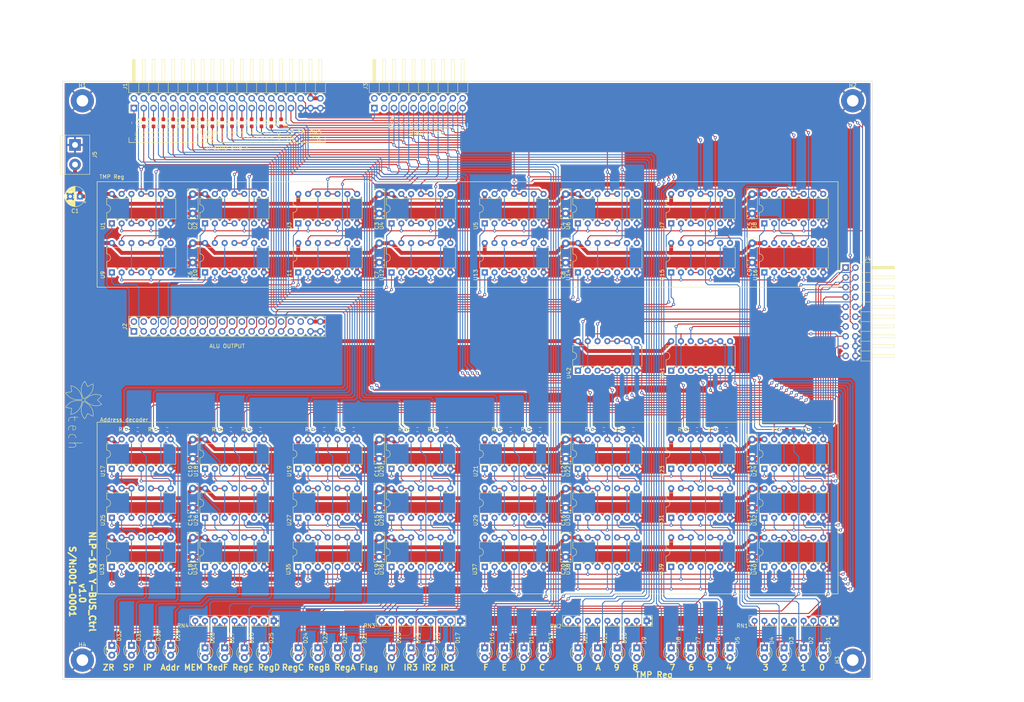
<source format=kicad_pcb>
(kicad_pcb (version 20211014) (generator pcbnew)
  (layers (0 "F.Cu" signal) (31 "B.Cu" signal) (34 "B.Paste" user) (35 "F.Paste" user) (36 "B.SilkS" user "B.Silkscreen") (37 "F.SilkS" user "F.Silkscreen") (38 "B.Mask" user) (39 "F.Mask" user) (44 "Edge.Cuts" user))
  (net 0 "")
  (net 1 "VCC")
  (net 2 "GND")
  (net 3 "Net-(D1-Pad1)")
  (net 4 "Net-(D2-Pad1)")
  (net 5 "Net-(D3-Pad1)")
  (net 6 "Net-(D4-Pad1)")
  (net 7 "Net-(D5-Pad1)")
  (net 8 "Net-(D6-Pad1)")
  (net 9 "Net-(D7-Pad1)")
  (net 10 "Net-(D8-Pad1)")
  (net 11 "Net-(D9-Pad1)")
  (net 12 "Net-(D10-Pad1)")
  (net 13 "Net-(D11-Pad1)")
  (net 14 "Net-(D12-Pad1)")
  (net 15 "Net-(D13-Pad1)")
  (net 16 "Net-(D14-Pad1)")
  (net 17 "Net-(D15-Pad1)")
  (net 18 "Net-(D16-Pad1)")
  (net 19 "Net-(D17-Pad1)")
  (net 20 "Decoded_Reg_Addr0")
  (net 21 "Net-(D18-Pad1)")
  (net 22 "Decoded_Reg_Addr1")
  (net 23 "Net-(D19-Pad1)")
  (net 24 "Decoded_Reg_Addr2")
  (net 25 "Net-(D20-Pad1)")
  (net 26 "Decoded_Reg_Addr3")
  (net 27 "Net-(D21-Pad1)")
  (net 28 "Decoded_Reg_Addr4")
  (net 29 "Net-(D22-Pad1)")
  (net 30 "Decoded_Reg_Addr5")
  (net 31 "Net-(D23-Pad1)")
  (net 32 "Decoded_Reg_Addr6")
  (net 33 "Net-(D24-Pad1)")
  (net 34 "Decoded_Reg_Addr7")
  (net 35 "Net-(D25-Pad1)")
  (net 36 "Decoded_Reg_Addr8")
  (net 37 "Net-(D26-Pad1)")
  (net 38 "Decoded_Reg_Addr9")
  (net 39 "Net-(D27-Pad1)")
  (net 40 "Decoded_Reg_Addr10")
  (net 41 "Net-(D28-Pad1)")
  (net 42 "Decoded_Reg_Addr11")
  (net 43 "Net-(D29-Pad1)")
  (net 44 "Decoded_Reg_Addr12")
  (net 45 "Net-(D30-Pad1)")
  (net 46 "Decoded_Reg_Addr13")
  (net 47 "Net-(D31-Pad1)")
  (net 48 "Decoded_Reg_Addr14")
  (net 49 "Net-(D32-Pad1)")
  (net 50 "Decoded_Reg_Addr15")
  (net 51 "OUT15")
  (net 52 "OUT14")
  (net 53 "OUT13")
  (net 54 "OUT12")
  (net 55 "OUT11")
  (net 56 "OUT10")
  (net 57 "OUT9")
  (net 58 "OUT8")
  (net 59 "OUT7")
  (net 60 "OUT6")
  (net 61 "OUT5")
  (net 62 "OUT4")
  (net 63 "OUT3")
  (net 64 "OUT2")
  (net 65 "OUT1")
  (net 66 "OUT0")
  (net 67 "ALL_CLK")
  (net 68 "phi2")
  (net 69 "phi1")
  (net 70 "IN15")
  (net 72 "IN14")
  (net 74 "IN13")
  (net 76 "IN12")
  (net 78 "IN11")
  (net 80 "IN10")
  (net 82 "IN9")
  (net 84 "IN8")
  (net 86 "IN7")
  (net 88 "IN6")
  (net 90 "IN5")
  (net 92 "IN4")
  (net 94 "IN3")
  (net 96 "IN2")
  (net 98 "IN1")
  (net 100 "IN0")
  (net 109 "~SP")
  (net 110 "Reg_Addr0")
  (net 111 "~IP")
  (net 112 "Reg_Addr1")
  (net 113 "~Address")
  (net 114 "Reg_Addr2")
  (net 115 "~MEM")
  (net 116 "Reg_Addr3")
  (net 117 "~Flag")
  (net 118 "~IV")
  (net 119 "~IR3")
  (net 120 "~IR2")
  (net 121 "~IR1")
  (net 122 "~INTERNAL")
  (net 123 "Net-(U1-Pad12)")
  (net 124 "Net-(U1-Pad6)")
  (net 125 "Net-(U1-Pad13)")
  (net 126 "Net-(U2-Pad12)")
  (net 127 "Net-(U2-Pad6)")
  (net 128 "Net-(U2-Pad13)")
  (net 129 "Net-(U3-Pad12)")
  (net 130 "Net-(U3-Pad6)")
  (net 131 "Net-(U3-Pad13)")
  (net 132 "Net-(U4-Pad12)")
  (net 133 "Net-(U4-Pad6)")
  (net 134 "Net-(U4-Pad13)")
  (net 135 "Net-(U5-Pad12)")
  (net 136 "Net-(U5-Pad6)")
  (net 137 "Net-(U5-Pad13)")
  (net 138 "Net-(U6-Pad12)")
  (net 139 "Net-(U6-Pad6)")
  (net 140 "Net-(U6-Pad13)")
  (net 141 "Net-(U7-Pad12)")
  (net 142 "Net-(U7-Pad6)")
  (net 143 "Net-(U7-Pad13)")
  (net 144 "Net-(U8-Pad12)")
  (net 145 "Net-(U8-Pad6)")
  (net 146 "Net-(U8-Pad13)")
  (net 147 "Net-(U9-Pad12)")
  (net 148 "Net-(U9-Pad6)")
  (net 149 "Net-(U9-Pad13)")
  (net 150 "Net-(U10-Pad12)")
  (net 151 "Net-(U10-Pad6)")
  (net 152 "Net-(U10-Pad13)")
  (net 153 "Net-(U11-Pad12)")
  (net 154 "Net-(U11-Pad6)")
  (net 155 "Net-(U11-Pad13)")
  (net 156 "Net-(U12-Pad12)")
  (net 157 "Net-(U12-Pad6)")
  (net 158 "Net-(U12-Pad13)")
  (net 159 "Net-(U13-Pad12)")
  (net 160 "Net-(U13-Pad6)")
  (net 161 "Net-(U13-Pad13)")
  (net 162 "Net-(U14-Pad12)")
  (net 163 "Net-(U14-Pad6)")
  (net 164 "Net-(U14-Pad13)")
  (net 165 "Net-(U15-Pad12)")
  (net 166 "Net-(U15-Pad6)")
  (net 167 "Net-(U15-Pad13)")
  (net 168 "Net-(U16-Pad12)")
  (net 169 "Net-(U16-Pad6)")
  (net 170 "Net-(U16-Pad13)")
  (net 171 "/address_decoder/decoder1/D")
  (net 172 "Net-(U17-Pad2)")
  (net 173 "Net-(U17-Pad12)")
  (net 174 "/address_decoder/decoder0/D")
  (net 175 "Net-(U17-Pad5)")
  (net 176 "Net-(U17-Pad6)")
  (net 177 "Net-(U18-Pad2)")
  (net 178 "Net-(U18-Pad12)")
  (net 179 "Net-(U18-Pad5)")
  (net 180 "Net-(U18-Pad6)")
  (net 181 "Net-(U19-Pad2)")
  (net 182 "Net-(U19-Pad12)")
  (net 183 "Net-(U19-Pad5)")
  (net 184 "Net-(U19-Pad6)")
  (net 185 "Net-(U20-Pad2)")
  (net 186 "Net-(U20-Pad12)")
  (net 187 "Net-(U20-Pad5)")
  (net 188 "Net-(U20-Pad6)")
  (net 189 "Net-(U21-Pad2)")
  (net 190 "Net-(U21-Pad12)")
  (net 191 "Net-(U21-Pad5)")
  (net 192 "Net-(U21-Pad6)")
  (net 193 "Net-(U22-Pad2)")
  (net 194 "Net-(U22-Pad12)")
  (net 195 "Net-(U22-Pad5)")
  (net 196 "Net-(U22-Pad6)")
  (net 197 "Net-(U23-Pad2)")
  (net 198 "Net-(U23-Pad12)")
  (net 199 "Net-(U23-Pad5)")
  (net 200 "Net-(U23-Pad6)")
  (net 201 "Net-(U24-Pad2)")
  (net 202 "Net-(U24-Pad12)")
  (net 203 "Net-(U24-Pad5)")
  (net 204 "Net-(U24-Pad6)")
  (net 205 "/address_decoder/decoder10/C")
  (net 206 "Net-(U25-Pad2)")
  (net 207 "Net-(U25-Pad12)")
  (net 208 "Net-(U25-Pad5)")
  (net 209 "Net-(U25-Pad10)")
  (net 210 "/address_decoder/decoder0/C")
  (net 211 "Net-(U26-Pad2)")
  (net 212 "Net-(U26-Pad12)")
  (net 213 "Net-(U26-Pad5)")
  (net 214 "Net-(U26-Pad10)")
  (net 215 "Net-(U27-Pad2)")
  (net 216 "Net-(U27-Pad12)")
  (net 217 "Net-(U27-Pad5)")
  (net 218 "Net-(U27-Pad10)")
  (net 219 "Net-(U28-Pad2)")
  (net 220 "Net-(U28-Pad12)")
  (net 221 "Net-(U28-Pad5)")
  (net 222 "Net-(U28-Pad10)")
  (net 223 "Net-(U29-Pad2)")
  (net 224 "Net-(U29-Pad12)")
  (net 225 "Net-(U29-Pad5)")
  (net 226 "Net-(U29-Pad10)")
  (net 227 "Net-(U30-Pad2)")
  (net 228 "Net-(U30-Pad12)")
  (net 229 "Net-(U30-Pad5)")
  (net 230 "Net-(U30-Pad10)")
  (net 231 "Net-(U31-Pad2)")
  (net 232 "Net-(U31-Pad12)")
  (net 233 "Net-(U31-Pad5)")
  (net 234 "Net-(U31-Pad10)")
  (net 235 "Net-(U32-Pad2)")
  (net 236 "Net-(U32-Pad12)")
  (net 237 "Net-(U32-Pad5)")
  (net 238 "Net-(U32-Pad10)")
  (net 239 "/address_decoder/decoder10/A")
  (net 240 "/address_decoder/decoder12/B")
  (net 241 "Net-(U33-Pad12)")
  (net 242 "Net-(U33-Pad10)")
  (net 243 "Net-(U34-Pad12)")
  (net 244 "Net-(U34-Pad10)")
  (net 245 "/address_decoder/decoder0/B")
  (net 246 "Net-(U35-Pad12)")
  (net 247 "Net-(U35-Pad10)")
  (net 248 "Net-(U36-Pad12)")
  (net 249 "Net-(U36-Pad10)")
  (net 250 "/address_decoder/decoder0/A")
  (net 251 "Net-(U37-Pad12)")
  (net 252 "Net-(U37-Pad10)")
  (net 253 "Net-(U38-Pad12)")
  (net 254 "Net-(U38-Pad10)")
  (net 255 "Net-(U39-Pad12)")
  (net 256 "Net-(U39-Pad10)")
  (net 257 "Net-(U40-Pad12)")
  (net 258 "Net-(U40-Pad10)")
  (net 259 "Net-(J1-Pad1)")
  (net 260 "Net-(J1-Pad2)")
  (net 261 "Net-(J1-Pad3)")
  (net 262 "Net-(J1-Pad4)")
  (net 263 "Net-(J1-Pad5)")
  (net 264 "Net-(J1-Pad6)")
  (net 265 "Net-(J1-Pad7)")
  (net 266 "Net-(J1-Pad8)")
  (net 267 "Net-(J1-Pad9)")
  (net 268 "Net-(J1-Pad10)")
  (net 269 "Net-(J1-Pad11)")
  (net 270 "Net-(J1-Pad12)")
  (net 271 "Net-(J1-Pad13)")
  (net 272 "Net-(J1-Pad14)")
  (net 273 "Net-(J1-Pad15)")
  (net 274 "Net-(J1-Pad16)")
  (net 275 "Net-(J1-Pad17)")
  (net 276 "Net-(J1-Pad18)")
  (net 277 "Net-(J1-Pad19)")
  (net 278 "Net-(J1-Pad20)")
  (net 279 "Net-(J1-Pad21)")
  (net 280 "Net-(J1-Pad22)")
  (net 281 "Net-(J1-Pad23)")
  (net 282 "Net-(J1-Pad24)")
  (net 283 "Net-(J1-Pad25)")
  (net 284 "Net-(J1-Pad26)")
  (net 285 "Net-(J1-Pad27)")
  (net 286 "Net-(J1-Pad28)")
  (net 287 "Net-(J1-Pad29)")
  (net 288 "Net-(J1-Pad30)")
  (net 289 "Net-(R1-Pad1)")
  (net 290 "Net-(J1-Pad32)")
  (footprint "Package_DIP:DIP-14_W7.62mm" (layer "F.Cu") (at 145.41 83.81 90)
    (fp_text reference "U13")
    (fp_text value "CD74HC00")
  )
  (footprint "Package_DIP:DIP-14_W7.62mm" (layer "F.Cu") (at 217.8 160.01 90)
    (fp_text reference "U40")
    (fp_text value "CD74HC00")
  )
  (footprint "LED_THT:LED_D3.0mm" (layer "F.Cu") (at 193.675 180.97 -90)
    (fp_text reference "D8")
    (fp_text value "LED")
  )
  (footprint "Package_DIP:DIP-14_W7.62mm" (layer "F.Cu") (at 169.54 147.31 90)
    (fp_text reference "U30")
    (fp_text value "CD74HC00")
  )
  (footprint "LED_THT:LED_D3.0mm" (layer "F.Cu") (at 102.235 180.97 -90)
    (fp_text reference "D23")
    (fp_text value "LED")
  )
  (footprint "Resistor_SMD:R_0603_1608Metric_Pad0.98x0.95mm_HandSolder" (layer "F.Cu") (at 208.0025 124.46 180)
    (fp_text reference "R19")
    (fp_text value "22")
  )
  (footprint "LED_THT:LED_D3.0mm" (layer "F.Cu") (at 203.835 180.97 -90)
    (fp_text reference "D6")
    (fp_text value "LED")
  )
  (footprint "Package_DIP:DIP-14_W7.62mm" (layer "F.Cu") (at 217.8 134.61 90)
    (fp_text reference "U24")
    (fp_text value "CD74HC00")
  )
  (footprint "Capacitor_THT:C_Disc_D7.5mm_W2.5mm_P5.00mm" (layer "F.Cu") (at 166.37 81.28 90)
    (fp_text reference "C8")
    (fp_text value "C")
  )
  (footprint "LED_THT:LED_D3.0mm" (layer "F.Cu") (at 169.545 180.97 -90)
    (fp_text reference "D12")
    (fp_text value "LED")
  )
  (footprint "Package_DIP:DIP-14_W7.62mm" (layer "F.Cu") (at 121.285 83.82 90)
    (fp_text reference "U12")
    (fp_text value "CD74HC00")
  )
  (footprint "LED_THT:LED_D3.0mm" (layer "F.Cu") (at 64.135 180.335 -90)
    (fp_text reference "D29")
    (fp_text value "LED")
  )
  (footprint "LED_THT:LED_D3.0mm" (layer "F.Cu") (at 160.655 180.975 -90)
    (fp_text reference "D13")
    (fp_text value "LED")
  )
  (footprint "Resistor_SMD:R_0603_1608Metric_Pad0.98x0.95mm_HandSolder" (layer "F.Cu") (at 54.61 45.085 -90)
    (fp_text reference "R16")
    (fp_text value "22")
  )
  (footprint "Resistor_SMD:R_0603_1608Metric_Pad0.98x0.95mm_HandSolder" (layer "F.Cu") (at 67.31 45.085 -90)
    (fp_text reference "R11")
    (fp_text value "22")
  )
  (footprint "Capacitor_THT:C_Disc_D7.5mm_W2.5mm_P5.00mm" (layer "F.Cu") (at 166.37 68.54 90)
    (fp_text reference "C4")
    (fp_text value "C")
  )
  (footprint "Resistor_SMD:R_0603_1608Metric_Pad0.98x0.95mm_HandSolder" (layer "F.Cu") (at 80.01 45.085 -90)
    (fp_text reference "R6")
    (fp_text value "22")
  )
  (footprint "Capacitor_THT:C_Disc_D7.5mm_W2.5mm_P5.00mm" (layer "F.Cu") (at 69.85 157.44 90)
    (fp_text reference "C18")
    (fp_text value "C")
  )
  (footprint "LOGO" (layer "F.Cu") (at 41.275 121.285 -90)
    (fp_text reference "G***" hide)
    (fp_text value "LOGO" hide)
  )
  (footprint "Resistor_SMD:R_0603_1608Metric_Pad0.98x0.95mm_HandSolder" (layer "F.Cu") (at 57.15 45.085 -90)
    (fp_text reference "R15")
    (fp_text value "22")
  )
  (footprint "LED_THT:LED_D3.0mm" (layer "F.Cu") (at 126.365 180.97 -90)
    (fp_text reference "D19")
    (fp_text value "LED")
  )
  (footprint "Package_DIP:DIP-14_W7.62mm" (layer "F.Cu") (at 73.02 147.31 90)
    (fp_text reference "U26")
    (fp_text value "CD74HC00")
  )
  (footprint "Capacitor_THT:C_Disc_D7.5mm_W2.5mm_P5.00mm" (layer "F.Cu") (at 118.11 132.04 90)
    (fp_text reference "C11")
    (fp_text value "C")
  )
  (footprint "Resistor_SMD:R_0603_1608Metric_Pad0.98x0.95mm_HandSolder" (layer "F.Cu") (at 152.1225 124.46 180)
    (fp_text reference "R24")
    (fp_text value "22")
  )
  (footprint "Resistor_SMD:R_0603_1608Metric_Pad0.98x0.95mm_HandSolder" (layer "F.Cu") (at 90.17 45.085 -90)
    (fp_text reference "R2")
    (fp_text value "22")
  )
  (footprint "Resistor_THT:R_Array_SIP9" (layer "F.Cu") (at 139.065 173.99 180)
    (fp_text reference "RN3")
    (fp_text value "R_Network08_Split")
  )
  (footprint "Resistor_THT:R_Array_SIP9" (layer "F.Cu") (at 187.325 173.99 180)
    (fp_text reference "RN2")
    (fp_text value "R_Network08_Split")
  )
  (footprint "Capacitor_THT:C_Disc_D7.5mm_W2.5mm_P5.00mm" (layer "F.Cu") (at 69.85 81.24 90)
    (fp_text reference "C6")
    (fp_text value "C")
  )
  (footprint "Capacitor_THT:C_Disc_D7.5mm_W2.5mm_P5.00mm" (layer "F.Cu") (at 69.85 68.54 90)
    (fp_text reference "C2")
    (fp_text value "C")
  )
  (footprint "LED_THT:LED_D3.0mm" (layer "F.Cu") (at 217.805 180.97 -90)
    (fp_text reference "D4")
    (fp_text value "LED")
  )
  (footprint "Resistor_SMD:R_0603_1608Metric_Pad0.98x0.95mm_HandSolder" (layer "F.Cu") (at 127.9925 124.46 180)
    (fp_text reference "R26")
    (fp_text value "22")
  )
  (footprint "LED_THT:LED_D3.0mm" (layer "F.Cu") (at 73.025 180.975 -90)
    (fp_text reference "D28")
    (fp_text value "LED")
  )
  (footprint "Package_DIP:DIP-14_W7.62mm" (layer "F.Cu") (at 121.28 134.61 90)
    (fp_text reference "U20")
    (fp_text value "CD74HC00")
  )
  (footprint "Package_DIP:DIP-14_W7.62mm" (layer "F.Cu") (at 48.89 71.11 90)
    (fp_text reference "U1")
    (fp_text value "CD74HC00")
  )
  (footprint "Package_DIP:DIP-14_W7.62mm" (layer "F.Cu") (at 145.41 134.61 90)
    (fp_text reference "U21")
    (fp_text value "CD74HC00")
  )
  (footprint "LED_THT:LED_D3.0mm" (layer "F.Cu") (at 121.285 180.975 -90)
    (fp_text reference "D20")
    (fp_text value "LED")
  )
  (footprint "Capacitor_THT:C_Disc_D7.5mm_W2.5mm_P5.00mm" (layer "F.Cu") (at 166.37 144.74 90)
    (fp_text reference "C16")
    (fp_text value "C")
  )
  (footprint "Package_DIP:DIP-14_W7.62mm" (layer "F.Cu") (at 169.54 83.81 90)
    (fp_text reference "U14")
    (fp_text value "CD74HC00")
  )
  (footprint "LED_THT:LED_D3.0mm" (layer "F.Cu") (at 145.415 180.97 -90)
    (fp_text reference "D16")
    (fp_text value "LED")
  )
  (footprint "Capacitor_THT:C_Disc_D7.5mm_W2.5mm_P5.00mm" (layer "F.Cu") (at 118.11 81.24 90)
    (fp_text reference "C7")
    (fp_text value "C")
  )
  (footprint "Package_DIP:DIP-14_W7.62mm" (layer "F.Cu") (at 97.15 147.31 90)
    (fp_text reference "U27")
    (fp_text value "CD74HC00")
  )
  (footprint "Package_DIP:DIP-14_W7.62mm" (layer "F.Cu") (at 48.89 83.81 90)
    (fp_text reference "U9")
    (fp_text value "CD74HC00")
  )
  (footprint "Resistor_SMD:R_0603_1608Metric_Pad0.98x0.95mm_HandSolder" (layer "F.Cu") (at 111.4825 124.46 180)
    (fp_text reference "R27")
    (fp_text value "22")
  )
  (footprint "LED_THT:LED_D3.0mm" (layer "F.Cu") (at 184.785 180.975 -90)
    (fp_text reference "D9")
    (fp_text value "LED")
  )
  (footprint "Resistor_SMD:R_0603_1608Metric_Pad0.98x0.95mm_HandSolder" (layer "F.Cu") (at 224.5125 124.46 180)
    (fp_text reference "R18")
    (fp_text value "22")
  )
  (footprint "Resistor_SMD:R_0603_1608Metric_Pad0.98x0.95mm_HandSolder" (layer "F.Cu") (at 135.6125 124.46 180)
    (fp_text reference "R25")
    (fp_text value "22")
  )
  (footprint "Package_DIP:DIP-14_W7.62mm" (layer "F.Cu") (at 217.8 71.11 90)
    (fp_text reference "U8")
    (fp_text value "CD74HC00")
  )
  (footprint "Package_DIP:DIP-14_W7.62mm" (layer "F.Cu") (at 121.28 160.01 90)
    (fp_text reference "U36")
    (fp_text value "CD74HC00")
  )
  (footprint "Resistor_SMD:R_0603_1608Metric_Pad0.98x0.95mm_HandSolder" (layer "F.Cu") (at 82.55 45.085 -90)
    (fp_text reference "R5")
    (fp_text value "22")
  )
  (footprint "Package_DIP:DIP-14_W7.62mm" (layer "F.Cu") (at 145.41 147.31 90)
    (fp_text reference "U29")
    (fp_text value "CD74HC00")
  )
  (footprint "Package_DIP:DIP-14_W7.62mm" (layer "F.Cu") (at 193.67 147.31 90)
    (fp_text reference "U31")
    (fp_text value "CD74HC00")
  )
  (footprint "LED_THT:LED_D3.0mm" (layer "F.Cu") (at 78.105 180.97 -90)
    (fp_text reference "D27")
    (fp_text value "LED")
  )
  (footprint "Capacitor_THT:C_Disc_D7.5mm_W2.5mm_P5.00mm" (layer "F.Cu") (at 214.63 81.24 90)
    (fp_text reference "C9")
    (fp_text value "C")
  )
  (footprint "Capacitor_THT:CP_Radial_D5.0mm_P2.50mm" (layer "F.Cu") (at 40.64 64.135 180)
    (fp_text reference "C1")
    (fp_text value "C_Polarized")
  )
  (footprint "MountingHole:MountingHole_3mm_Pad" (layer "F.Cu") (at 41.275 39.37)
    (fp_text reference "H1")
    (fp_text value "MountingHole_Pad")
  )
  (footprint "TerminalBlock:TerminalBlock_bornier-2_P5.08mm" (layer "F.Cu") (at 39.37 50.8 -90)
    (fp_text reference "J5")
    (fp_text value "Screw_Terminal_01x02")
  )
  (footprint "Capacitor_THT:C_Disc_D7.5mm_W2.5mm_P5.00mm" (layer "F.Cu") (at 118.11 157.44 90)
    (fp_text reference "C19")
    (fp_text value "C")
  )
  (footprint "Package_DIP:DIP-14_W7.62mm" (layer "F.Cu") (at 193.675 109.22 90)
    (fp_text reference "U41")
    (fp_text value "CD74HC00")
  )
  (footprint "LED_THT:LED_D3.0mm" (layer "F.Cu") (at 131.445 180.975 -90)
    (fp_text reference "D18")
    (fp_text value "LED")
  )
  (footprint "Capacitor_THT:C_Disc_D7.5mm_W2.5mm_P5.00mm" (layer "F.Cu") (at 118.11 144.74 90)
    (fp_text reference "C15")
    (fp_text value "C")
  )
  (footprint "Resistor_SMD:R_0603_1608Metric_Pad0.98x0.95mm_HandSolder" (layer "F.Cu") (at 103.8625 124.46 180)
    (fp_text reference "R28")
    (fp_text value "22")
  )
  (footprint "LED_THT:LED_D3.0mm" (layer "F.Cu") (at 155.575 180.975 -90)
    (fp_text reference "D14")
    (fp_text value "LED")
  )
  (footprint "LED_THT:LED_D3.0mm" (layer "F.Cu") (at 208.915 180.97 -90)
    (fp_text reference "D5")
    (fp_text value "LED")
  )
  (footprint "Package_DIP:DIP-14_W7.62mm" (layer "F.Cu") (at 217.8 83.81 90)
    (fp_text reference "U16")
    (fp_text value "CD74HC00")
  )
  (footprint "Resistor_SMD:R_0603_1608Metric_Pad0.98x0.95mm_HandSolder" (layer "F.Cu") (at 69.85 45.085 -90)
    (fp_text reference "R10")
    (fp_text value "22")
  )
  (footprint "Package_DIP:DIP-14_W7.62mm" (layer "F.Cu") (at 73.02 134.61 90)
    (fp_text reference "U18")
    (fp_text value "CD74HC00")
  )
  (footprint "Connector_PinHeader_2.54mm:PinHeader_2x10_P2.54mm_Horizontal" (layer "F.Cu") (at 116.845 41.28 90)
    (fp_text reference "J3")
    (fp_text value "Conn_02x10_Odd_Even")
  )
  (footprint "Resistor_SMD:R_0603_1608Metric_Pad0.98x0.95mm_HandSolder" (layer "F.Cu") (at 77.47 45.085 -90)
    (fp_text reference "R7")
    (fp_text value "22")
  )
  (footprint "Package_DIP:DIP-14_W7.62mm" (layer "F.Cu") (at 193.67 71.11 90)
    (fp_text reference "U7")
    (fp_text value "CD74HC00")
  )
  (footprint "Resistor_SMD:R_0603_1608Metric_Pad0.98x0.95mm_HandSolder" (layer "F.Cu") (at 232.1325 124.46 180)
    (fp_text reference "R17")
    (fp_text value "22")
  )
  (footprint "Resistor_SMD:R_0603_1608Metric_Pad0.98x0.95mm_HandSolder" (layer "F.Cu") (at 55.6025 124.46 180)
    (fp_text reference "R32")
    (fp_text value "22")
  )
  (footprint "LED_THT:LED_D3.0mm" (layer "F.Cu") (at 198.755 180.97 -90)
    (fp_text reference "D7")
    (fp_text value "LED")
  )
  (footprint "Package_DIP:DIP-14_W7.62mm" (layer "F.Cu") (at 97.15 71.11 90)
    (fp_text reference "U3")
    (fp_text value "CD74HC00")
  )
  (footprint "Package_DIP:DIP-14_W7.62mm" (layer "F.Cu") (at 97.15 134.61 90)
    (fp_text reference "U19")
    (fp_text value "CD74HC00")
  )
  (footprint "Package_DIP:DIP-14_W7.62mm" (layer "F.Cu") (at 193.67 134.61 90)
    (fp_text reference "U23")
    (fp_text value "CD74HC00")
  )
  (footprint "Package_DIP:DIP-14_W7.62mm" (layer "F.Cu") (at 97.15 83.81 90)
    (fp_text reference "U11")
    (fp_text value "CD74HC00")
  )
  (footprint "LED_THT:LED_D3.0mm" (layer "F.Cu") (at 59.055 180.335 -90)
    (fp_text reference "D30")
    (fp_text value "LED")
  )
  (footprint "MountingHole:MountingHole_3mm_Pad" (layer "F.Cu") (at 240.665 184.15 90)
    (fp_text reference "H3")
    (fp_text value "MountingHole_Pad")
  )
  (footprint "Capacitor_THT:C_Disc_D7.5mm_W2.5mm_P5.00mm" (layer "F.Cu") (at 118.11 68.54 90)
    (fp_text reference "C3")
    (fp_text value "C")
  )
  (footprint "LED_THT:LED_D3.0mm" (layer "F.Cu") (at 150.495 180.975 -90)
    (fp_text reference "D15")
    (fp_text value "LED")
  )
  (footprint "Resistor_SMD:R_0603_1608Metric_Pad0.98x0.95mm_HandSolder" (layer "F.Cu") (at 62.23 45.085 -90)
    (fp_text reference "R13")
    (fp_text value "22")
  )
  (footprint "Package_DIP:DIP-14_W7.62mm" (layer "F.Cu") (at 73.02 71.11 90)
    (fp_text reference "U2")
    (fp_text value "CD74HC00")
  )
  (footprint "Package_DIP:DIP-14_W7.62mm" (layer "F.Cu") (at 169.54 134.61 90)
    (fp_text reference "U22")
    (fp_text value "CD74HC00")
  )
  (footprint "Package_DIP:DIP-14_W7.62mm" (layer "F.Cu") (at 121.28 147.31 90)
    (fp_text reference "U28")
    (fp_text value "CD74HC00")
  )
  (footprint "Resistor_SMD:R_0603_1608Metric_Pad0.98x0.95mm_HandSolder" (layer "F.Cu") (at 87.3525 124.46 180)
    (fp_text reference "R29")
    (fp_text value "22")
  )
  (footprint "Resistor_SMD:R_0603_1608Metric_Pad0.98x0.95mm_HandSolder" (layer "F.Cu") (at 159.7425 124.46 180)
    (fp_text reference "R23")
    (fp_text value "22")
  )
  (footprint "LED_THT:LED_D3.0mm" (layer "F.Cu") (at 97.155 180.97 -90)
    (fp_text reference "D24")
    (fp_text value "LED")
  )
  (footprint "Package_DIP:DIP-14_W7.62mm" (layer "F.Cu") (at 73.02 160.01 90)
    (fp_text reference "U34")
    (fp_text value "CD74HC00")
  )
  (footprint "Capacitor_THT:C_Disc_D7.5mm_W2.5mm_P5.00mm" (layer "F.Cu") (at 214.63 68.54 90)
    (fp_text reference "C5")
    (fp_text value "C")
  )
  (footprint "Capacitor_THT:C_Disc_D7.5mm_W2.5mm_P5.00mm" (layer "F.Cu") (at 166.37 132.04 90)
    (fp_text reference "C12")
    (fp_text value "C")
  )
  (footprint "Resistor_SMD:R_0603_1608Metric_Pad0.98x0.95mm_HandSolder" (layer "F.Cu") (at 85.09 45.085 -90)
    (fp_text reference "R4")
    (fp_text value "22")
  )
  (footprint "LED_THT:LED_D3.0mm" (layer "F.Cu") (at 48.895 180.335 -90)
    (fp_text reference "D32")
    (fp_text value "LED")
  )
  (footprint "Package_DIP:DIP-14_W7.62mm" (layer "F.Cu") (at 97.15 160.01 90)
    (fp_text reference "U35")
    (fp_text value "CD74HC00")
  )
  (footprint "Resistor_SMD:R_0603_1608Metric_Pad0.98x0.95mm_HandSolder" (layer "F.Cu") (at 74.93 45.085 -90)
    (fp_text reference "R8")
    (fp_text value "22")
  )
  (footprint "Package_DIP:DIP-14_W7.62mm" (layer "F.Cu") (at 217.8 147.32 90)
    (fp_text reference "U32")
    (fp_text value "CD74HC00")
  )
  (footprint "Capacitor_THT:C_Disc_D7.5mm_W2.5mm_P5.00mm" (layer "F.Cu") (at 166.37 157.44 90)
    (fp_text reference "C20")
    (fp_text value "C")
  )
  (footprint "Resistor_THT:R_Array_SIP9" (layer "F.Cu") (at 90.805 173.99 180)
    (fp_text reference "RN4")
    (fp_text value "R_Network08_Split")
  )
  (footprint "Package_DIP:DIP-14_W7.62mm" (layer "F.Cu") (at 48.895 147.32 90)
    (fp_text reference "U25")
    (fp_text value "CD74HC00")
  )
  (footprint "Package_DIP:DIP-14_W7.62mm" (layer "F.Cu") (at 121.285 71.12 90)
    (fp_text reference "U4")
    (fp_text value "CD74HC00")
  )
  (footprint "LED_THT:LED_D3.0mm" (layer "F.Cu") (at 112.395 180.975 -90)
    (fp_text reference "D21")
    (fp_text value "LED")
  )
  (footprint "Resistor_SMD:R_0603_1608Metric_Pad0.98x0.95mm_HandSolder" (layer "F.Cu") (at 59.69 45.085 -90)
    (fp_text reference "R14")
    (fp_text value "22")
  )
  (footprint "Resistor_SMD:R_0603_1608Metric_Pad0.98x0.95mm_HandSolder" (layer "F.Cu") (at 176.2525 124.46 180)
    (fp_text reference "R22")
    (fp_text value "22")
  )
  (footprint "Capacitor_THT:C_Disc_D7.5mm_W2.5mm_P5.00mm" (layer "F.Cu") (at 214.63 132.04 90)
    (fp_text reference "C13")
    (fp_text value "C")
  )
  (footprint "Package_DIP:DIP-14_W7.62mm" (layer "F.Cu") (at 145.41 71.11 90)
    (fp_text reference "U5")
    (fp_text value "CD74HC00")
  )
  (footprint "MountingHole:MountingHole_3mm_Pad" (layer "F.Cu") (at 240.665 39.37)
    (fp_text reference "H2")
    (fp_text value "MountingHole_Pad")
  )
  (footprint "Package_DIP:DIP-14_W7.62mm" (layer "F.Cu") (at 193.67 83.81 90)
    (fp_text reference "U15")
    (fp_text value "CD74HC00")
  )
  (footprint "Package_DIP:DIP-14_W7.62mm" (layer "F.Cu") (at 73.02 83.81 90)
    (fp_text reference "U10")
    (fp_text value "CD74HC00")
  )
  (footprint "Connector_PinHeader_2.54mm:PinHeader_2x20_P2.54mm_Vertical" (layer "F.Cu") (at 54.61 99.06 90)
    (fp_text reference "J2")
    (fp_text value "Conn_02x20_Odd_Even")
  )
  (footprint "Resistor_SMD:R_0603_1608Metric_Pad0.98x0.95mm_HandSolder" (layer "F.Cu") (at 79.7325 124.46 180)
    (fp_text reference "R30")
    (fp_text value "22")
  )
  (footprint "LED_THT:LED_D3.0mm" (layer "F.Cu") (at 179.705 180.975 -90)
    (fp_text reference "D10")
    (fp_text value "LED")
  )
  (footprint "Package_DIP:DIP-14_W7.62mm" (layer "F.Cu") (at 48.89 134.61 90)
    (fp_text reference "U17")
    (fp_text value "CD74HC00")
  )
  (footprint "Package_DIP:DIP-14_W7.62mm" (layer "F.Cu") (at 193.67 160.01 90)
    (fp_text reference "U39")
    (fp_text value "CD74HC00")
  )
  (footprint "LED_THT:LED_D3.0mm" (layer "F.Cu") (at 136.525 180.975 -90)
    (fp_text reference "D17")
    (fp_text value "LED")
  )
  (footprint "Package_DIP:DIP-14_W7.62mm" (layer "F.Cu") (at 145.41 160.01 90)
    (fp_text reference "U37")
    (fp_text value "CD74HC00")
  )
  (footprint "LED_THT:LED_D3.0mm" (layer "F.Cu") (at 222.885 180.97 -90)
    (fp_text reference "D3")
    (fp_text value "LED")
  )
  (footprint "LED_THT:LED_D3.0mm" (layer "F.Cu") (at 107.315 180.97 -90)
    (fp_text reference "D22")
    (fp_text value "LED")
  )
  (footprint "Package_DIP:DIP-14_W7.62mm" (layer "F.Cu") (at 169.545 160.02 90)
    (fp_text reference "U38")
    (fp_text value "CD74HC00")
  )
  (footprint "Resistor_SMD:R_0603_1608Metric_Pad0.98x0.95mm_HandSolder" (layer "F.Cu") (at 87.63 45.085 -90)
    (fp_text reference "R3")
    (fp_text value "22")
  )
  (footprint "Capacitor_THT:C_Disc_D7.5mm_W2.5mm_P5.00mm" (layer "F.Cu") (at 69.85 144.74 90)
    (fp_text reference "C14")
    (fp_text value "C")
  )
  (footprint "Package_DIP:DIP-14_W7.62mm" (layer "F.Cu") (at 169.54 109.21 90)
    (fp_text reference "U42")
    (fp_text value "CD74HC00")
  )
  (footprint "Resistor_SMD:R_0603_1608Metric_Pad0.98x0.95mm_HandSolder" (layer "F.Cu") (at 63.2225 124.46 180)
    (fp_text reference "R31")
    (fp_text value "22")
  )
  (footprint "Resistor_THT:R_Array_SIP9" (layer "F.Cu") (at 235.585 173.99 180)
    (fp_text reference "RN1")
    (fp_text value "R_Network08_Split")
  )
  (footprint "Resistor_SMD:R_0603_1608Metric_Pad0.98x0.95mm_HandSolder" (layer "F.Cu") (at 183.8725 124.46 180)
    (fp_text reference "R21")
    (fp_text value "22")
  )
  (footprint "Package_DIP:DIP-14_W7.62mm" (layer "F.Cu") (at 169.54 71.11 90)
    (fp_text reference "U6")
    (fp_text value "CD74HC00")
  )
  (footprint "MountingHole:MountingHole_3mm_Pad" (layer "F.Cu") (at 41.275 184.15)
    (fp_text reference "H4")
    (fp_text value "MountingHole_Pad")
  )
  (footprint "Resistor_SMD:R_0603_1608Metric_Pad0.98x0.95mm_HandSolder" (layer "F.Cu") (at 200.3825 124.46 180)
    (fp_text reference "R20")
    (fp_text value "22")
  )
  (footprint "Connector_PinHeader_2.54mm:PinHeader_2x10_P2.54mm_Horizontal" (layer "F.Cu") (at 238.825 82.55)
    (fp_text reference "J4")
    (fp_text value "Conn_02x10_Counter_Clockwise")
  )
  (footprint "LED_THT:LED_D3.0mm" (layer "F.Cu") (at 174.625 180.97 -90)
    (fp_text reference "D11")
    (fp_text value "LED")
  )
  (footprint "Resistor_SMD:R_0603_1608Metric_Pad0.98x0.95mm_HandSolder" (layer "F.Cu") (at 92.71 45.085 -90)
    (fp_text reference "R1")
    (fp_text value "22")
  )
  (footprint "LED_THT:LED_D3.0mm" (layer "F.Cu") (at 83.185 180.975 -90)
    (fp_text reference "D26")
    (fp_text value "LED")
  )
  (footprint "LED_THT:LED_D3.0mm" (layer "F.Cu") (at 53.975 180.335 -90)
    (fp_text reference "D31")
    (fp_text value "LED")
  )
  (footprint "Resistor_SMD:R_0603_1608Metric_Pad0.98x0.95mm_HandSolder" (layer "F.Cu") (at 72.39 45.085 -90)
    (fp_text reference "R9")
    (fp_text value "22")
  )
  (footprint "LED_THT:LED_D3.0mm" (layer "F.Cu") (at 227.965 180.97 -90)
    (fp_text reference "D2")
    (fp_text value "LED")
  )
  (footprint "Connector_PinHeader_2.54mm:PinHeader_2x20_P2.54mm_Horizontal" (layer "F.Cu") (at 54.61 41.275 90)
    (fp_text reference "J1")
    (fp_text value "Conn_02x20_Odd_Even")
  )
  (footprint "Capacitor_THT:C_Disc_D7.5mm_W2.5mm_P5.00mm" (layer "F.Cu") (at 69.85 132.04 90)
    (fp_text reference "C10")
    (fp_text value "C")
  )
  (footprint "LED_THT:LED_D3.0mm" (layer "F.Cu") (at 88.265 180.97 -90)
    (fp_text reference "D25")
    (fp_text value "LED")
  )
  (footprint "Package_DIP:DIP-14_W7.62mm" (layer "F.Cu") (at 48.89 160.01 90)
    (fp_text reference "U33")
    (fp_text value "CD74HC00")
  )
  (footprint "Resistor_SMD:R_0603_1608Metric_Pad0.98x0.95mm_HandSolder" (layer "F.Cu") (at 64.77 45.085 -90)
    (fp_text reference "R12")
    (fp_text value "22")
  )
  (footprint "LED_THT:LED_D3.0mm" (layer "F.Cu") (at 233.045 180.97 -90)
    (fp_text reference "D1")
    (fp_text value "LED")
  )
  (footprint "Capacitor_THT:C_Disc_D7.5mm_W2.5mm_P5.00mm" (layer "F.Cu") (at 214.63 144.74 90)
    (fp_text reference "C17")
    (fp_text value "C")
  )
  (footprint "Capacitor_THT:C_Disc_D7.5mm_W2.5mm_P5.00mm" (layer "F.Cu") (at 214.63 157.44 90)
    (fp_text reference "C21")
    (fp_text value "C")
  )
  (gr_line (start 120.65 46.355) (end 140.97 46.355) (layer "F.SilkS") (width 0.15))
  (gr_line (start 140.97 45.72) (end 140.97 45.085) (layer "F.SilkS") (width 0.15))
  (gr_line (start 140.97 46.355) (end 140.97 45.72) (layer "F.SilkS") (width 0.15))
  (gr_line (start 53.34 50.165) (end 104.14 50.165) (layer "F.SilkS") (width 0.15))
  (gr_line (start 104.14 50.165) (end 104.14 48.895) (layer "F.SilkS") (width 0.15))
  (gr_rect (start 236.855 167.005) (end 45.085 122.555) (layer "F.SilkS") (width 0.15) (fill none))
  (gr_line (start 120.65 46.355) (end 120.65 45.085) (layer "F.SilkS") (width 0.15))
  (gr_line (start 53.34 48.895) (end 53.34 50.165) (layer "F.SilkS") (width 0.15))
  (gr_rect (start 45.085 60.325) (end 236.855 87.63) (layer "F.SilkS") (width 0.15) (fill none))
  (gr_rect (start 36.195 34.29) (end 245.745 189.23) (layer "Edge.Cuts") (width 0.1) (fill none))
  (gr_text "7   6   5   4" (at 201.295 186.055) (layer "F.SilkS") (effects (font (size 1.5 1.5) (thickness 0.3))))
  (gr_text "7 ------------- 0\nF ------------- 8" (at 130.81 44.45 180) (layer "F.SilkS") (effects (font (size 1 1))))
  (gr_text "Y BUS OUTPUT" (at 78.74 51.435 180) (layer "F.SilkS") (effects (font (size 1 1))))
  (gr_text "MEM RedF RegE RegD" (at 80.01 186.055) (layer "F.SilkS") (effects (font (size 1.5 1.5) (thickness 0.3))))
  (gr_text "Address decoder" (at 52.07 121.92) (layer "F.SilkS") (effects (font (size 1 1))))
  (gr_text "TMP Reg" (at 189.23 187.96) (layer "F.SilkS") (effects (font (size 1.5 1.5) (thickness 0.3))))
  (gr_text "3   2   1   0" (at 225.425 186.055) (layer "F.SilkS") (effects (font (size 1.5 1.5) (thickness 0.3))))
  (gr_text "    ALL\nφ1 φ2" (at 96.52 48.26 180) (layer "F.SilkS") (effects (font (size 1 1))))
  (gr_text "F   E   D   C" (at 153.035 186.055) (layer "F.SilkS") (effects (font (size 1.5 1.5) (thickness 0.3))))
  (gr_text "TMP Reg" (at 48.895 59.055) (layer "F.SilkS") (effects (font (size 1 1))))
  (gr_text "Vcc\nGND" (at 101.6 48.26 180) (layer "F.SilkS") (effects (font (size 1 1))))
  (gr_text "IV  IR3 IR2 IR1" (at 128.905 186.055) (layer "F.SilkS") (effects (font (size 1.5 1.5) (thickness 0.3))))
  (gr_text "0 ----------- Address ----------- F" (at 73.66 47.625 180) (layer "F.SilkS") (effects (font (size 1 1))))
  (gr_text "B   A   9   8" (at 177.165 186.055) (layer "F.SilkS") (effects (font (size 1.5 1.5) (thickness 0.3))))
  (gr_text "Acc OUTPUT" (at 130.175 47.625 180) (layer "F.SilkS") (effects (font (size 1 1))))
  (gr_text "ALU OUTPUT" (at 78.74 102.87) (layer "F.SilkS") (effects (font (size 1 1))))
  (gr_text "ZR  SP  IP  Addr" (at 56.515 186.055) (layer "F.SilkS") (effects (font (size 1.5 1.5) (thickness 0.3))))
  (gr_text "0 ------------ Data ------------ F" (at 73.66 48.895 180) (layer "F.SilkS") (effects (font (size 1 1))))
  (gr_text "NLP-16A Y-BUS_Ctrl\n	v1.0\nS/N:001-0001" (at 41.275 163.83 270) (layer "F.SilkS") (effects (font (size 1.6 1.6) (thickness 0.4))))
  (gr_text "RegC RegB RegA Flag" (at 105.41 186.055) (layer "F.SilkS") (effects (font (size 1.5 1.5) (thickness 0.3))))
  (segment (start 166.37 76.28) (end 169.45 76.28) (width 1) (layer "F.Cu") (net 1))
  (segment (start 69.85 139.74) (end 72.97 139.74) (width 1) (layer "F.Cu") (net 1))
  (segment (start 97.15 154.935) (end 97.155 154.94) (width 1) (layer "F.Cu") (net 1))
  (segment (start 100.33 38.735) (end 102.87 38.735) (width 1) (layer "F.Cu") (net 1))
  (segment (start 145.415 154.94) (end 163.87 154.94) (width 1) (layer "F.Cu") (net 1))
  (segment (start 193.675 154.94) (end 212.13 154.94) (width 1) (layer "F.Cu") (net 1))
  (segment (start 172.085 66.035) (end 172.085 66.04) (width 1) (layer "F.Cu") (net 1))
  (segment (start 145.41 139.69) (end 145.41 142.235) (width 1) (layer "F.Cu") (net 1))
  (segment (start 191.135 104.14) (end 172.09 104.14) (width 1) (layer "F.Cu") (net 1))
  (segment (start 75.565 129.535) (end 75.565 129.54) (width 1) (layer "F.Cu") (net 1))
  (segment (start 169.54 126.99) (end 170.8175 128.2675) (width 1) (layer "F.Cu") (net 1))
  (segment (start 75.57 66.04) (end 97.15 66.04) (width 1) (layer "F.Cu") (net 1))
  (segment (start 39.37 58.42) (end 40.64 59.69) (width 1) (layer "F.Cu") (net 1))
  (segment (start 75.565 154.94) (end 97.155 154.94) (width 1) (layer "F.Cu") (net 1))
  (segment (start 67.35 78.74) (end 69.85 76.24) (width 1) (layer "F.Cu") (net 1))
  (segment (start 97.15 76.19) (end 97.15 78.735) (width 1) (layer "F.Cu") (net 1))
  (segment (start 145.41 129.535) (end 145.415 129.54) (width 1) (layer "F.Cu") (net 1))
  (segment (start 45.73 152.39) (end 45.72 152.4) (width 1) (layer "F.Cu") (net 1))
  (segment (start 73.02 139.69) (end 75.565 142.235) (width 1) (layer "F.Cu") (net 1))
  (segment (start 212.13 142.24) (end 214.63 139.74) (width 1) (layer "F.Cu") (net 1))
  (segment (start 123.825 129.535) (end 123.825 129.54) (width 1) (layer "F.Cu") (net 1))
  (segment (start 115.61 154.94) (end 118.11 152.44) (width 1) (layer "F.Cu") (net 1))
  (segment (start 172.085 78.735) (end 172.085 78.74) (width 1) (layer "F.Cu") (net 1))
  (segment (start 169.54 63.49) (end 172.085 66.035) (width 1) (layer "F.Cu") (net 1))
  (segment (start 145.41 66.04) (end 145.41 63.49) (width 1) (layer "F.Cu") (net 1))
  (segment (start 163.91 78.74) (end 166.37 76.28) (width 1) (layer "F.Cu") (net 1))
  (segment (start 40.64 64.135) (end 45.72 64.135) (width 1) (layer "F.Cu") (net 1))
  (segment (start 50.485 128.585) (end 51.435 129.535) (width 1) (layer "F.Cu") (net 1))
  (segment (start 193.67 154.935) (end 193.67 152.39) (width 1) (layer "F.Cu") (net 1))
  (segment (start 69.85 76.24) (end 72.97 76.24) (width 1) (layer "F.Cu") (net 1))
  (segment (start 107.31 126.99) (end 107.31 129.535) (width 0.25) (layer "F.Cu") (net 1))
  (segment (start 115.61 66.04) (end 118.11 63.54) (width 1) (layer "F.Cu") (net 1))
  (segment (start 45.73 76.19) (end 45.72 76.2) (width 1) (layer "F.Cu") (net 1))
  (segment (start 51.435 78.74) (end 67.35 78.74) (width 1) (layer "F.Cu") (net 1))
  (segment (start 45.72 139.7) (end 45.72 127) (width 1) (layer "F.Cu") (net 1))
  (segment (start 163.87 66.04) (end 166.37 63.54) (width 1) (layer "F.Cu") (net 1))
  (segment (start 121.28 139.69) (end 123.825 142.235) (width 1) (layer "F.Cu") (net 1))
  (segment (start 122.5575 128.2675) (end 123.825 129.535) (width 1) (layer "F.Cu") (net 1))
  (segment (start 123.825 129.54) (end 131.445 129.54) (width 1) (layer "F.Cu") (net 1))
  (segment (start 97.15 126.99) (end 97.15 129.535) (width 1) (layer "F.Cu") (net 1))
  (segment (start 145.41 76.19) (end 145.41 78.735) (width 1) (layer "F.Cu") (net 1))
  (segment (start 121.245 76.24) (end 121.285 76.2) (width 1) (layer "F.Cu") (net 1))
  (segment (start 48.89 76.19) (end 51.435 78.735) (width 1) (layer "F.Cu") (net 1))
  (segment (start 155.57 126.99) (end 155.57 129.535) (width 0.25) (layer "F.Cu") (net 1))
  (segment (start 48.895 139.7) (end 45.72 139.7) (width 1) (layer "F.Cu") (net 1))
  (segment (start 217.75 152.44) (end 217.8 152.39) (width 1) (layer "F.Cu") (net 1))
  (segment (start 97.15 139.69) (end 97.15 142.235) (width 1) (layer "F.Cu") (net 1))
  (segment (start 45.72 127) (end 45.72 101.6) (width 1) (layer "F.Cu") (net 1))
  (segment (start 121.28 126.99) (end 122.5575 128.2675) (width 1) (layer "F.Cu") (net 1))
  (segment (start 145.41 78.735) (end 145.415 78.74) (width 1) (layer "F.Cu") (net 1))
  (segment (start 166.37 127.04) (end 169.49 127.04) (width 1) (layer "F.Cu") (net 1))
  (segment (start 170.8175 128.2525) (end 170.8175 128.2675) (width 0.25) (layer "F.Cu") (net 1))
  (segment (start 214.63 127.04) (end 217.75 127.04) (width 1) (layer "F.Cu") (net 1))
  (segment (start 212.13 66.04) (end 214.63 63.54) (width 1) (layer "F.Cu") (net 1))
  (segment (start 121.245 63.54) (end 121.285 63.5) (width 1) (layer "F.Cu") (net 1))
  (segment (start 72.97 76.24) (end 73.02 76.19) (width 1) (layer "F.Cu") (net 1))
  (segment (start 212.13 78.74) (end 214.63 76.24) (width 1) (layer "F.Cu") (net 1))
  (segment (start 97.155 142.24) (end 115.61 142.24) (width 1) (layer "F.Cu") (net 1))
  (segment (start 40.64 59.69) (end 40.64 64.135) (width 1) (layer "F.Cu") (net 1))
  (segment (start 131.445 129.54) (end 145.415 129.54) (width 1) (layer "F.Cu") (net 1))
  (segment (start 163.87 142.24) (end 166.37 139.74) (width 1) (layer "F.Cu") (net 1))
  (segment (start 118.11 139.74) (end 121.23 139.74) (width 1) (layer "F.Cu") (net 1))
  (segment (start 51.435 154.935) (end 51.435 154.94) (width 1) (layer "F.Cu") (net 1))
  (segment (start 145.415 66.04) (end 163.87 66.04) (width 1) (layer "F.Cu") (net 1))
  (segment (start 118.11 127.04) (end 121.23 127.04) (width 1) (layer "F.Cu") (net 1))
  (segment (start 193.675 66.04) (end 212.13 66.04) (width 1) (layer "F.Cu") (net 1))
  (segment (start 169.49 127.04) (end 169.54 126.99) (width 1) (layer "F.Cu") (net 1))
  (segment (start 193.675 142.24) (end 212.13 142.24) (width 1) (layer "F.Cu") (net 1))
  (segment (start 193.675 78.74) (end 212.13 78.74) (width 1) (layer "F.Cu") (net 1))
  (segment (start 118.11 76.24) (end 121.245 76.24) (width 1) (layer "F.Cu") (net 1))
  (segment (start 45.73 126.99) (end 45.72 127) (width 1) (layer "F.Cu") (net 1))
  (segment (start 172.085 154.94) (end 193.675 154.94) (width 1) (layer "F.Cu") (net 1))
  (segment (start 169.545 152.4) (end 172.085 154.94) (width 1) (layer "F.Cu") (net 1))
  (segment (start 166.37 63.54) (end 169.49 63.54) (width 1) (layer "F.Cu") (net 1))
  (segment (start 193.67 139.69) (end 193.67 142.235) (width 1) (layer "F.Cu") (net 1))
  (segment (start 69.85 127.04) (end 72.97 127.04) (width 1) (layer "F.Cu") (net 1))
  (segment (start 145.415 78.74) (end 163.91 78.74) (width 1) (layer "F.Cu") (net 1))
  (segment (start 121.28 152.39) (end 123.825 154.935) (width 1) (layer "F.Cu") (net 1))
  (segment (start 217.76 139.74) (end 217.8 139.7) (width 1) (layer "F.Cu") (net 1))
  (segment (start 48.89 126.99) (end 45.73 126.99) (width 1) (layer "F.Cu") (net 1))
  (segment (start 193.67 66.04) (end 193.67 63.49) (width 1) (layer "F.Cu") (net 1))
  (segment (start 123.825 142.24) (end 145.415 142.24) (width 1) (layer "F.Cu") (net 1))
  (segment (start 147.95 129.535) (end 147.955 129.54) (width 0.25) (layer "F.Cu") (net 1))
  (segment (start 121.23 127.04) (end 121.28 126.99) (width 1) (layer "F.Cu") (net 1))
  (segment (start 166.37 152.44) (end 169.505 152.44) (width 1) (layer "F.Cu") (net 1))
  (segment (start 169.49 139.74) (end 169.54 139.69) (width 1) (layer "F.Cu") (net 1))
  (segment (start 145.415 129.54) (end 147.955 129.54) (width 1) (layer "F.Cu") (net 1))
  (segment (start 214.63 63.54) (end 217.75 63.54) (width 1) (layer "F.Cu") (net 1))
  (segment (start 123.82 126.99) (end 122.5575 128.2525) (width 0.25) (layer "F.Cu") (net 1))
  (segment (start 115.61 129.54) (end 118.11 127.04) (width 1) (layer "F.Cu") (net 1))
  (segment (start 172.085 78.74) (end 193.675 78.74) (width 1) (layer "F.Cu") (net 1))
  (segment (start 123.825 66.04) (end 145.41 66.04) (width 1) (layer "F.Cu") (net 1))
  (segment (start 172.085 129.535) (end 172.085 129.54) (width 1) (layer "F.Cu") (net 1))
  (segment (start 172.085 142.24) (end 193.675 142.24) (width 1) (layer "F.Cu") (net 1))
  (segment (start 163.87 154.94) (end 166.37 152.44) (width 1) (layer "F.Cu") (net 1))
  (segment (start 97.15 66.04) (end 97.15 63.49) (width 1) (layer "F.Cu") (net 1))
  (segment (start 69.85 63.54) (end 72.97 63.54) (width 1) (layer "F.Cu") (net 1))
  (segment (start 145.41 154.935) (end 145.41 152.39) (width 1) (layer "F.Cu") (net 1))
  (segment (start 169.54 76.19) (end 172.085 78.735) (width 1) (layer "F.Cu") (net 1))
  (segment (start 172.09 104.14) (end 169.54 101.59) (width 1) (layer "F.Cu") (net 1))
  (segment (start 145.41 142.235) (end 145.415 142.24) (width 1) (layer "F.Cu") (net 1))
  (segment (start 48.895 139.7) (end 51.435 142.24) (width 1) (layer "F.Cu") (net 1))
  (segment (start 172.085 129.54) (end 193.675 129.54) (width 1) (layer "F.Cu") (net 1))
  (segment (start 46.355 36.83) (end 99.695 36.83) (width 1) (layer "F.Cu") (net 1))
  (segment (start 97.15 78.735) (end 97.155 78.74) (width 1) (layer "F.Cu") (net 1))
  (segment (start 46.365 63.49) (end 48.89 63.49) (width 1) (layer "F.Cu") (net 1))
  (segment (start 51.43 126.99) (end 50.485 127.935) (width 0.25) (layer "F.Cu") (net 1))
  (segment (start 214.63 152.44) (end 217.75 152.44) (width 1) (layer "F.Cu") (net 1))
  (segment (start 72.97 152.44) (end 73.02 152.39) (width 1) (layer "F.Cu") (net 1))
  (segment (start 75.565 154.935) (end 75.565 154.94) (width 1) (layer "F.Cu") (net 1))
  (segment (start 75.565 129.54) (end 97.155 129.54) (width 1) (layer "F.Cu") (net 1))
  (segment (start 172.085 66.04) (end 193.67 66.04) (width 1) (layer "F.Cu") (net 1))
  (segment (start 45.72 76.2) (end 45.72 64.135) (width 1) (layer "F.Cu") (net 1))
  (segment (start 217.75 76.24) (end 217.8 76.19) (width 1) (layer "F.Cu") (net 1))
  (segment (start 147.95 126.99) (end 147.95 129.535) (width 0.25) (layer "F.Cu") (net 1))
  (segment (start 193.675 101.6) (end 191.135 104.14) (width 1) (layer "F.Cu") (net 1))
  (segment (start 147.955 129.54) (end 155.575 129.54) (width 1) (layer "F.Cu") (net 1))
  (segment (start 155.575 129.54) (end 163.87 129.54) (width 1) (layer "F.Cu") (net 1))
  (segment (start 118.11 63.54) (end 121.245 63.54) (width 1) (layer "F.Cu") (net 1))
  (segment (start 121.23 139.74) (end 121.28 139.69) (width 1) (layer "F.Cu") (net 1))
  (segment (start 45.73 101.59) (end 45.72 101.6) (width 1) (layer "F.Cu") (net 1))
  (segment (start 69.85 152.44) (end 72.97 152.44) (width 1) (layer "F.Cu") (net 1))
  (segment (start 51.435 78.735) (end 51.435 78.74) (width 1) (layer "F.Cu") (net 1))
  (segment (start 121.285 76.2) (end 123.825 78.74) (width 1) (layer "F.Cu") (net 1))
  (segment (start 212.13 129.54) (end 214.63 127.04) (width 1) (layer "F.Cu") (net 1))
  (segment (start 45.72 64.135) (end 45.72 37.465) (width 1) (layer "F.Cu") (net 1))
  (segment (start 72.97 127.04) (end 73.02 126.99) (width 1) (layer "F.Cu") (net 1))
  (segment (start 169.54 139.69) (end 172.085 142.235) (width 1) (layer "F.Cu") (net 1))
  (segment (start 107.31 129.535) (end 107.315 129.54) (width 0.25) (layer "F.Cu") (net 1))
  (segment (start 155.57 129.535) (end 155.575 129.54) (width 0.25) (layer "F.Cu") (net 1))
  (segment (start 193.675 154.94) (end 193.67 154.935) (width 1) (layer "F.Cu") (net 1))
  (segment (start 123.825 154.94) (end 145.415 154.94) (width 1) (layer "F.Cu") (net 1))
  (segment (start 45.72 101.6) (end 45.72 76.2) (width 1) (layer "F.Cu") (net 1))
  (segment (start 172.085 142.235) (end 172.085 142.24) (width 1) (layer "F.Cu") (net 1))
  (segment (start 75.565 78.74) (end 97.155 78.74) (width 1) (layer "F.Cu") (net 1))
  (segment (start 97.155 129.54) (end 107.315 129.54) (width 1) (layer "F.Cu") (net 1))
  (segment (start 75.565 142.24) (end 97.155 142.24) (width 1) (layer "F.Cu") (net 1))
  (segment (start 121.285 63.5) (end 123.825 66.04) (width 1) (layer "F.Cu") (net 1))
  (segment (start 97.155 78.74) (end 115.61 78.74) (width 1) (layer "F.Cu") (net 1))
  (segment (start 169.54 101.59) (end 107.305 101.59) (width 1) (layer "F.Cu") (net 1))
  (segment (start 212.13 154.94) (end 214.63 152.44) (width 1) (layer "F.Cu") (net 1))
  (segment (start 193.67 78.735) (end 193.675 78.74) (width 1) (layer "F.Cu") (net 1))
  (segment (start 131.44 126.99) (end 131.44 129.535) (width 0.25) (layer "F.Cu") (net 1))
  (segment (start 73.02 152.39) (end 75.565 154.935) (width 1) (layer "F.Cu") (net 1))
  (segment (start 122.5575 128.2525) (end 122.5575 128.2675) (width 0.25) (layer "F.Cu") (net 1))
  (segment (start 73.02 63.49) (end 75.57 66.04) (width 1) (layer "F.Cu") (net 1))
  (segment (start 193.67 142.235) (end 193.675 142.24) (width 1) (layer "F.Cu") (net 1))
  (segment (start 169.49 63.54) (end 169.54 63.49) (width 1) (layer "F.Cu") (net 1))
  (segment (start 73.02 126.99) (end 75.565 129.535) (width 1) (layer "F.Cu") (net 1))
  (segment (start 48.89 152.39) (end 45.73 152.39) (width 1) (layer "F.Cu") (net 1))
  (segment (start 172.08 126.99) (end 170.8175 128.2525) (width 0.25) (layer "F.Cu") (net 1))
  (segment (start 48.89 76.19) (end 45.73 76.19) (width 1) (layer "F.Cu") (net 1))
  (segment (start 145.415 154.94) (end 145.41 154.935) (width 1) (layer "F.Cu") (net 1))
  (segment (start 115.61 142.24) (end 118.11 139.74) (width 1) (layer "F.Cu") (net 1))
  (segment (start 100.33 96.52) (end 106.68 96.52) (width 1) (layer "F.Cu") (net 1))
  (segment (start 145.415 142.24) (end 163.87 142.24) (width 1) (layer "F.Cu") (net 1))
  (segment (start 166.37 139.74) (end 169.49 139.74) (width 1) (layer "F.Cu") (net 1))
  (segment (start 107.315 129.54) (end 115.61 129.54) (width 1) (layer "F.Cu") (net 1))
  (segment (start 123.825 78.74) (end 145.415 78.74) (width 1) (layer "F.Cu") (net 1))
  (segment (start 214.63 139.74) (end 217.76 139.74) (width 1) (layer "F.Cu") (net 1))
  (segment (start 107.315 101.58) (end 107.305 101.59) (width 1) (layer "F.Cu") (net 1))
  (segment (start 193.675 129.54) (end 212.13 129.54) (width 1) (layer "F.Cu") (net 1))
  (segment (start 45.72 152.4) (end 45.72 139.7) (width 1) (layer "F.Cu") (net 1))
  (segment (start 67.35 154.94) (end 69.85 152.44) (width 1) (layer "F.Cu") (net 1))
  (segment (start 73.02 76.19) (end 75.565 78.735) (width 1) (layer "F.Cu") (net 1))
  (segment (start 107.315 97.155) (end 107.315 101.58) (width 1) (layer "F.Cu") (net 1))
  (segment (start 131.44 129.535) (end 131.445 129.54) (width 0.25) (layer "F.Cu") (net 1))
  (segment (start 106.68 96.52) (end 107.315 97.155) (width 1) (layer "F.Cu") (net 1))
  (segment (start 51.435 129.54) (end 67.35 129.54) (width 1) (layer "F.Cu") (net 1))
  (segment (start 51.435 129.535) (end 51.435 129.54) (width 1) (layer "F.Cu") (net 1))
  (segment (start 107.305 101.59) (end 45.73 101.59) (width 1) (layer "F.Cu") (net 1))
  (segment (start 193.67 126.99) (end 193.67 129.535) (width 1) (layer "F.Cu") (net 1))
  (segment (start 72.97 63.54) (end 73.02 63.49) (width 1) (layer "F.Cu") (net 1))
  (segment (start 97.155 154.94) (end 115.61 154.94) (width 1) (layer "F.Cu") (net 1))
  (segment (start 67.35 66.04) (end 69.85 63.54) (width 1) (layer "F.Cu") (net 1))
  (segment (start 217.75 127.04) (end 217.8 126.99) (width 1) (layer "F.Cu") (net 1))
  (segment (start 51.44 66.04) (end 67.35 66.04) (width 1) (layer "F.Cu") (net 1))
  (segment (start 97.15 142.235) (end 97.155 142.24) (width 1) (layer "F.Cu") (net 1))
  (segment (start 67.35 142.24) (end 69.85 139.74) (width 1) (layer "F.Cu") (net 1))
  (segment (start 45.72 37.465) (end 46.355 36.83) (width 1) (layer "F.Cu") (net 1))
  (segment (start 48.89 63.49) (end 51.44 66.04) (width 1) (layer "F.Cu") (net 1))
  (segment (start 51.435 154.94) (end 67.35 154.94) (width 1) (layer "F.Cu") (net 1))
  (segment (start 169.505 152.44) (end 169.545 152.4) (width 1) (layer "F.Cu") (net 1))
  (segment (start 193.67 76.19) (end 193.67 78.735) (width 1) (layer "F.Cu") (net 1))
  (segment (start 51.435 142.24) (end 67.35 142.24) (width 1) (layer "F.Cu") (net 1))
  (segment (start 67.35 129.54) (end 69.85 127.04) (width 1) (layer "F.Cu") (net 1))
  (segment (start 115.61 78.74) (end 118.11 76.24) (width 1) (layer "F.Cu") (net 1))
  (segment (start 75.565 142.235) (end 75.565 142.24) (width 1) (layer "F.Cu") (net 1))
  (segment (start 97.15 152.39) (end 97.15 154.935) (width 1) (layer "F.Cu") (net 1))
  (segment (start 193.67 129.535) (end 193.675 129.54) (width 1) (layer "F.Cu") (net 1))
  (segment (start 72.97 139.74) (end 73.02 139.69) (width 1) (layer "F.Cu") (net 1))
  (segment (start 123.825 142.235) (end 123.825 142.24) (width 1) (layer "F.Cu") (net 1))
  (segment (start 123.825 154.935) (end 123.825 154.94) (width 1) (layer "F.Cu") (net 1))
  (segment (start 39.37 55.88) (end 39.37 58.42) (width 1) (layer "F.Cu") (net 1))
  (segment (start 121.23 152.44) (end 121.28 152.39) (width 1) (layer "F.Cu") (net 1))
  (segment (start 75.565 78.735) (end 75.565 78.74) (width 1) (layer "F.Cu") (net 1))
  (segment (start 214.63 76.24) (end 217.75 76.24) (width 1) (layer "F.Cu") (net 1))
  (segment (start 145.41 126.99) (end 145.41 129.535) (width 1) (layer "F.Cu") (net 1))
  (segment (start 97.155 66.04) (end 115.61 66.04) (width 1) (layer "F.Cu") (net 1))
  (segment (start 97.15 129.535) (end 97.155 129.54) (width 1) (layer "F.Cu") (net 1))
  (segment (start 163.87 129.54) (end 166.37 127.04) (width 1) (layer "F.Cu") (net 1))
  (segment (start 100.33 37.465) (end 100.33 38.735) (width 1) (layer "F.Cu") (net 1))
  (segment (start 50.485 127.935) (end 50.485 128.585) (width 0.25) (layer "F.Cu") (net 1))
  (segment (start 99.695 36.83) (end 100.33 37.465) (width 1) (layer "F.Cu") (net 1))
  (segment (start 170.8175 128.2675) (end 172.085 129.535) (width 1) (layer "F.Cu") (net 1))
  (segment (start 169.45 76.28) (end 169.54 76.19) (width 1) (layer "F.Cu") (net 1))
  (segment (start 48.89 126.99) (end 50.485 128.585) (width 1) (layer "F.Cu") (net 1))
  (segment (start 48.89 152.39) (end 51.435 154.935) (width 1) (layer "F.Cu") (net 1))
  (segment (start 217.75 63.54) (end 217.8 63.49) (width 1) (layer "F.Cu") (net 1))
  (segment (start 118.11 152.44) (end 121.23 152.44) (width 1) (layer "F.Cu") (net 1))
  (segment (start 80.64 148.595) (end 80.01 149.225) (width 0.25) (layer "B.Cu") (net 1))
  (segment (start 76.835 145.415) (end 73.02 141.6) (width 0.25) (layer "B.Cu") (net 1))
  (segment (start 76.835 132.715) (end 73.02 128.9) (width 0.25) (layer "B.Cu") (net 1))
  (segment (start 80.01 149.225) (end 77.47 149.225) (width 0.25) (layer "B.Cu") (net 1))
  (segment (start 77.47 136.525) (end 76.835 135.89) (width 0.25) (layer "B.Cu") (net 1))
  (segment (start 80.64 134.61) (end 80.64 135.895) (width 0.25) (layer "B.Cu") (net 1))
  (segment (start 77.47 149.225) (end 76.835 148.59) (width 0.25) (layer "B.Cu") (net 1))
  (segment (start 80.64 135.895) (end 80.01 136.525) (width 0.25) (layer "B.Cu") (net 1))
  (segment (start 76.835 135.89) (end 76.835 132.715) (width 0.25) (layer "B.Cu") (net 1))
  (segment (start 76.835 148.59) (end 76.835 145.415) (width 0.25) (layer "B.Cu") (net 1))
  (segment (start 73.02 128.9) (end 73.02 126.99) (width 0.25) (layer "B.Cu") (net 1))
  (segment (start 80.01 136.525) (end 77.47 136.525) (width 0.25) (layer "B.Cu") (net 1))
  (segment (start 73.02 141.6) (end 73.02 139.69) (width 0.25) (layer "B.Cu") (net 1))
  (segment (start 80.64 147.31) (end 80.64 148.595) (width 0.25) (layer "B.Cu") (net 1))
  (segment (start 112.435 144.74) (end 88.225 144.74) (width 1) (layer "F.Cu") (net 2))
  (segment (start 160.65 68.585) (end 160.695 68.54) (width 1) (layer "F.Cu") (net 2))
  (segment (start 208.91 144.785) (end 208.955 144.74) (width 1) (layer "F.Cu") (net 2))
  (segment (start 233.04 160.01) (end 233.04 157.485) (width 1) (layer "F.Cu") (net 2))
  (segment (start 112.355 157.44) (end 88.225 157.44) (width 1) (layer "F.Cu") (net 2))
  (segment (start 233.04 83.81) (end 233.04 81.285) (width 1) (layer "F.Cu") (net 2))
  (segment (start 233.045 132.08) (end 208.915 132.08) (width 1) (layer "F.Cu") (net 2))
  (segment (start 136.565 157.44) (end 112.355 157.44) (width 1) (layer "F.Cu") (net 2))
  (segment (start 184.78 134.61) (end 184.78 132.085) (width 1) (layer "F.Cu") (net 2))
  (segment (start 233.005 144.74) (end 208.955 144.74) (width 1) (layer "F.Cu") (net 2))
  (segment (start 112.39 71.11) (end 112.39 68.575) (width 1) (layer "F.Cu") (net 2))
  (segment (start 112.39 68.575) (end 112.355 68.54) (width 1) (layer "F.Cu") (net 2))
  (segment (start 160.65 81.285) (end 160.655 81.28) (width 1) (layer "F.Cu") (net 2))
  (segment (start 88.26 83.81) (end 88.26 81.285) (width 1) (layer "F.Cu") (net 2))
  (segment (start 160.615 157.44) (end 136.565 157.44) (width 1) (layer "F.Cu") (net 2))
  (segment (start 208.91 134.61) (end 208.91 132.085) (width 1) (layer "F.Cu") (net 2))
  (segment (start 184.825 157.44) (end 160.615 157.44) (width 1) (layer "F.Cu") (net 2))
  (segment (start 160.655 81.28) (end 136.525 81.28) (width 1) (layer "F.Cu") (net 2))
  (segment (start 160.615 157.44) (end 160.65 157.475) (width 1) (layer "F.Cu") (net 2))
  (segment (start 112.39 134.61) (end 112.39 132.085) (width 1) (layer "F.Cu") (net 2))
  (segment (start 112.39 144.785) (end 112.435 144.74) (width 1) (layer "F.Cu") (net 2))
  (segment (start 184.825 157.44) (end 184.785 157.48) (width 1) (layer "F.Cu") (net 2))
  (segment (start 136.52 157.485) (end 136.52 160.01) (width 1) (layer "F.Cu") (net 2))
  (segment (start 160.65 83.81) (end 160.65 81.285) (width 1) (layer "F.Cu") (net 2))
  (segment (start 136.525 81.28) (end 112.395 81.28) (width 1) (layer "F.Cu") (net 2))
  (segment (start 112.395 81.28) (end 88.265 81.28) (width 1) (layer "F.Cu") (net 2))
  (segment (start 112.39 157.475) (end 112.355 157.44) (width 1) (layer "F.Cu") (net 2))
  (segment (start 67.35 68.54) (end 69.85 68.54) (width 1) (layer "F.Cu") (net 2))
  (segment (start 112.39 83.81) (end 112.39 81.285) (width 1) (layer "F.Cu") (net 2))
  (segment (start 160.655 132.08) (end 136.525 132.08) (width 1) (layer "F.Cu") (net 2))
  (segment (start 160.65 132.085) (end 160.655 132.08) (width 1) (layer "F.Cu") (net 2))
  (segment (start 233.045 144.78) (end 233.005 144.74) (width 1) (layer "F.Cu") (net 2))
  (segment (start 136.565 68.54) (end 160.695 68.54) (width 1) (layer "F.Cu") (net 2))
  (segment (start 208.91 81.285) (end 208.915 81.28) (width 1) (layer "F.Cu") (net 2))
  (segment (start 88.26 160.01) (end 88.26 157.475) (width 1) (layer "F.Cu") (net 2))
  (segment (start 233.005 157.44) (end 208.955 157.44) (width 1) (layer "F.Cu") (net 2))
  (segment (start 69.85 144.74) (end 66.715 144.74) (width 1) (layer "F.Cu") (net 2))
  (segment (start 160.65 134.61) (end 160.65 132.085) (width 1) (layer "F.Cu") (net 2))
  (segment (start 88.265 81.28) (end 66.66 81.28) (width 1) (layer "F.Cu") (net 2))
  (segment (start 112.395 132.08) (end 88.265 132.08) (width 1) (layer "F.Cu") (net 2))
  (segment (start 208.91 83.81) (end 208.91 81.285) (width 1) (layer "F.Cu") (net 2))
  (segment (start 233.045 81.28) (end 233.04 81.285) (width 1) (layer "F.Cu") (net 2))
  (segment (start 208.91 132.085) (end 208.915 132.08) (width 1) (layer "F.Cu") (net 2))
  (segment (start 233.04 147.32) (end 233.04 144.785) (width 1) (layer "F.Cu") (net 2))
  (segment (start 160.615 144.74) (end 136.485 144.74) (width 1) (layer "F.Cu") (net 2))
  (segment (start 208.91 157.485) (end 208.91 160.01) (width 1) (layer "F.Cu") (net 2))
  (segment (start 184.78 132.085) (end 184.785 132.08) (width 1) (layer "F.Cu") (net 2))
  (segment (start 184.785 132.08) (end 160.655 132.08) (width 1) (layer "F.Cu") (net 2))
  (segment (start 112.39 81.285) (end 112.395 81.28) (width 1) (layer "F.Cu") (net 2))
  (segment (start 136.565 157.44) (end 136.52 157.485) (width 1) (layer "F.Cu") (net 2))
  (segment (start 136.525 83.82) (end 136.525 81.28) (width 1) (layer "F.Cu") (net 2))
  (segment (start 233.04 144.785) (end 233.045 144.78) (width 1) (layer "F.Cu") (net 2))
  (segment (start 184.785 81.28) (end 160.655 81.28) (width 1) (layer "F.Cu") (net 2))
  (segment (start 208.915 81.28) (end 184.785 81.28) (width 1) (layer "F.Cu") (net 2))
  (segment (start 66.715 144.74) (end 64.135 147.32) (width 1) (layer "F.Cu") (net 2))
  (segment (start 136.52 134.61) (end 136.52 132.085) (width 1) (layer "F.Cu") (net 2))
  (segment (start 88.26 132.085) (end 88.265 132.08) (width 1) (layer "F.Cu") (net 2))
  (segment (start 88.26 81.285) (end 88.265 81.28) (width 1) (layer "F.Cu") (net 2))
  (segment (start 208.955 157.44) (end 208.91 157.485) (width 1) (layer "F.Cu") (net 2))
  (segment (start 208.91 147.31) (end 208.91 144.785) (width 1) (layer "F.Cu") (net 2))
  (segment (start 69.85 157.44) (end 66.7 157.44) (width 1) (layer "F.Cu") (net 2))
  (segment (start 160.65 157.475) (end 160.65 160.01) (width 1) (layer "F.Cu") (net 2))
  (segment (start 208.91 68.585) (end 208.92 68.575) (width 1) (layer "F.Cu") (net 2))
  (segment (start 233.04 132.085) (end 233.045 132.08) (width 1) (layer "F.Cu") (net 2))
  (segment (start 88.26 157.475) (end 88.225 157.44) (width 1) (layer "F.Cu") (net 2))
  (segment (start 184.78 144.775) (end 184.745 144.74) (width 1) (layer "F.Cu") (net 2))
  (segment (start 88.225 157.44) (end 69.85 157.44) (width 1) (layer "F.Cu") (net 2))
  (segment (start 208.955 144.74) (end 184.745 144.74) (width 1) (layer "F.Cu") (net 2))
  (segment (start 208.92 68.575) (end 233.04 68.575) (width 1) (layer "F.Cu") (net 2))
  (segment (start 88.26 144.775) (end 88.225 144.74) (width 1) (layer "F.Cu") (net 2))
  (segment (start 184.78 81.285) (end 184.785 81.28) (width 1) (layer "F.Cu") (net 2))
  (segment (start 184.745 144.74) (end 160.615 144.74) (width 1) (layer "F.Cu") (net 2))
  (segment (start 208.91 71.11) (end 208.91 68.585) (width 1) (layer "F.Cu") (net 2))
  (segment (start 136.525 132.08) (end 112.395 132.08) (width 1) (layer "F.Cu") (net 2))
  (segment (start 136.525 68.58) (end 136.565 68.54) (width 1) (layer "F.Cu") (net 2))
  (segment (start 184.78 83.81) (end 184.78 81.285) (width 1) (layer "F.Cu") (net 2))
  (segment (start 160.65 144.775) (end 160.615 144.74) (width 1) (layer "F.Cu") (net 2))
  (segment (start 208.955 157.44) (end 184.825 157.44) (width 1) (layer "F.Cu") (net 2))
  (segment (start 136.52 147.31) (end 136.52 144.775) (width 1) (layer "F.Cu") (net 2))
  (segment (start 88.26 68.575) (end 88.225 68.54) (width 1) (layer "F.Cu") (net 2))
  (segment (start 66.675 132.08) (end 64.145 134.61) (width 1) (layer "F.Cu") (net 2))
  (segment (start 136.52 132.085) (end 136.525 132.08) (width 1) (layer "F.Cu") (net 2))
  (segment (start 233.04 157.485) (end 233.045 157.48) (width 1) (layer "F.Cu") (net 2))
  (segment (start 233.04 71.11) (end 233.04 68.575) (width 1) (layer "F.Cu") (net 2))
  (segment (start 64.145 134.61) (end 64.13 134.61) (width 1) (layer "F.Cu") (net 2))
  (segment (start 112.39 132.085) (end 112.395 132.08) (width 1) (layer "F.Cu") (net 2))
  (segment (start 184.78 147.31) (end 184.78 144.775) (width 1) (layer "F.Cu") (net 2))
  (segment (start 160.695 68.54) (end 208.955 68.54) (width 1) (layer "F.Cu") (net 2))
  (segment (start 112.39 147.31) (end 112.39 144.785) (width 1) (layer "F.Cu") (net 2))
  (segment (start 136.485 144.74) (end 112.435 144.74) (width 1) (layer "F.Cu") (net 2))
  (segment (start 88.265 132.08) (end 66.675 132.08) (width 1) (layer "F.Cu") (net 2))
  (segment (start 66.66 68.58) (end 67.31 68.58) (width 1) (layer "F.Cu") (net 2))
  (segment (start 160.65 147.31) (end 160.65 144.775) (width 1) (layer "F.Cu") (net 2))
  (segment (start 136.525 71.12) (end 136.525 68.58) (width 1) (layer "F.Cu") (net 2))
  (segment (start 88.26 71.11) (end 88.26 68.575) (width 1) (layer "F.Cu") (net 2))
  (segment (start 88.26 147.31) (end 88.26 144.775) (width 1) (layer "F.Cu") (net 2))
  (segment (start 112.355 68.54) (end 136.565 68.54) (width 1) (layer "F.Cu") (net 2))
  (segment (start 112.39 160.01) (end 112.39 157.475) (width 1) (layer "F.Cu") (net 2))
  (segment (start 233.04 134.61) (end 233.04 132.085) (width 1) (layer "F.Cu") (net 2))
  (segment (start 88.225 68.54) (end 112.355 68.54) (width 1) (layer "F.Cu") (net 2))
  (segment (start 69.85 68.54) (end 88.225 68.54) (width 1) (layer "F.Cu") (net 2))
  (segment (start 66.7 157.44) (end 64.13 160.01) (width 1) (layer "F.Cu") (net 2))
  (segment (start 66.66 81.28) (end 64.13 83.81) (width 1) (layer "F.Cu") (net 2))
  (segment (start 88.225 144.74) (end 69.85 144.74) (width 1) (layer "F.Cu") (net 2))
  (segment (start 136.52 144.775) (end 136.485 144.74) (width 1) (layer "F.Cu") (net 2))
  (segment (start 208.915 132.08) (end 184.785 132.08) (width 1) (layer "F.Cu") (net 2))
  (segment (start 184.785 157.48) (end 184.785 160.02) (width 1) (layer "F.Cu") (net 2))
  (segment (start 88.26 134.61) (end 88.26 132.085) (width 1) (layer "F.Cu") (net 2))
  (segment (start 64.13 71.11) (end 66.66 68.58) (width 1) (layer "F.Cu") (net 2))
  (segment (start 160.65 71.11) (end 160.65 68.585) (width 1) (layer "F.Cu") (net 2))
  (segment (start 233.045 81.28) (end 208.915 81.28) (width 1) (layer "F.Cu") (net 2))
  (segment (start 233.045 157.48) (end 233.005 157.44) (width 1) (layer "F.Cu") (net 2))
  (segment (start 233.045 173.99) (end 233.045 180.97) (width 0.25) (layer "F.Cu") (net 3))
  (segment (start 230.505 178.435) (end 229.87 179.07) (width 0.25) (layer "F.Cu") (net 4))
  (segment (start 230.505 173.99) (end 230.505 178.435) (width 0.25) (layer "F.Cu") (net 4))
  (segment (start 227.965 179.705) (end 227.965 180.97) (width 0.25) (layer "F.Cu") (net 4))
  (segment (start 228.6 179.07) (end 227.965 179.705) (width 0.25) (layer "F.Cu") (net 4))
  (segment (start 229.87 179.07) (end 228.6 179.07) (width 0.25) (layer "F.Cu") (net 4))
  (segment (start 227.965 173.99) (end 227.965 178.435) (width 0.25) (layer "F.Cu") (net 5))
  (segment (start 227.33 179.07) (end 223.52 179.07) (width 0.25) (layer "F.Cu") (net 5))
  (segment (start 223.52 179.07) (end 222.885 179.705) (width 0.25) (layer "F.Cu") (net 5))
  (segment (start 222.885 179.705) (end 222.885 180.97) (width 0.25) (layer "F.Cu") (net 5))
  (segment (start 227.965 178.435) (end 227.33 179.07) (width 0.25) (layer "F.Cu") (net 5))
  (segment (start 217.805 179.07) (end 217.805 180.97) (width 0.25) (layer "F.Cu") (net 6))
  (segment (start 224.79 178.435) (end 218.44 178.435) (width 0.25) (layer "F.Cu") (net 6))
  (segment (start 225.425 177.8) (end 224.79 178.435) (width 0.25) (layer "F.Cu") (net 6))
  (segment (start 218.44 178.435) (end 217.805 179.07) (width 0.25) (layer "F.Cu") (net 6))
  (segment (start 225.425 173.99) (end 225.425 177.8) (width 0.25) (layer "F.Cu") (net 6))
  (segment (start 208.915 178.435) (end 208.915 180.97) (width 0.25) (layer "F.Cu") (net 7))
  (segment (start 222.25 177.8) (end 209.55 177.8) (width 0.25) (layer "F.Cu") (net 7))
  (segment (start 209.55 177.8) (end 208.915 178.435) (width 0.25) (layer "F.Cu") (net 7))
  (segment (start 222.885 173.99) (end 222.885 177.165) (width 0.25) (layer "F.Cu") (net 7))
  (segment (start 222.885 177.165) (end 222.25 177.8) (width 0.25) (layer "F.Cu") (net 7))
  (segment (start 203.835 177.8) (end 203.835 180.97) (width 0.25) (layer "F.Cu") (net 8))
  (segment (start 219.71 177.165) (end 204.47 177.165) (width 0.25) (layer "F.Cu") (net 8))
  (segment (start 220.345 173.99) (end 220.345 176.53) (width 0.25) (layer "F.Cu") (net 8))
  (segment (start 220.345 176.53) (end 219.71 177.165) (width 0.25) (layer "F.Cu") (net 8))
  (segment (start 204.47 177.165) (end 203.835 177.8) (width 0.25) (layer "F.Cu") (net 8))
  (segment (start 217.805 173.99) (end 217.805 175.895) (width 0.25) (layer "F.Cu") (net 9))
  (segment (start 217.17 176.53) (end 199.39 176.53) (width 0.25) (layer "F.Cu") (net 9))
  (segment (start 198.755 177.165) (end 198.755 180.97) (width 0.25) (layer "F.Cu") (net 9))
  (segment (start 199.39 176.53) (end 198.755 177.165) (width 0.25) (layer "F.Cu") (net 9))
  (segment (start 217.805 175.895) (end 217.17 176.53) (width 0.25) (layer "F.Cu") (net 9))
  (segment (start 214.63 175.895) (end 194.31 175.895) (width 0.25) (layer "F.Cu") (net 10))
  (segment (start 215.265 173.99) (end 215.265 175.26) (width 0.25) (layer "F.Cu") (net 10))
  (segment (start 193.675 176.53) (end 193.675 180.97) (width 0.25) (layer "F.Cu") (net 10))
  (segment (start 215.265 175.26) (end 214.63 175.895) (width 0.25) (layer "F.Cu") (net 10))
  (segment (start 194.31 175.895) (end 193.675 176.53) (width 0.25) (layer "F.Cu") (net 10))
  (segment (start 184.785 173.99) (end 184.785 180.975) (width 0.25) (layer "F.Cu") (net 11))
  (segment (start 182.245 178.435) (end 181.61 179.07) (width 0.25) (layer "F.Cu") (net 12))
  (segment (start 182.245 173.99) (end 182.245 178.435) (width 0.25) (layer "F.Cu") (net 12))
  (segment (start 181.61 179.07) (end 180.34 179.07) (width 0.25) (layer "F.Cu") (net 12))
  (segment (start 179.705 179.705) (end 179.705 180.975) (width 0.25) (layer "F.Cu") (net 12))
  (segment (start 180.34 179.07) (end 179.705 179.705) (width 0.25) (layer "F.Cu") (net 12))
  (segment (start 179.07 179.07) (end 175.26 179.07) (width 0.25) (layer "F.Cu") (net 13))
  (segment (start 179.705 173.99) (end 179.705 178.435) (width 0.25) (layer "F.Cu") (net 13))
  (segment (start 174.625 179.705) (end 174.625 180.97) (width 0.25) (layer "F.Cu") (net 13))
  (segment (start 175.26 179.07) (end 174.625 179.705) (width 0.25) (layer "F.Cu") (net 13))
  (segment (start 179.705 178.435) (end 179.07 179.07) (width 0.25) (layer "F.Cu") (net 13))
  (segment (start 170.18 178.435) (end 169.545 179.07) (width 0.25) (layer "F.Cu") (net 14))
  (segment (start 177.165 173.99) (end 177.165 177.8) (width 0.25) (layer "F.Cu") (net 14))
  (segment (start 176.53 178.435) (end 170.18 178.435) (width 0.25) (layer "F.Cu") (net 14))
  (segment (start 169.545 179.07) (end 169.545 180.97) (width 0.25) (layer "F.Cu") (net 14))
  (segment (start 177.165 177.8) (end 176.53 178.435) (width 0.25) (layer "F.Cu") (net 14))
  (segment (start 161.29 177.8) (end 160.655 178.435) (width 0.25) (layer "F.Cu") (net 15))
  (segment (start 174.625 177.165) (end 173.99 177.8) (width 0.25) (layer "F.Cu") (net 15))
  (segment (start 160.655 178.435) (end 160.655 180.975) (width 0.25) (layer "F.Cu") (net 15))
  (segment (start 173.99 177.8) (end 161.29 177.8) (width 0.25) (layer "F.Cu") (net 15))
  (segment (start 174.625 173.99) (end 174.625 177.165) (width 0.25) (layer "F.Cu") (net 15))
  (segment (start 172.085 176.53) (end 171.45 177.165) (width 0.25) (layer "F.Cu") (net 16))
  (segment (start 156.21 177.165) (end 155.575 177.8) (width 0.25) (layer "F.Cu") (net 16))
  (segment (start 171.45 177.165) (end 156.21 177.165) (width 0.25) (layer "F.Cu") (net 16))
  (segment (start 155.575 177.8) (end 155.575 180.975) (width 0.25) (layer "F.Cu") (net 16))
  (segment (start 172.085 173.99) (end 172.085 176.53) (width 0.25) (layer "F.Cu") (net 16))
  (segment (start 151.13 176.53) (end 150.495 177.165) (width 0.25) (layer "F.Cu") (net 17))
  (segment (start 150.495 177.165) (end 150.495 180.975) (width 0.25) (layer "F.Cu") (net 17))
  (segment (start 169.545 175.895) (end 168.91 176.53) (width 0.25) (layer "F.Cu") (net 17))
  (segment (start 169.545 173.99) (end 169.545 175.895) (width 0.25) (layer "F.Cu") (net 17))
  (segment (start 168.91 176.53) (end 151.13 176.53) (width 0.25) (layer "F.Cu") (net 17))
  (segment (start 146.05 175.895) (end 145.415 176.53) (width 0.25) (layer "F.Cu") (net 18))
  (segment (start 166.37 175.895) (end 146.05 175.895) (width 0.25) (layer "F.Cu") (net 18))
  (segment (start 167.005 173.99) (end 167.005 175.26) (width 0.25) (layer "F.Cu") (net 18))
  (segment (start 145.415 176.53) (end 145.415 180.97) (width 0.25) (layer "F.Cu") (net 18))
  (segment (start 167.005 175.26) (end 166.37 175.895) (width 0.25) (layer "F.Cu") (net 18))
  (segment (start 136.54 180.96) (end 136.525 180.975) (width 0.25) (layer "B.Cu") (net 19))
  (segment (start 136.525 173.99) (end 136.54 174.005) (width 0.25) (layer "B.Cu") (net 19))
  (segment (start 136.54 174.005) (end 136.54 180.96) (width 0.25) (layer "B.Cu") (net 19))
  (segment (start 233.04 124.465) (end 233.04 126.99) (width 0.25) (layer "F.Cu") (net 20))
  (segment (start 137.795 182.245) (end 136.525 183.515) (width 0.25) (layer "F.Cu") (net 20))
  (segment (start 229.235 172.085) (end 138.43 172.085) (width 0.25) (layer "F.Cu") (net 20))
  (segment (start 138.43 172.085) (end 137.795 172.72) (width 0.25) (layer "F.Cu") (net 20))
  (segment (start 233.045 124.46) (end 233.04 124.465) (width 0.25) (layer "F.Cu") (net 20))
  (segment (start 234.315 167.005) (end 229.235 172.085) (width 0.25) (layer "F.Cu") (net 20))
  (segment (start 137.795 172.72) (end 137.795 182.245) (width 0.25) (layer "F.Cu") (net 20))
  (via (at 234.315 167.005) (size 0.8) (drill 0.4) (layers "F.Cu" "B.Cu") (net 20))
  (segment (start 234.315 128.265) (end 233.04 126.99) (width 0.25) (layer "B.Cu") (net 20))
  (segment (start 234.315 167.005) (end 234.315 128.265) (width 0.25) (layer "B.Cu") (net 20))
  (segment (start 133.35 179.07) (end 132.08 179.07) (width 0.25) (layer "B.Cu") (net 21))
  (segment (start 134 174.005) (end 134 178.42) (width 0.25) (layer "B.Cu") (net 21))
  (segment (start 133.985 173.99) (end 134 174.005) (width 0.25) (layer "B.Cu") (net 21))
  (segment (start 131.445 179.705) (end 131.445 180.975) (width 0.25) (layer "B.Cu") (net 21))
  (segment (start 132.08 179.07) (end 131.445 179.705) (width 0.25) (layer "B.Cu") (net 21))
  (segment (start 134 178.42) (end 133.35 179.07) (width 0.25) (layer "B.Cu") (net 21))
  (segment (start 133.35 171.45) (end 132.715 172.085) (width 0.25) (layer "F.Cu") (net 22))
  (segment (start 222.25 171.45) (end 133.35 171.45) (width 0.25) (layer "F.Cu") (net 22))
  (segment (start 132.715 182.245) (end 131.445 183.515) (width 0.25) (layer "F.Cu") (net 22))
  (segment (start 225.42 126.99) (end 225.42 124.465) (width 0.25) (layer "F.Cu") (net 22))
  (segment (start 226.695 167.005) (end 222.25 171.45) (width 0.25) (layer "F.Cu") (net 22))
  (segment (start 225.42 124.465) (end 225.425 124.46) (width 0.25) (layer "F.Cu") (net 22))
  (segment (start 132.715 172.085) (end 132.715 182.245) (width 0.25) (layer "F.Cu") (net 22))
  (via (at 226.695 167.005) (size 0.8) (drill 0.4) (layers "F.Cu" "B.Cu") (net 22))
  (segment (start 225.42 130.17) (end 225.42 126.99) (width 0.25) (layer "B.Cu") (net 22))
  (segment (start 226.695 167.005) (end 226.695 131.445) (width 0.25) (layer "B.Cu") (net 22))
  (segment (start 226.695 131.445) (end 225.42 130.17) (width 0.25) (layer "B.Cu") (net 22))
  (segment (start 131.445 173.99) (end 131.46 174.005) (width 0.25) (layer "B.Cu") (net 23))
  (segment (start 131.46 174.005) (end 131.46 178.42) (width 0.25) (layer "B.Cu") (net 23))
  (segment (start 126.365 179.705) (end 126.365 180.97) (width 0.25) (layer "B.Cu") (net 23))
  (segment (start 127 179.07) (end 126.365 179.705) (width 0.25) (layer "B.Cu") (net 23))
  (segment (start 130.81 179.07) (end 127 179.07) (width 0.25) (layer "B.Cu") (net 23))
  (segment (start 131.46 178.42) (end 130.81 179.07) (width 0.25) (layer "B.Cu") (net 23))
  (segment (start 210.185 167.005) (end 206.375 170.815) (width 0.25) (layer "F.Cu") (net 24))
  (segment (start 127.635 182.245) (end 127.63 182.245) (width 0.25) (layer "F.Cu") (net 24))
  (segment (start 208.915 124.46) (end 208.91 124.465) (width 0.25) (layer "F.Cu") (net 24))
  (segment (start 208.91 124.465) (end 208.91 126.99) (width 0.25) (layer "F.Cu") (net 24))
  (segment (start 206.375 170.815) (end 128.27 170.815) (width 0.25) (layer "F.Cu") (net 24))
  (segment (start 127.635 171.45) (end 127.635 182.245) (width 0.25) (layer "F.Cu") (net 24))
  (segment (start 127.63 182.245) (end 126.365 183.51) (width 0.25) (layer "F.Cu") (net 24))
  (segment (start 128.27 170.815) (end 127.635 171.45) (width 0.25) (layer "F.Cu") (net 24))
  (via (at 210.185 167.005) (size 0.8) (drill 0.4) (layers "F.Cu" "B.Cu") (net 24))
  (segment (start 210.185 167.005) (end 210.185 164.465) (width 0.25) (layer "B.Cu") (net 24))
  (segment (start 210.185 164.465) (end 210.82 163.83) (width 0.25) (layer "B.Cu") (net 24))
  (segment (start 210.82 128.9) (end 208.91 126.99) (width 0.25) (layer "B.Cu") (net 24))
  (segment (start 210.82 163.83) (end 210.82 128.9) (width 0.25) (layer "B.Cu") (net 24))
  (segment (start 121.285 179.07) (end 121.285 180.975) (width 0.25) (layer "B.Cu") (net 25))
  (segment (start 121.92 178.435) (end 121.285 179.07) (width 0.25) (layer "B.Cu") (net 25))
  (segment (start 128.27 178.435) (end 121.92 178.435) (width 0.25) (layer "B.Cu") (net 25))
  (segment (start 128.92 174.005) (end 128.92 177.785) (width 0.25) (layer "B.Cu") (net 25))
  (segment (start 128.92 177.785) (end 128.27 178.435) (width 0.25) (layer "B.Cu") (net 25))
  (segment (start 128.905 173.99) (end 128.92 174.005) (width 0.25) (layer "B.Cu") (net 25))
  (segment (start 201.295 124.46) (end 201.29 124.465) (width 0.25) (layer "F.Cu") (net 26))
  (segment (start 122.555 182.245) (end 121.285 183.515) (width 0.25) (layer "F.Cu") (net 26))
  (segment (start 201.29 124.465) (end 201.29 126.99) (width 0.25) (layer "F.Cu") (net 26))
  (segment (start 199.39 170.18) (end 123.19 170.18) (width 0.25) (layer "F.Cu") (net 26))
  (segment (start 202.565 167.005) (end 199.39 170.18) (width 0.25) (layer "F.Cu") (net 26))
  (segment (start 123.19 170.18) (end 122.555 170.815) (width 0.25) (layer "F.Cu") (net 26))
  (segment (start 122.555 170.815) (end 122.555 182.245) (width 0.25) (layer "F.Cu") (net 26))
  (via (at 202.565 167.005) (size 0.8) (drill 0.4) (layers "F.Cu" "B.Cu") (net 26))
  (segment (start 201.29 130.17) (end 201.29 126.99) (width 0.25) (layer "B.Cu") (net 26))
  (segment (start 202.565 167.005) (end 202.565 131.445) (width 0.25) (layer "B.Cu") (net 26))
  (segment (start 202.565 131.445) (end 201.29 130.17) (width 0.25) (layer "B.Cu") (net 26))
  (segment (start 113.03 177.8) (end 112.395 178.435) (width 0.25) (layer "B.Cu") (net 27))
  (segment (start 126.365 173.99) (end 126.38 174.005) (width 0.25) (layer "B.Cu") (net 27))
  (segment (start 112.395 178.435) (end 112.395 180.975) (width 0.25) (layer "B.Cu") (net 27))
  (segment (start 126.38 174.005) (end 126.38 177.15) (width 0.25) (layer "B.Cu") (net 27))
  (segment (start 126.38 177.15) (end 125.73 177.8) (width 0.25) (layer "B.Cu") (net 27))
  (segment (start 125.73 177.8) (end 113.03 177.8) (width 0.25) (layer "B.Cu") (net 27))
  (segment (start 122.555 169.545) (end 120.015 172.085) (width 0.25) (layer "F.Cu") (net 28))
  (segment (start 184.785 124.46) (end 184.78 124.465) (width 0.25) (layer "F.Cu") (net 28))
  (segment (start 165.735 169.545) (end 122.555 169.545) (width 0.25) (layer "F.Cu") (net 28))
  (segment (start 120.015 172.085) (end 114.3 172.085) (width 0.25) (layer "F.Cu") (net 28))
  (segment (start 113.665 182.245) (end 112.395 183.515) (width 0.25) (layer "F.Cu") (net 28))
  (segment (start 184.78 124.465) (end 184.78 126.99) (width 0.25) (layer "F.Cu") (net 28))
  (segment (start 114.3 172.085) (end 113.665 172.72) (width 0.25) (layer "F.Cu") (net 28))
  (segment (start 167.005 168.275) (end 165.735 169.545) (width 0.25) (layer "F.Cu") (net 28))
  (segment (start 113.665 172.72) (end 113.665 182.245) (width 0.25) (layer "F.Cu") (net 28))
  (via (at 167.005 168.275) (size 0.8) (drill 0.4) (layers "F.Cu" "B.Cu") (net 28))
  (segment (start 178.435 167.64) (end 179.07 167.005) (width 0.25) (layer "B.Cu") (net 28))
  (segment (start 186.69 166.37) (end 186.69 128.9) (width 0.25) (layer "B.Cu") (net 28))
  (segment (start 186.69 128.9) (end 184.78 126.99) (width 0.25) (layer "B.Cu") (net 28))
  (segment (start 186.055 167.005) (end 186.69 166.37) (width 0.25) (layer "B.Cu") (net 28))
  (segment (start 179.07 167.005) (end 186.055 167.005) (width 0.25) (layer "B.Cu") (net 28))
  (segment (start 167.64 167.64) (end 178.435 167.64) (width 0.25) (layer "B.Cu") (net 28))
  (segment (start 167.005 168.275) (end 167.64 167.64) (width 0.25) (layer "B.Cu") (net 28))
  (segment (start 107.315 177.8) (end 107.315 180.97) (width 0.25) (layer "B.Cu") (net 29))
  (segment (start 107.95 177.165) (end 107.315 177.8) (width 0.25) (layer "B.Cu") (net 29))
  (segment (start 123.84 176.515) (end 123.19 177.165) (width 0.25) (layer "B.Cu") (net 29))
  (segment (start 123.84 174.005) (end 123.84 176.515) (width 0.25) (layer "B.Cu") (net 29))
  (segment (start 123.19 177.165) (end 107.95 177.165) (width 0.25) (layer "B.Cu") (net 29))
  (segment (start 123.825 173.99) (end 123.84 174.005) (width 0.25) (layer "B.Cu") (net 29))
  (segment (start 108.58 182.245) (end 107.315 183.51) (width 0.25) (layer "F.Cu") (net 30))
  (segment (start 165.735 167.64) (end 164.465 168.91) (width 0.25) (layer "F.Cu") (net 30))
  (segment (start 177.16 124.465) (end 177.16 126.99) (width 0.25) (layer "F.Cu") (net 30))
  (segment (start 108.58 172.085) (end 108.58 182.245) (width 0.25) (layer "F.Cu") (net 30))
  (segment (start 121.92 168.91) (end 119.38 171.45) (width 0.25) (layer "F.Cu") (net 30))
  (segment (start 164.465 168.91) (end 121.92 168.91) (width 0.25) (layer "F.Cu") (net 30))
  (segment (start 119.38 171.45) (end 109.215 171.45) (width 0.25) (layer "F.Cu") (net 30))
  (segment (start 177.165 124.46) (end 177.16 124.465) (width 0.25) (layer "F.Cu") (net 30))
  (segment (start 109.215 171.45) (end 108.58 172.085) (width 0.25) (layer "F.Cu") (net 30))
  (via (at 165.735 167.64) (size 0.8) (drill 0.4) (layers "F.Cu" "B.Cu") (net 30))
  (segment (start 178.435 166.37) (end 178.435 128.265) (width 0.25) (layer "B.Cu") (net 30))
  (segment (start 166.37 167.005) (end 177.8 167.005) (width 0.25) (layer "B.Cu") (net 30))
  (segment (start 177.8 167.005) (end 178.435 166.37) (width 0.25) (layer "B.Cu") (net 30))
  (segment (start 165.735 167.64) (end 166.37 167.005) (width 0.25) (layer "B.Cu") (net 30))
  (segment (start 178.435 128.265) (end 177.16 126.99) (width 0.25) (layer "B.Cu") (net 30))
  (segment (start 102.87 176.53) (end 102.235 177.165) (width 0.25) (layer "B.Cu") (net 31))
  (segment (start 121.285 173.99) (end 121.3 174.005) (width 0.25) (layer "B.Cu") (net 31))
  (segment (start 121.3 174.005) (end 121.3 175.88) (width 0.25) (layer "B.Cu") (net 31))
  (segment (start 102.235 177.165) (end 102.235 180.97) (width 0.25) (layer "B.Cu") (net 31))
  (segment (start 121.3 175.88) (end 120.65 176.53) (width 0.25) (layer "B.Cu") (net 31))
  (segment (start 120.65 176.53) (end 102.87 176.53) (width 0.25) (layer "B.Cu") (net 31))
  (segment (start 118.745 170.815) (end 104.14 170.815) (width 0.25) (layer "F.Cu") (net 32))
  (segment (start 161.29 167.64) (end 160.655 168.275) (width 0.25) (layer "F.Cu") (net 32))
  (segment (start 104.14 170.815) (end 103.5 171.455) (width 0.25) (layer "F.Cu") (net 32))
  (segment (start 103.5 171.455) (end 103.5 182.245) (width 0.25) (layer "F.Cu") (net 32))
  (segment (start 121.285 168.275) (end 118.745 170.815) (width 0.25) (layer "F.Cu") (net 32))
  (segment (start 160.65 124.465) (end 160.65 126.99) (width 0.25) (layer "F.Cu") (net 32))
  (segment (start 160.655 124.46) (end 160.65 124.465) (width 0.25) (layer "F.Cu") (net 32))
  (segment (start 103.5 182.245) (end 102.235 183.51) (width 0.25) (layer "F.Cu") (net 32))
  (segment (start 160.655 168.275) (end 121.285 168.275) (width 0.25) (layer "F.Cu") (net 32))
  (via (at 161.29 167.64) (size 0.8) (drill 0.4) (layers "F.Cu" "B.Cu") (net 32))
  (segment (start 161.925 165.735) (end 161.925 128.265) (width 0.25) (layer "B.Cu") (net 32))
  (segment (start 161.29 167.64) (end 161.29 166.37) (width 0.25) (layer "B.Cu") (net 32))
  (segment (start 161.29 166.37) (end 161.925 165.735) (width 0.25) (layer "B.Cu") (net 32))
  (segment (start 161.925 128.265) (end 160.65 126.99) (width 0.25) (layer "B.Cu") (net 32))
  (segment (start 97.155 176.53) (end 97.155 180.97) (width 0.25) (layer "B.Cu") (net 33))
  (segment (start 118.745 175.26) (end 118.11 175.895) (width 0.25) (layer "B.Cu") (net 33))
  (segment (start 97.79 175.895) (end 97.155 176.53) (width 0.25) (layer "B.Cu") (net 33))
  (segment (start 118.745 173.99) (end 118.745 175.26) (width 0.25) (layer "B.Cu") (net 33))
  (segment (start 118.11 175.895) (end 97.79 175.895) (width 0.25) (layer "B.Cu") (net 33))
  (segment (start 99.06 170.18) (end 98.425 170.815) (width 0.25) (layer "F.Cu") (net 34))
  (segment (start 153.035 124.46) (end 153.03 124.465) (width 0.25) (layer "F.Cu") (net 34))
  (segment (start 98.425 182.24) (end 97.155 183.51) (width 0.25) (layer "F.Cu") (net 34))
  (segment (start 98.425 170.815) (end 98.425 182.24) (width 0.25) (layer "F.Cu") (net 34))
  (segment (start 120.65 167.64) (end 118.11 170.18) (width 0.25) (layer "F.Cu") (net 34))
  (segment (start 118.11 170.18) (end 99.06 170.18) (width 0.25) (layer "F.Cu") (net 34))
  (segment (start 153.67 167.64) (end 120.65 167.64) (width 0.25) (layer "F.Cu") (net 34))
  (segment (start 154.305 167.005) (end 153.67 167.64) (width 0.25) (layer "F.Cu") (net 34))
  (segment (start 153.03 124.465) (end 153.03 126.99) (width 0.25) (layer "F.Cu") (net 34))
  (via (at 154.305 167.005) (size 0.8) (drill 0.4) (layers "F.Cu" "B.Cu") (net 34))
  (segment (start 153.03 130.17) (end 153.03 126.99) (width 0.25) (layer "B.Cu") (net 34))
  (segment (start 154.305 131.445) (end 153.03 130.17) (width 0.25) (layer "B.Cu") (net 34))
  (segment (start 154.305 167.005) (end 154.305 131.445) (width 0.25) (layer "B.Cu") (net 34))
  (segment (start 88.265 173.99) (end 88.265 180.97) (width 0.25) (layer "F.Cu") (net 35))
  (segment (start 136.52 124.465) (end 136.52 126.99) (width 0.25) (layer "F.Cu") (net 36))
  (segment (start 136.525 124.46) (end 136.52 124.465) (width 0.25) (layer "F.Cu") (net 36))
  (segment (start 138.43 170.18) (end 137.795 170.815) (width 0.25) (layer "B.Cu") (net 36))
  (segment (start 138.43 128.9) (end 138.43 170.18) (width 0.25) (layer "B.Cu") (net 36))
  (segment (start 136.52 126.99) (end 138.43 128.9) (width 0.25) (layer "B.Cu") (net 36))
  (segment (start 137.795 170.815) (end 90.17 170.815) (width 0.25) (layer "B.Cu") (net 36))
  (segment (start 89.53 182.245) (end 88.265 183.51) (width 0.25) (layer "B.Cu") (net 36))
  (segment (start 89.535 171.45) (end 89.535 182.245) (width 0.25) (layer "B.Cu") (net 36))
  (segment (start 90.17 170.815) (end 89.535 171.45) (width 0.25) (layer "B.Cu") (net 36))
  (segment (start 89.535 182.245) (end 89.53 182.245) (width 0.25) (layer "B.Cu") (net 36))
  (segment (start 85.09 179.07) (end 83.82 179.07) (width 0.25) (layer "F.Cu") (net 37))
  (segment (start 83.185 179.705) (end 83.185 180.975) (width 0.25) (layer "F.Cu") (net 37))
  (segment (start 85.725 178.435) (end 85.09 179.07) (width 0.25) (layer "F.Cu") (net 37))
  (segment (start 85.725 173.99) (end 85.725 178.435) (width 0.25) (layer "F.Cu") (net 37))
  (segment (start 83.82 179.07) (end 83.185 179.705) (width 0.25) (layer "F.Cu") (net 37))
  (segment (start 128.905 124.46) (end 128.9 124.465) (width 0.25) (layer "F.Cu") (net 38))
  (segment (start 128.9 124.465) (end 128.9 126.99) (width 0.25) (layer "F.Cu") (net 38))
  (segment (start 84.455 170.815) (end 84.455 182.245) (width 0.25) (layer "B.Cu") (net 38))
  (segment (start 130.175 131.445) (end 130.175 169.545) (width 0.25) (layer "B.Cu") (net 38))
  (segment (start 129.54 170.18) (end 85.09 170.18) (width 0.25) (layer "B.Cu") (net 38))
  (segment (start 84.455 182.245) (end 83.185 183.515) (width 0.25) (layer "B.Cu") (net 38))
  (segment (start 128.9 126.99) (end 128.9 130.17) (width 0.25) (layer "B.Cu") (net 38))
  (segment (start 130.175 169.545) (end 129.54 170.18) (width 0.25) (layer "B.Cu") (net 38))
  (segment (start 128.9 130.17) (end 130.175 131.445) (width 0.25) (layer "B.Cu") (net 38))
  (segment (start 85.09 170.18) (end 84.455 170.815) (width 0.25) (layer "B.Cu") (net 38))
  (segment (start 78.74 179.07) (end 78.105 179.705) (width 0.25) (layer "F.Cu") (net 39))
  (segment (start 83.185 178.435) (end 82.55 179.07) (width 0.25) (layer "F.Cu") (net 39))
  (segment (start 78.105 179.705) (end 78.105 180.97) (width 0.25) (layer "F.Cu") (net 39))
  (segment (start 83.185 173.99) (end 83.185 178.435) (width 0.25) (layer "F.Cu") (net 39))
  (segment (start 82.55 179.07) (end 78.74 179.07) (width 0.25) (layer "F.Cu") (net 39))
  (segment (start 112.39 124.465) (end 112.395 124.46) (width 0.25) (layer "F.Cu") (net 40))
  (segment (start 112.39 126.99) (end 112.39 124.465) (width 0.25) (layer "F.Cu") (net 40))
  (segment (start 114.3 128.9) (end 114.3 168.91) (width 0.25) (layer "B.Cu") (net 40))
  (segment (start 113.665 169.545) (end 80.01 169.545) (width 0.25) (layer "B.Cu") (net 40))
  (segment (start 112.39 126.99) (end 114.3 128.9) (width 0.25) (layer "B.Cu") (net 40))
  (segment (start 79.375 170.18) (end 79.375 182.24) (width 0.25) (layer "B.Cu") (net 40))
  (segment (start 80.01 169.545) (end 79.375 170.18) (width 0.25) (layer "B.Cu") (net 40))
  (segment (start 114.3 168.91) (end 113.665 169.545) (width 0.25) (layer "B.Cu") (net 40))
  (segment (start 79.375 182.24) (end 78.105 183.51) (width 0.25) (layer "B.Cu") (net 40))
  (segment (start 80.01 178.435) (end 73.66 178.435) (width 0.25) (layer "F.Cu") (net 41))
  (segment (start 73.025 179.07) (end 73.025 180.975) (width 0.25) (layer "F.Cu") (net 41))
  (segment (start 80.645 173.99) (end 80.645 177.8) (width 0.25) (layer "F.Cu") (net 41))
  (segment (start 80.645 177.8) (end 80.01 178.435) (width 0.25) (layer "F.Cu") (net 41))
  (segment (start 73.66 178.435) (end 73.025 179.07) (width 0.25) (layer "F.Cu") (net 41))
  (segment (start 104.775 124.46) (end 104.77 124.465) (width 0.25) (layer "F.Cu") (net 42))
  (segment (start 104.77 124.465) (end 104.77 126.99) (width 0.25) (layer "F.Cu") (net 42))
  (segment (start 74.93 168.91) (end 74.295 169.545) (width 0.25) (layer "B.Cu") (net 42))
  (segment (start 104.77 126.99) (end 104.77 130.17) (width 0.25) (layer "B.Cu") (net 42))
  (segment (start 104.77 130.17) (end 106.045 131.445) (width 0.25) (layer "B.Cu") (net 42))
  (segment (start 74.295 169.545) (end 74.295 182.245) (width 0.25) (layer "B.Cu") (net 42))
  (segment (start 105.41 168.91) (end 74.93 168.91) (width 0.25) (layer "B.Cu") (net 42))
  (segment (start 106.045 168.275) (end 105.41 168.91) (width 0.25) (layer "B.Cu") (net 42))
  (segment (start 74.295 182.245) (end 73.025 183.515) (width 0.25) (layer "B.Cu") (net 42))
  (segment (start 106.045 131.445) (end 106.045 168.275) (width 0.25) (layer "B.Cu") (net 42))
  (segment (start 78.105 173.99) (end 78.105 177.165) (width 0.25) (layer "F.Cu") (net 43))
  (segment (start 64.135 178.435) (end 64.135 180.335) (width 0.25) (layer "F.Cu") (net 43))
  (segment (start 77.47 177.8) (end 64.77 177.8) (width 0.25) (layer "F.Cu") (net 43))
  (segment (start 78.105 177.165) (end 77.47 177.8) (width 0.25) (layer "F.Cu") (net 43))
  (segment (start 64.77 177.8) (end 64.135 178.435) (width 0.25) (layer "F.Cu") (net 43))
  (segment (start 88.26 124.465) (end 88.26 126.99) (width 0.25) (layer "F.Cu") (net 44))
  (segment (start 88.265 124.46) (end 88.26 124.465) (width 0.25) (layer "F.Cu") (net 44))
  (segment (start 66.675 170.18) (end 65.405 171.45) (width 0.25) (layer "B.Cu") (net 44))
  (segment (start 90.17 167.64) (end 89.535 168.275) (width 0.25) (layer "B.Cu") (net 44))
  (segment (start 90.17 128.9) (end 90.17 167.64) (width 0.25) (layer "B.Cu") (net 44))
  (segment (start 65.405 171.45) (end 65.405 181.605) (width 0.25) (layer "B.Cu") (net 44))
  (segment (start 88.26 126.99) (end 90.17 128.9) (width 0.25) (layer "B.Cu") (net 44))
  (segment (start 74.295 168.275) (end 72.39 170.18) (width 0.25) (layer "B.Cu") (net 44))
  (segment (start 72.39 170.18) (end 66.675 170.18) (width 0.25) (layer "B.Cu") (net 44))
  (segment (start 89.535 168.275) (end 74.295 168.275) (width 0.25) (layer "B.Cu") (net 44))
  (segment (start 65.405 181.605) (end 64.135 182.875) (width 0.25) (layer "B.Cu") (net 44))
  (segment (start 75.565 176.53) (end 74.93 177.165) (width 0.25) (layer "F.Cu") (net 45))
  (segment (start 75.565 173.99) (end 75.565 176.53) (width 0.25) (layer "F.Cu") (net 45))
  (segment (start 59.69 177.165) (end 59.055 177.8) (width 0.25) (layer "F.Cu") (net 45))
  (segment (start 59.055 177.8) (end 59.055 180.335) (width 0.25) (layer "F.Cu") (net 45))
  (segment (start 74.93 177.165) (end 59.69 177.165) (width 0.25) (layer "F.Cu") (net 45))
  (segment (start 80.64 124.465) (end 80.64 126.99) (width 0.25) (layer "F.Cu") (net 46))
  (segment (start 80.645 124.46) (end 80.64 124.465) (width 0.25) (layer "F.Cu") (net 46))
  (segment (start 71.755 169.545) (end 60.96 169.545) (width 0.25) (layer "B.Cu") (net 46))
  (segment (start 81.915 131.445) (end 81.915 167.005) (width 0.25) (layer "B.Cu") (net 46))
  (segment (start 80.64 130.17) (end 81.915 131.445) (width 0.25) (layer "B.Cu") (net 46))
  (segment (start 60.325 170.18) (end 60.325 181.605) (width 0.25) (layer "B.Cu") (net 46))
  (segment (start 81.28 167.64) (end 73.66 167.64) (width 0.25) (layer "B.Cu") (net 46))
  (segment (start 60.96 169.545) (end 60.325 170.18) (width 0.25) (layer "B.Cu") (net 46))
  (segment (start 73.66 167.64) (end 71.755 169.545) (width 0.25) (layer "B.Cu") (net 46))
  (segment (start 81.915 167.005) (end 81.28 167.64) (width 0.25) (layer "B.Cu") (net 46))
  (segment (start 60.325 181.605) (end 59.055 182.875) (width 0.25) (layer "B.Cu") (net 46))
  (segment (start 80.64 126.99) (end 80.64 130.17) (width 0.25) (layer "B.Cu") (net 46))
  (segment (start 53.975 177.165) (end 53.975 180.335) (width 0.25) (layer "F.Cu") (net 47))
  (segment (start 73.025 173.99) (end 73.025 175.895) (width 0.25) (layer "F.Cu") (net 47))
  (segment (start 73.025 175.895) (end 72.39 176.53) (width 0.25) (layer "F.Cu") (net 47))
  (segment (start 72.39 176.53) (end 54.61 176.53) (width 0.25) (layer "F.Cu") (net 47))
  (segment (start 54.61 176.53) (end 53.975 177.165) (width 0.25) (layer "F.Cu") (net 47))
  (segment (start 64.135 124.46) (end 64.13 124.465) (width 0.25) (layer "F.Cu") (net 48))
  (segment (start 64.13 124.465) (end 64.13 126.99) (width 0.25) (layer "F.Cu") (net 48))
  (segment (start 64.13 126.99) (end 66.04 128.9) (width 0.25) (layer "B.Cu") (net 48))
  (segment (start 55.88 168.91) (end 55.245 169.545) (width 0.25) (layer "B.Cu") (net 48))
  (segment (start 55.245 169.545) (end 55.245 181.605) (width 0.25) (layer "B.Cu") (net 48))
  (segment (start 66.04 168.275) (end 65.405 168.91) (width 0.25) (layer "B.Cu") (net 48))
  (segment (start 66.04 128.9) (end 66.04 168.275) (width 0.25) (layer "B.Cu") (net 48))
  (segment (start 65.405 168.91) (end 55.88 168.91) (width 0.25) (layer "B.Cu") (net 48))
  (segment (start 55.245 181.605) (end 53.975 182.875) (width 0.25) (layer "B.Cu") (net 48))
  (segment (start 70.485 173.99) (end 70.485 175.26) (width 0.25) (layer "F.Cu") (net 49))
  (segment (start 49.53 175.895) (end 48.895 176.53) (width 0.25) (layer "F.Cu") (net 49))
  (segment (start 69.85 175.895) (end 49.53 175.895) (width 0.25) (layer "F.Cu") (net 49))
  (segment (start 70.485 175.26) (end 69.85 175.895) (width 0.25) (layer "F.Cu") (net 49))
  (segment (start 48.895 176.53) (end 48.895 180.335) (width 0.25) (layer "F.Cu") (net 49))
  (segment (start 56.515 124.46) (end 56.51 124.465) (width 0.25) (layer "F.Cu") (net 50))
  (segment (start 56.51 124.465) (end 56.51 126.99) (width 0.25) (layer "F.Cu") (net 50))
  (segment (start 56.51 130.17) (end 57.785 131.445) (width 0.25) (layer "B.Cu") (net 50))
  (segment (start 50.165 181.605) (end 48.895 182.875) (width 0.25) (layer "B.Cu") (net 50))
  (segment (start 50.8 168.275) (end 50.165 168.91) (width 0.25) (layer "B.Cu") (net 50))
  (segment (start 57.785 131.445) (end 57.785 167.64) (width 0.25) (layer "B.Cu") (net 50))
  (segment (start 50.165 168.91) (end 50.165 181.605) (width 0.25) (layer "B.Cu") (net 50))
  (segment (start 56.51 126.99) (end 56.51 130.17) (width 0.25) (layer "B.Cu") (net 50))
  (segment (start 57.15 168.275) (end 50.8 168.275) (width 0.25) (layer "B.Cu") (net 50))
  (segment (start 57.785 167.64) (end 57.15 168.275) (width 0.25) (layer "B.Cu") (net 50))
  (segment (start 120.015 56.515) (end 120.65 57.15) (width 0.25) (layer "F.Cu") (net 51))
  (segment (start 56.51 63.49) (end 59.05 63.49) (width 0.25) (layer "F.Cu") (net 51))
  (segment (start 54.61 55.245) (end 54.61 45.9975) (width 0.25) (layer "F.Cu") (net 51))
  (segment (start 56.515 57.15) (end 57.15 56.515) (width 0.25) (layer "F.Cu") (net 51))
  (segment (start 56.515 57.15) (end 54.61 55.245) (width 0.25) (layer "F.Cu") (net 51))
  (segment (start 57.15 56.515) (end 120.015 56.515) (width 0.25) (layer "F.Cu") (net 51))
  (via (at 56.515 57.15) (size 0.8) (drill 0.4) (layers "F.Cu" "B.Cu") (net 51))
  (via (at 120.65 57.15) (size 0.8) (drill 0.4) (layers "F.Cu" "B.Cu") (net 51))
  (segment (start 56.515 57.15) (end 56.515 61.585) (width 0.25) (layer "B.Cu") (net 51))
  (segment (start 148.59 169.545) (end 147.955 170.18) (width 0.25) (layer "B.Cu") (net 51))
  (segment (start 120.65 57.15) (end 120.65 40.015) (width 0.25) (layer "B.Cu") (net 51))
  (segment (start 147.325 183.51) (end 145.415 183.51) (width 0.25) (layer "B.Cu") (net 51))
  (segment (start 162.56 58.42) (end 162.56 168.91) (width 0.25) (layer "B.Cu") (net 51))
  (segment (start 56.515 61.585) (end 56.51 61.59) (width 0.25) (layer "B.Cu") (net 51))
  (segment (start 120.65 40.015) (end 121.925 38.74) (width 0.25) (layer "B.Cu") (net 51))
  (segment (start 121.285 57.785) (end 161.925 57.785) (width 0.25) (layer "B.Cu") (net 51))
  (segment (start 162.56 168.91) (end 161.925 169.545) (width 0.25) (layer "B.Cu") (net 51))
  (segment (start 161.925 169.545) (end 148.59 169.545) (width 0.25) (layer "B.Cu") (net 51))
  (segment (start 147.955 170.18) (end 147.955 182.88) (width 0.25) (layer "B.Cu") (net 51))
  (segment (start 56.51 61.59) (end 56.51 63.49) (width 0.25) (layer "B.Cu") (net 51))
  (segment (start 147.955 182.88) (end 147.325 183.51) (width 0.25) (layer "B.Cu") (net 51))
  (segment (start 120.65 57.15) (end 121.285 57.785) (width 0.25) (layer "B.Cu") (net 51))
  (segment (start 161.925 57.785) (end 162.56 58.42) (width 0.25) (layer "B.Cu") (net 51))
  (segment (start 57.15 55.245) (end 57.785 55.88) (width 0.25) (layer "F.Cu") (net 52))
  (segment (start 123.19 56.515) (end 123.19 57.785) (width 0.25) (layer "F.Cu") (net 52))
  (segment (start 119.38 58.42) (end 118.11 57.15) (width 0.25) (layer "F.Cu") (net 52))
  (segment (start 123.19 57.785) (end 122.555 58.42) (width 0.25) (layer "F.Cu") (net 52))
  (segment (start 60.96 57.15) (end 60.325 57.785) (width 0.25) (layer "F.Cu") (net 52))
  (segment (start 118.11 57.15) (end 60.96 57.15) (width 0.25) (layer "F.Cu") (net 52))
  (segment (start 122.555 58.42) (end 119.38 58.42) (width 0.25) (layer "F.Cu") (net 52))
  (segment (start 56.515 76.2) (end 59.055 76.2) (width 0.25) (layer "F.Cu") (net 52))
  (segment (start 122.555 55.88) (end 123.19 56.515) (width 0.25) (layer "F.Cu") (net 52))
  (segment (start 57.15 45.9975) (end 57.15 55.245) (width 0.25) (layer "F.Cu") (net 52))
  (segment (start 57.785 55.88) (end 122.555 55.88) (width 0.25) (layer "F.Cu") (net 52))
  (via (at 123.19 56.515) (size 0.8) (drill 0.4) (layers "F.Cu" "B.Cu") (net 52))
  (via (at 60.325 57.785) (size 0.8) (drill 0.4) (layers "F.Cu" "B.Cu") (net 52))
  (segment (start 162.56 57.15) (end 163.195 57.785) (width 0.25) (layer "B.Cu") (net 52))
  (segment (start 152.4 183.515) (end 150.495 183.515) (width 0.25) (layer "B.Cu") (net 52))
  (segment (start 153.67 170.18) (end 153.035 170.815) (width 0.25) (layer "B.Cu") (net 52))
  (segment (start 60.31 74.93) (end 59.05 76.19) (width 0.25) (layer "B.Cu") (net 52))
  (segment (start 123.19 56.515) (end 123.825 57.15) (width 0.25) (layer "B.Cu") (net 52))
  (segment (start 123.19 40.015) (end 124.465 38.74) (width 0.25) (layer "B.Cu") (net 52))
  (segment (start 123.19 56.515) (end 123.19 40.015) (width 0.25) (layer "B.Cu") (net 52))
  (segment (start 153.035 182.88) (end 152.4 183.515) (width 0.25) (layer "B.Cu") (net 52))
  (segment (start 60.325 57.785) (end 60.325 74.93) (width 0.25) (layer "B.Cu") (net 52))
  (segment (start 162.56 170.18) (end 153.67 170.18) (width 0.25) (layer "B.Cu") (net 52))
  (segment (start 153.035 170.815) (end 153.035 182.88) (width 0.25) (layer "B.Cu") (net 52))
  (segment (start 163.195 169.545) (end 162.56 170.18) (width 0.25) (layer "B.Cu") (net 52))
  (segment (start 163.195 57.785) (end 163.195 169.545) (width 0.25) (layer "B.Cu") (net 52))
  (segment (start 60.325 74.93) (end 60.31 74.93) (width 0.25) (layer "B.Cu") (net 52))
  (segment (start 123.825 57.15) (end 162.56 57.15) (width 0.25) (layer "B.Cu") (net 52))
  (segment (start 60.325 55.245) (end 125.095 55.245) (width 0.25) (layer "F.Cu") (net 53))
  (segment (start 118.745 59.055) (end 117.475 57.785) (width 0.25) (layer "F.Cu") (net 53))
  (segment (start 117.475 57.785) (end 81.28 57.785) (width 0.25) (layer "F.Cu") (net 53))
  (segment (start 80.645 63.5) (end 83.185 63.5) (width 0.25) (layer "F.Cu") (net 53))
  (segment (start 125.73 55.88) (end 125.73 57.785) (width 0.25) (layer "F.Cu") (net 53))
  (segment (start 125.095 55.245) (end 125.73 55.88) (width 0.25) (layer "F.Cu") (net 53))
  (segment (start 124.46 59.055) (end 118.745 59.055) (width 0.25) (layer "F.Cu") (net 53))
  (segment (start 125.73 57.785) (end 125.4125 58.1025) (width 0.25) (layer "F.Cu") (net 53))
  (segment (start 59.69 45.9975) (end 59.69 54.61) (width 0.25) (layer "F.Cu") (net 53))
  (segment (start 125.4125 58.1025) (end 124.46 59.055) (width 0.25) (layer "F.Cu") (net 53))
  (segment (start 81.28 57.785) (end 80.645 58.42) (width 0.25) (layer "F.Cu") (net 53))
  (segment (start 59.69 54.61) (end 60.325 55.245) (width 0.25) (layer "F.Cu") (net 53))
  (via (at 125.73 55.88) (size 0.8) (drill 0.4) (layers "F.Cu" "B.Cu") (net 53))
  (via (at 80.645 58.42) (size 0.8) (drill 0.4) (layers "F.Cu" "B.Cu") (net 53))
  (segment (start 158.115 171.45) (end 158.115 182.88) (width 0.25) (layer "B.Cu") (net 53))
  (segment (start 163.195 56.515) (end 163.83 57.15) (width 0.25) (layer "B.Cu") (net 53))
  (segment (start 157.48 183.515) (end 155.575 183.515) (width 0.25) (layer "B.Cu") (net 53))
  (segment (start 158.115 182.88) (end 157.48 183.515) (width 0.25) (layer "B.Cu") (net 53))
  (segment (start 163.193604 170.815) (end 158.75 170.815) (width 0.25) (layer "B.Cu") (net 53))
  (segment (start 125.73 55.88) (end 126.365 56.515) (width 0.25) (layer "B.Cu") (net 53))
  (segment (start 125.73 55.88) (end 125.73 40.015) (width 0.25) (layer "B.Cu") (net 53))
  (segment (start 163.83 170.178604) (end 163.193604 170.815) (width 0.25) (layer "B.Cu") (net 53))
  (segment (start 80.64 63.49) (end 80.64 58.425) (width 0.25) (layer "B.Cu") (net 53))
  (segment (start 158.75 170.815) (end 158.115 171.45) (width 0.25) (layer "B.Cu") (net 53))
  (segment (start 126.365 56.515) (end 163.195 56.515) (width 0.25) (layer "B.Cu") (net 53))
  (segment (start 163.83 57.15) (end 163.83 170.178604) (width 0.25) (layer "B.Cu") (net 53))
  (segment (start 80.64 58.425) (end 80.645 58.42) (width 0.25) (layer "B.Cu") (net 53))
  (segment (start 125.73 40.015) (end 127.005 38.74) (width 0.25) (layer "B.Cu") (net 53))
  (segment (start 116.84 58.42) (end 85.09 58.42) (width 0.25) (layer "F.Cu") (net 54))
  (segment (start 85.09 58.42) (end 84.455 59.055) (width 0.25) (layer "F.Cu") (net 54))
  (segment (start 128.27 56.515) (end 125.73 59.055) (width 0.25) (layer "F.Cu") (net 54))
  (segment (start 125.73 59.055) (end 125.095 59.69) (width 0.25) (layer "F.Cu") (net 54))
  (segment (start 80.645 76.2) (end 83.185 76.2) (width 0.25) (layer "F.Cu") (net 54))
  (segment (start 125.095 59.69) (end 118.11 59.69) (width 0.25) (layer "F.Cu") (net 54))
  (segment (start 128.27 55.245) (end 128.27 56.515) (width 0.25) (layer "F.Cu") (net 54))
  (segment (start 62.23 45.9975) (end 62.23 53.975) (width 0.25) (layer "F.Cu") (net 54))
  (segment (start 62.23 53.975) (end 62.865 54.61) (width 0.25) (layer "F.Cu") (net 54))
  (segment (start 118.11 59.69) (end 116.84 58.42) (width 0.25) (layer "F.Cu") (net 54))
  (segment (start 62.865 54.61) (end 127.635 54.61) (width 0.25) (layer "F.Cu") (net 54))
  (segment (start 127.635 54.61) (end 128.27 55.245) (width 0.25) (layer "F.Cu") (net 54))
  (via (at 128.27 55.245) (size 0.8) (drill 0.4) (layers "F.Cu" "B.Cu") (net 54))
  (via (at 84.455 59.055) (size 0.8) (drill 0.4) (layers "F.Cu" "B.Cu") (net 54))
  (segment (start 84.455 74.93) (end 84.455 59.055) (width 0.25) (layer "B.Cu") (net 54))
  (segment (start 163.195 182.88) (end 162.56 183.515) (width 0.25) (layer "B.Cu") (net 54))
  (segment (start 128.905 55.88) (end 163.83 55.88) (width 0.25) (layer "B.Cu") (net 54))
  (segment (start 84.44 74.93) (end 84.455 74.93) (width 0.25) (layer "B.Cu") (net 54))
  (segment (start 162.56 183.515) (end 160.655 183.515) (width 0.25) (layer "B.Cu") (net 54))
  (segment (start 164.465 170.815) (end 163.195 172.085) (width 0.25) (layer "B.Cu") (net 54))
  (segment (start 83.18 76.19) (end 84.44 74.93) (width 0.25) (layer "B.Cu") (net 54))
  (segment (start 163.195 172.085) (end 163.195 182.88) (width 0.25) (layer "B.Cu") (net 54))
  (segment (start 163.83 55.88) (end 164.465 56.515) (width 0.25) (layer "B.Cu") (net 54))
  (segment (start 128.27 55.245) (end 128.905 55.88) (width 0.25) (layer "B.Cu") (net 54))
  (segment (start 128.27 55.245) (end 128.27 40.015) (width 0.25) (layer "B.Cu") (net 54))
  (segment (start 128.27 40.015) (end 129.545 38.74) (width 0.25) (layer "B.Cu") (net 54))
  (segment (start 164.465 56.515) (end 164.465 170.815) (width 0.25) (layer "B.Cu") (net 54))
  (segment (start 116.205 59.055) (end 105.41 59.055) (width 0.25) (layer "F.Cu") (net 55))
  (segment (start 125.095 60.325) (end 117.475 60.325) (width 0.25) (layer "F.Cu") (net 55))
  (segment (start 130.81 54.61) (end 130.81 57.785) (width 0.25) (layer "F.Cu") (net 55))
  (segment (start 117.475 60.325) (end 116.205 59.055) (width 0.25) (layer "F.Cu") (net 55))
  (segment (start 104.775 63.5) (end 107.315 63.5) (width 0.25) (layer "F.Cu") (net 55))
  (segment (start 130.81 57.785) (end 130.175 58.42) (width 0.25) (layer "F.Cu") (net 55))
  (segment (start 125.73 60.325) (end 125.095 60.325) (width 0.25) (layer "F.Cu") (net 55))
  (segment (start 130.175 53.975) (end 130.81 54.61) (width 0.25) (layer "F.Cu") (net 55))
  (segment (start 105.41 59.055) (end 104.775 59.69) (width 0.25) (layer "F.Cu") (net 55))
  (segment (start 65.405 53.975) (end 130.175 53.975) (width 0.25) (layer "F.Cu") (net 55))
  (segment (start 130.175 58.42) (end 127.635 58.42) (width 0.25) (layer "F.Cu") (net 55))
  (segment (start 127.635 58.42) (end 126.365 59.69) (width 0.25) (layer "F.Cu") (net 55))
  (segment (start 64.77 45.9975) (end 64.77 53.34) (width 0.25) (layer "F.Cu") (net 55))
  (segment (start 64.77 53.34) (end 65.405 53.975) (width 0.25) (layer "F.Cu") (net 55))
  (segment (start 126.365 59.69) (end 125.73 60.325) (width 0.25) (layer "F.Cu") (net 55))
  (via (at 130.81 54.61) (size 0.8) (drill 0.4) (layers "F.Cu" "B.Cu") (net 55))
  (via (at 104.775 59.69) (size 0.8) (drill 0.4) (layers "F.Cu" "B.Cu") (net 55))
  (segment (start 186.69 55.245) (end 187.325 55.88) (width 0.25) (layer "B.Cu") (net 55))
  (segment (start 170.815 168.91) (end 170.815 182.24) (width 0.25) (layer "B.Cu") (net 55))
  (segment (start 104.775 61.585) (end 104.77 61.59) (width 0.25) (layer "B.Cu") (net 55))
  (segment (start 179.07 168.275) (end 171.45 168.275) (width 0.25) (layer "B.Cu") (net 55))
  (segment (start 171.45 168.275) (end 170.815 168.91) (width 0.25) (layer "B.Cu") (net 55))
  (segment (start 130.81 54.61) (end 130.81 40.015) (width 0.25) (layer "B.Cu") (net 55))
  (segment (start 130.81 54.61) (end 131.445 55.245) (width 0.25) (layer "B.Cu") (net 55))
  (segment (start 131.445 55.245) (end 186.69 55.245) (width 0.25) (layer "B.Cu") (net 55))
  (segment (start 179.705 167.64) (end 179.07 168.275) (width 0.25) (layer "B.Cu") (net 55))
  (segment (start 186.69 167.64) (end 179.705 167.64) (width 0.25) (layer "B.Cu") (net 55))
  (segment (start 187.325 167.005) (end 186.69 167.64) (width 0.25) (layer "B.Cu") (net 55))
  (segment (start 170.815 182.24) (end 169.545 183.51) (width 0.25) (layer "B.Cu") (net 55))
  (segment (start 130.81 40.015) (end 132.085 38.74) (width 0.25) (layer "B.Cu") (net 55))
  (segment (start 104.775 59.69) (end 104.775 61.585) (width 0.25) (layer "B.Cu") (net 55))
  (segment (start 104.77 61.59) (end 104.77 63.49) (width 0.25) (layer "B.Cu") (net 55))
  (segment (start 187.325 55.88) (end 187.325 167.005) (width 0.25) (layer "B.Cu") (net 55))
  (segment (start 133.35 53.975) (end 133.35 58.42) (width 0.25) (layer "F.Cu") (net 56))
  (segment (start 67.945 53.34) (end 132.715 53.34) (width 0.25) (layer "F.Cu") (net 56))
  (segment (start 116.84 60.96) (end 115.57 59.69) (width 0.25) (layer "F.Cu") (net 56))
  (segment (start 108.585 60.325) (end 108.585 60.96) (width 0.25) (layer "F.Cu") (net 56))
  (segment (start 132.715 59.055) (end 128.27 59.055) (width 0.25) (layer "F.Cu") (net 56))
  (segment (start 115.57 59.69) (end 109.22 59.69) (width 0.25) (layer "F.Cu") (net 56))
  (segment (start 67.31 52.705) (end 67.945 53.34) (width 0.25) (layer "F.Cu") (net 56))
  (segment (start 104.775 76.2) (end 107.315 76.2) (width 0.25) (layer "F.Cu") (net 56))
  (segment (start 67.31 45.9975) (end 67.31 52.705) (width 0.25) (layer "F.Cu") (net 56))
  (segment (start 132.715 53.34) (end 133.35 53.975) (width 0.25) (layer "F.Cu") (net 56))
  (segment (start 128.27 59.055) (end 126.365 60.96) (width 0.25) (layer "F.Cu") (net 56))
  (segment (start 133.35 58.42) (end 132.715 59.055) (width 0.25) (layer "F.Cu") (net 56))
  (segment (start 126.365 60.96) (end 116.84 60.96) (width 0.25) (layer "F.Cu") (net 56))
  (segment (start 109.22 59.69) (end 108.585 60.325) (width 0.25) (layer "F.Cu") (net 56))
  (via (at 133.35 53.975) (size 0.8) (drill 0.4) (layers "F.Cu" "B.Cu") (net 56))
  (via (at 108.585 60.96) (size 0.8) (drill 0.4) (layers "F.Cu" "B.Cu") (net 56))
  (segment (start 175.895 169.545) (end 175.895 182.88) (width 0.25) (layer "B.Cu") (net 56))
  (segment (start 133.985 54.61) (end 187.325 54.61) (width 0.25) (layer "B.Cu") (net 56))
  (segment (start 133.35 53.975) (end 133.35 40.015) (width 0.25) (layer "B.Cu") (net 56))
  (segment (start 108.57 74.93) (end 107.31 76.19) (width 0.25) (layer "B.Cu") (net 56))
  (segment (start 187.325 168.275) (end 180.34 168.275) (width 0.25) (layer "B.Cu") (net 56))
  (segment (start 133.35 40.015) (end 134.625 38.74) (width 0.25) (layer "B.Cu") (net 56))
  (segment (start 187.325 54.61) (end 187.96 55.245) (width 0.25) (layer "B.Cu") (net 56))
  (segment (start 108.585 60.96) (end 108.585 74.93) (width 0.25) (layer "B.Cu") (net 56))
  (segment (start 175.895 182.88) (end 175.265 183.51) (width 0.25) (layer "B.Cu") (net 56))
  (segment (start 187.96 167.64) (end 187.325 168.275) (width 0.25) (layer "B.Cu") (net 56))
  (segment (start 108.585 74.93) (end 108.57 74.93) (width 0.25) (layer "B.Cu") (net 56))
  (segment (start 176.53 168.91) (end 175.895 169.545) (width 0.25) (layer "B.Cu") (net 56))
  (segment (start 133.35 53.975) (end 133.985 54.61) (width 0.25) (layer "B.Cu") (net 56))
  (segment (start 180.34 168.275) (end 179.705 168.91) (width 0.25) (layer "B.Cu") (net 56))
  (segment (start 175.265 183.51) (end 174.625 183.51) (width 0.25) (layer "B.Cu") (net 56))
  (segment (start 187.96 55.245) (end 187.96 167.64) (width 0.25) (layer "B.Cu") (net 56))
  (segment (start 179.705 168.91) (end 176.53 168.91) (width 0.25) (layer "B.Cu") (net 56))
  (segment (start 135.255 59.69) (end 135.89 59.055) (width 0.25) (layer "F.Cu") (net 57))
  (segment (start 69.85 52.07) (end 70.485 52.705) (width 0.25) (layer "F.Cu") (net 57))
  (segment (start 128.905 60.96) (end 130.175 59.69) (width 0.25) (layer "F.Cu") (net 57))
  (segment (start 128.905 63.5) (end 131.445 63.5) (width 0.25) (layer "F.Cu") (net 57))
  (segment (start 128.905 60.96) (end 128.905 63.5) (width 0.25) (layer "F.Cu") (net 57))
  (segment (start 130.175 59.69) (end 135.255 59.69) (width 0.25) (layer "F.Cu") (net 57))
  (segment (start 70.485 52.705) (end 135.255 52.705) (width 0.25) (layer "F.Cu") (net 57))
  (segment (start 135.89 59.055) (end 135.89 53.34) (width 0.25) (layer "F.Cu") (net 57))
  (segment (start 135.255 52.705) (end 135.89 53.34) (width 0.25) (layer "F.Cu") (net 57))
  (segment (start 69.85 45.9975) (end 69.85 52.07) (width 0.25) (layer "F.Cu") (net 57))
  (via (at 135.89 53.34) (size 0.8) (drill 0.4) (layers "F.Cu" "B.Cu") (net 57))
  (segment (start 135.89 40.015) (end 137.165 38.74) (width 0.25) (layer "B.Cu") (net 57))
  (segment (start 180.975 182.88) (end 180.34 183.515) (width 0.25) (layer "B.Cu") (net 57))
  (segment (start 181.61 168.91) (end 180.975 169.545) (width 0.25) (layer "B.Cu") (net 57))
  (segment (start 188.595 54.61) (end 188.595 168.275) (width 0.25) (layer "B.Cu") (net 57))
  (segment (start 180.34 183.515) (end 179.705 183.515) (width 0.25) (layer "B.Cu") (net 57))
  (segment (start 135.89 53.34) (end 135.89 40.015) (width 0.25) (layer "B.Cu") (net 57))
  (segment (start 180.975 169.545) (end 180.975 182.88) (width 0.25) (layer "B.Cu") (net 57))
  (segment (start 136.525 53.975) (end 187.96 53.975) (width 0.25) (layer "B.Cu") (net 57))
  (segment (start 187.96 53.975) (end 188.595 54.61) (width 0.25) (layer "B.Cu") (net 57))
  (segment (start 187.96 168.91) (end 181.61 168.91) (width 0.25) (layer "B.Cu") (net 57))
  (segment (start 188.595 168.275) (end 187.96 168.91) (width 0.25) (layer "B.Cu") (net 57))
  (segment (start 135.89 53.34) (end 136.525 53.975) (width 0.25) (layer "B.Cu") (net 57))
  (segment (start 72.39 45.9975) (end 72.39 51.435) (width 0.25) (layer "F.Cu") (net 58))
  (segment (start 137.795 52.07) (end 138.43 52.705) (width 0.25) (layer "F.Cu") (net 58))
  (segment (start 73.025 52.07) (end 137.795 52.07) (width 0.25) (layer "F.Cu") (net 58))
  (segment (start 132.715 61.595) (end 132.715 60.96) (width 0.25) (layer "F.Cu") (net 58))
  (segment (start 138.43 59.69) (end 138.43 52.705) (width 0.25) (layer "F.Cu") (net 58))
  (segment (start 137.795 60.325) (end 138.43 59.69) (width 0.25) (layer "F.Cu") (net 58))
  (segment (start 128.905 76.2) (end 131.445 76.2) (width 0.25) (layer "F.Cu") (net 58))
  (segment (start 132.715 60.96) (end 133.35 60.325) (width 0.25) (layer "F.Cu") (net 58))
  (segment (start 72.39 51.435) (end 73.025 52.07) (width 0.25) (layer "F.Cu") (net 58))
  (segment (start 133.35 60.325) (end 137.795 60.325) (width 0.25) (layer "F.Cu") (net 58))
  (via (at 132.715 61.595) (size 0.8) (drill 0.4) (layers "F.Cu" "B.Cu") (net 58))
  (via (at 138.43 52.705) (size 0.8) (drill 0.4) (layers "F.Cu" "B.Cu") (net 58))
  (segment (start 138.43 52.705) (end 138.43 40.015) (width 0.25) (layer "B.Cu") (net 58))
  (segment (start 188.595 169.545) (end 186.69 169.545) (width 0.25) (layer "B.Cu") (net 58))
  (segment (start 186.055 170.18) (end 186.055 182.88) (width 0.25) (layer "B.Cu") (net 58))
  (segment (start 185.42 183.515) (end 184.785 183.515) (width 0.25) (layer "B.Cu") (net 58))
  (segment (start 189.23 53.975) (end 189.23 168.91) (width 0.25) (layer "B.Cu") (net 58))
  (segment (start 132.715 61.595) (end 132.715 74.93) (width 0.25) (layer "B.Cu") (net 58))
  (segment (start 139.065 53.34) (end 188.595 53.34) (width 0.25) (layer "B.Cu") (net 58))
  (segment (start 188.595 53.34) (end 189.23 53.975) (width 0.25) (layer "B.Cu") (net 58))
  (segment (start 132.715 74.93) (end 131.445 76.2) (width 0.25) (layer "B.Cu") (net 58))
  (segment (start 186.69 169.545) (end 186.055 170.18) (width 0.25) (layer "B.Cu") (net 58))
  (segment (start 138.43 40.015) (end 139.705 38.74) (width 0.25) (layer "B.Cu") (net 58))
  (segment (start 186.055 182.88) (end 185.42 183.515) (width 0.25) (layer "B.Cu") (net 58))
  (segment (start 189.23 168.91) (end 188.595 169.545) (width 0.25) (layer "B.Cu") (net 58))
  (segment (start 138.43 52.705) (end 139.065 53.34) (width 0.25) (layer "B.Cu") (net 58))
  (segment (start 189.865 59.69) (end 158.115 59.69) (width 0.25) (layer "F.Cu") (net 59))
  (segment (start 153.035 63.5) (end 155.575 63.5) (width 0.25) (layer "F.Cu") (net 59))
  (segment (start 99.06 50.165) (end 121.285 50.165) (width 0.25) (layer "F.Cu") (net 59))
  (segment (start 74.93 45.9975) (end 74.93 50.8) (width 0.25) (layer "F.Cu") (net 59))
  (segment (start 97.79 51.435) (end 99.06 50.165) (width 0.25) (layer "F.Cu") (net 59))
  (segment (start 74.93 50.8) (end 75.565 51.435) (width 0.25) (layer "F.Cu") (net 59))
  (segment (start 190.5 60.325) (end 189.865 59.69) (width 0.25) (layer "F.Cu") (net 59))
  (segment (start 122.555 51.435) (end 121.92 50.8) (width 0.25) (layer "F.Cu") (net 59))
  (segment (start 75.565 51.435) (end 97.79 51.435) (width 0.25) (layer "F.Cu") (net 59))
  (segment (start 152.4 51.435) (end 122.555 51.435) (width 0.25) (layer "F.Cu") (net 59))
  (segment (start 157.48 60.325) (end 153.035 60.325) (width 0.25) (layer "F.Cu") (net 59))
  (segment (start 121.285 50.165) (end 121.92 50.8) (width 0.25) (layer "F.Cu") (net 59))
  (segment (start 153.035 60.325) (end 153.035 52.07) (width 0.25) (layer "F.Cu") (net 59))
  (segment (start 158.115 59.69) (end 157.48 60.325) (width 0.25) (layer "F.Cu") (net 59))
  (segment (start 153.035 52.07) (end 152.4 51.435) (width 0.25) (layer "F.Cu") (net 59))
  (segment (start 190.5 60.96) (end 190.5 60.325) (width 0.25) (layer "F.Cu") (net 59))
  (via (at 153.035 60.325) (size 0.8) (drill 0.4) (layers "F.Cu" "B.Cu") (net 59))
  (via (at 190.5 60.96) (size 0.8) (drill 0.4) (layers "F.Cu" "B.Cu") (net 59))
  (via (at 121.92 50.8) (size 0.8) (drill 0.4) (layers "F.Cu" "B.Cu") (net 59))
  (segment (start 189.865 62.865) (end 189.865 61.595) (width 0.25) (layer "B.Cu") (net 59))
  (segment (start 153.03 63.49) (end 153.03 61.6) (width 0.25) (layer "B.Cu") (net 59))
  (segment (start 153.035 61.595) (end 153.03 61.6) (width 0.25) (layer "B.Cu") (net 59))
  (segment (start 191.77 183.515) (end 191.135 182.88) (width 0.25) (layer "B.Cu") (net 59))
  (segment (start 121.925 50.795) (end 121.925 41.28) (width 0.25) (layer "B.Cu") (net 59))
  (segment (start 193.675 183.51) (end 191.775 183.51) (width 0.25) (layer "B.Cu") (net 59))
  (segment (start 191.775 183.51) (end 191.77 183.515) (width 0.25) (layer "B.Cu") (net 59))
  (segment (start 189.865 61.595) (end 190.5 60.96) (width 0.25) (layer "B.Cu") (net 59))
  (segment (start 121.92 50.8) (end 121.925 50.795) (width 0.25) (layer "B.Cu") (net 59))
  (segment (start 189.865 169.545) (end 189.865 62.865) (width 0.25) (layer "B.Cu") (net 59))
  (segment (start 191.135 170.815) (end 189.865 169.545) (width 0.25) (layer "B.Cu") (net 59))
  (segment (start 153.035 60.325) (end 153.035 61.595) (width 0.25) (layer "B.Cu") (net 59))
  (segment (start 191.135 182.88) (end 191.135 170.815) (width 0.25) (layer "B.Cu") (net 59))
  (segment (start 125.095 50.8) (end 124.46 50.165) (width 0.25) (layer "F.Cu") (net 60))
  (segment (start 97.155 50.8) (end 98.425 49.53) (width 0.25) (layer "F.Cu") (net 60))
  (segment (start 77.47 45.9975) (end 77.47 50.165) (width 0.25) (layer "F.Cu") (net 60))
  (segment (start 77.47 50.165) (end 78.105 50.8) (width 0.25) (layer "F.Cu") (net 60))
  (segment (start 156.845 51.435) (end 156.21 50.8) (width 0.25) (layer "F.Cu") (net 60))
  (segment (start 98.425 49.53) (end 123.825 49.53) (width 0.25) (layer "F.Cu") (net 60))
  (segment (start 191.135 59.055) (end 156.845 59.055) (width 0.25) (layer "F.Cu") (net 60))
  (segment (start 156.21 50.8) (end 125.095 50.8) (width 0.25) (layer "F.Cu") (net 60))
  (segment (start 156.845 59.055) (end 156.845 51.435) (width 0.25) (layer "F.Cu") (net 60))
  (segment (start 191.77 59.69) (end 191.135 59.055) (width 0.25) (layer "F.Cu") (net 60))
  (segment (start 153.035 76.2) (end 155.575 76.2) (width 0.25) (layer "F.Cu") (net 60))
  (segment (start 191.77 60.325) (end 191.77 59.69) (width 0.25) (layer "F.Cu") (net 60))
  (segment (start 78.105 50.8) (end 97.155 50.8) (width 0.25) (layer "F.Cu") (net 60))
  (segment (start 123.825 49.53) (end 124.46 50.165) (width 0.25) (layer "F.Cu") (net 60))
  (via (at 124.46 50.165) (size 0.8) (drill 0.4) (layers "F.Cu" "B.Cu") (net 60))
  (via (at 191.77 60.325) (size 0.8) (drill 0.4) (layers "F.Cu" "B.Cu") (net 60))
  (via (at 156.845 59.055) (size 0.8) (drill 0.4) (layers "F.Cu" "B.Cu") (net 60))
  (segment (start 156.83 74.93) (end 155.57 76.19) (width 0.25) (layer "B.Cu") (net 60))
  (segment (start 124.46 50.165) (end 124.465 50.16) (width 0.25) (layer "B.Cu") (net 60))
  (segment (start 156.845 74.93) (end 156.83 74.93) (width 0.25) (layer "B.Cu") (net 60))
  (segment (start 191.135 169.545) (end 195.58 169.545) (width 0.25) (layer "B.Cu") (net 60))
  (segment (start 196.215 170.18) (end 196.215 182.875) (width 0.25) (layer "B.Cu") (net 60))
  (segment (start 196.85 183.51) (end 198.755 183.51) (width 0.25) (layer "B.Cu") (net 60))
  (segment (start 190.5 168.91) (end 191.135 169.545) (width 0.25) (layer "B.Cu") (net 60))
  (segment (start 156.845 59.055) (end 156.845 74.93) (width 0.25) (layer "B.Cu") (net 60))
  (segment (start 195.58 169.545) (end 196.215 170.18) (width 0.25) (layer "B.Cu") (net 60))
  (segment (start 190.5 62.23) (end 190.5 168.91) (width 0.25) (layer "B.Cu") (net 60))
  (segment (start 191.77 60.96) (end 190.5 62.23) (width 0.25) (layer "B.Cu") (net 60))
  (segment (start 191.77 60.325) (end 191.77 60.96) (width 0.25) (layer "B.Cu") (net 60))
  (segment (start 124.465 50.16) (end 124.465 41.28) (width 0.25) (layer "B.Cu") (net 60))
  (segment (start 196.215 182.875) (end 196.85 183.51) (width 0.25) (layer "B.Cu") (net 60))
  (segment (start 97.79 48.895) (end 126.365 48.895) (width 0.25) (layer "F.Cu") (net 61))
  (segment (start 126.365 48.895) (end 127 49.53) (width 0.25) (layer "F.Cu") (net 61))
  (segment (start 127.635 50.165) (end 127 49.53) (width 0.25) (layer "F.Cu") (net 61))
  (segment (start 80.01 45.9975) (end 80.01 49.53) (width 0.25) (layer "F.Cu") (net 61))
  (segment (start 177.165 63.5) (end 179.705 63.5) (width 0.25) (layer "F.Cu") (net 61))
  (segment (start 177.8 58.42) (end 192.405 58.42) (width 0.25) (layer "F.Cu") (net 61))
  (segment (start 192.405 58.42) (end 193.04 59.055) (width 0.25) (layer "F.Cu") (net 61))
  (segment (start 177.165 57.785) (end 177.8 58.42) (width 0.25) (layer "F.Cu") (net 61))
  (segment (start 96.52 50.165) (end 97.79 48.895) (width 0.25) (layer "F.Cu") (net 61))
  (segment (start 177.165 50.8) (end 176.53 50.165) (width 0.25) (layer "F.Cu") (net 61))
  (segment (start 177.165 57.785) (end 177.165 50.8) (width 0.25) (layer "F.Cu") (net 61))
  (segment (start 176.53 50.165) (end 127.635 50.165) (width 0.25) (layer "F.Cu") (net 61))
  (segment (start 80.645 50.165) (end 96.52 50.165) (width 0.25) (layer "F.Cu") (net 61))
  (segment (start 193.04 59.055) (end 193.04 59.69) (width 0.25) (layer "F.Cu") (net 61))
  (segment (start 80.01 49.53) (end 80.645 50.165) (width 0.25) (layer "F.Cu") (net 61))
  (via (at 193.04 59.69) (size 0.8) (drill 0.4) (layers "F.Cu" "B.Cu") (net 61))
  (via (at 177.165 57.785) (size 0.8) (drill 0.4) (layers "F.Cu" "B.Cu") (net 61))
  (via (at 127 49.53) (size 0.8) (drill 0.4) (layers "F.Cu" "B.Cu") (net 61))
  (segment (start 201.295 169.545) (end 201.295 182.88) (width 0.25) (layer "B.Cu") (net 61))
  (segment (start 201.925 183.51) (end 203.835 183.51) (width 0.25) (layer "B.Cu") (net 61))
  (segment (start 193.04 59.69) (end 193.04 60.96) (width 0.25) (layer "B.Cu") (net 61))
  (segment (start 200.66 168.91) (end 201.295 169.545) (width 0.25) (layer "B.Cu") (net 61))
  (segment (start 177.165 57.785) (end 177.16 57.79) (width 0.25) (layer "B.Cu") (net 61))
  (segment (start 191.135 168.275) (end 191.77 168.91) (width 0.25) (layer "B.Cu") (net 61))
  (segment (start 177.16 57.79) (end 177.16 63.49) (width 0.25) (layer "B.Cu") (net 61))
  (segment (start 127.005 49.525) (end 127.005 41.28) (width 0.25) (layer "B.Cu") (net 61))
  (segment (start 127 49.53) (end 127.005 49.525) (width 0.25) (layer "B.Cu") (net 61))
  (segment (start 201.295 182.88) (end 201.925 183.51) (width 0.25) (layer "B.Cu") (net 61))
  (segment (start 191.135 62.865) (end 191.135 168.275) (width 0.25) (layer "B.Cu") (net 61))
  (segment (start 191.77 168.91) (end 200.66 168.91) (width 0.25) (layer "B.Cu") (net 61))
  (segment (start 193.04 60.96) (end 191.135 62.865) (width 0.25) (layer "B.Cu") (net 61))
  (segment (start 194.31 58.42) (end 194.31 59.055) (width 0.25) (layer "F.Cu") (net 62))
  (segment (start 82.55 45.9975) (end 82.55 48.895) (width 0.25) (layer "F.Cu") (net 62))
  (segment (start 177.165 76.2) (end 179.705 76.2) (width 0.25) (layer "F.Cu") (net 62))
  (segment (start 180.975 57.15) (end 180.975 50.165) (width 0.25) (layer "F.Cu") (net 62))
  (segment (start 97.155 48.26) (end 128.905 48.26) (width 0.25) (layer "F.Cu") (net 62))
  (segment (start 180.975 57.15) (end 181.61 57.785) (width 0.25) (layer "F.Cu") (net 62))
  (segment (start 83.185 49.53) (end 95.885 49.53) (width 0.25) (layer "F.Cu") (net 62))
  (segment (start 95.885 49.53) (end 97.155 48.26) (width 0.25) (layer "F.Cu") (net 62))
  (segment (start 130.175 49.53) (end 129.54 48.895) (width 0.25) (layer "F.Cu") (net 62))
  (segment (start 180.975 50.165) (end 180.34 49.53) (width 0.25) (layer "F.Cu") (net 62))
  (segment (start 193.675 57.785) (end 194.31 58.42) (width 0.25) (layer "F.Cu") (net 62))
  (segment (start 128.905 48.26) (end 129.54 48.895) (width 0.25) (layer "F.Cu") (net 62))
  (segment (start 181.61 57.785) (end 193.675 57.785) (width 0.25) (layer "F.Cu") (net 62))
  (segment (start 180.34 49.53) (end 130.175 49.53) (width 0.25) (layer "F.Cu") (net 62))
  (segment (start 82.55 48.895) (end 83.185 49.53) (width 0.25) (layer "F.Cu") (net 62))
  (via (at 194.31 59.055) (size 0.8) (drill 0.4) (layers "F.Cu" "B.Cu") (net 62))
  (via (at 129.54 48.895) (size 0.8) (drill 0.4) (layers "F.Cu" "B.Cu") (net 62))
  (via (at 180.975 57.15) (size 0.8) (drill 0.4) (layers "F.Cu" "B.Cu") (net 62))
  (segment (start 206.375 168.91) (end 206.375 182.88) (width 0.25) (layer "B.Cu") (net 62))
  (segment (start 206.375 182.88) (end 207.005 183.51) (width 0.25) (layer "B.Cu") (net 62))
  (segment (start 129.54 48.895) (end 129.545 48.89) (width 0.25) (layer "B.Cu") (net 62))
  (segment (start 205.74 168.275) (end 206.375 168.91) (width 0.25) (layer "B.Cu") (net 62))
  (segment (start 194.31 59.055) (end 194.31 60.6425) (width 0.25) (layer "B.Cu") (net 62))
  (segment (start 194.31 60.6425) (end 191.77 63.1825) (width 0.25) (layer "B.Cu") (net 62))
  (segment (start 180.975 74.93) (end 180.96 74.93) (width 0.25) (layer "B.Cu") (net 62))
  (segment (start 192.405 168.275) (end 205.74 168.275) (width 0.25) (layer "B.Cu") (net 62))
  (segment (start 191.77 167.64) (end 192.405 168.275) (width 0.25) (layer "B.Cu") (net 62))
  (segment (start 207.005 183.51) (end 208.915 183.51) (width 0.25) (layer "B.Cu") (net 62))
  (segment (start 129.545 48.89) (end 129.545 41.28) (width 0.25) (layer "B.Cu") (net 62))
  (segment (start 180.96 74.93) (end 179.7 76.19) (width 0.25) (layer "B.Cu") (net 62))
  (segment (start 180.975 57.15) (end 180.975 74.93) (width 0.25) (layer "B.Cu") (net 62))
  (segment (start 191.77 63.1825) (end 191.77 167.64) (width 0.25) (layer "B.Cu") (net 62))
  (segment (start 95.25 48.895) (end 96.52 47.625) (width 0.25) (layer "F.Cu") (net 63))
  (segment (start 131.445 47.625) (end 132.08 48.26) (width 0.25) (layer "F.Cu") (net 63))
  (segment (start 96.52 47.625) (end 131.445 47.625) (width 0.25) (layer "F.Cu") (net 63))
  (segment (start 85.09 45.9975) (end 85.09 48.26) (width 0.25) (layer "F.Cu") (net 63))
  (segment (start 132.08 48.26) (end 132.715 48.895) (width 0.25) (layer "F.Cu") (net 63))
  (segment (start 85.725 48.895) (end 95.25 48.895) (width 0.25) (layer "F.Cu") (net 63))
  (segment (start 200.66 48.895) (end 201.295 49.53) (width 0.25) (layer "F.Cu") (net 63))
  (segment (start 132.715 48.895) (end 200.66 48.895) (width 0.25) (layer "F.Cu") (net 63))
  (segment (start 201.295 63.5) (end 203.835 63.5) (width 0.25) (layer "F.Cu") (net 63))
  (segment (start 85.09 48.26) (end 85.725 48.895) (width 0.25) (layer "F.Cu") (net 63))
  (via (at 132.08 48.26) (size 0.8) (drill 0.4) (layers "F.Cu" "B.Cu") (net 63))
  (via (at 201.295 49.53) (size 0.8) (drill 0.4) (layers "F.Cu" "B.Cu") (net 63))
  (segment (start 201.29 63.49) (end 201.29 61.6) (width 0.25) (layer "B.Cu") (net 63))
  (segment (start 216.535 170.815) (end 215.9 170.18) (width 0.25) (layer "B.Cu") (net 63))
  (segment (start 201.295 49.53) (end 201.295 61.595) (width 0.25) (layer "B.Cu") (net 63))
  (segment (start 212.09 170.18) (end 211.455 169.545) (width 0.25) (layer "B.Cu") (net 63))
  (segment (start 216.535 182.88) (end 216.535 170.815) (width 0.25) (layer "B.Cu") (net 63))
  (segment (start 215.9 170.18) (end 212.09 170.18) (width 0.25) (layer "B.Cu") (net 63))
  (segment (start 217.165 183.51) (end 216.535 182.88) (width 0.25) (layer "B.Cu") (net 63))
  (segment (start 202.565 86.36) (end 202.565 67.945) (width 0.25) (layer "B.Cu") (net 63))
  (segment (start 203.83 66.68) (end 203.83 63.49) (width 0.25) (layer "B.Cu") (net 63))
  (segment (start 201.295 61.595) (end 201.29 61.6) (width 0.25) (layer "B.Cu") (net 63))
  (segment (start 203.2 86.995) (end 202.565 86.36) (width 0.25) (layer "B.Cu") (net 63))
  (segment (start 210.82 86.995) (end 203.2 86.995) (width 0.25) (layer "B.Cu") (net 63))
  (segment (start 132.085 48.255) (end 132.085 41.28) (width 0.25) (layer "B.Cu") (net 63))
  (segment (start 132.08 48.26) (end 132.085 48.255) (width 0.25) (layer "B.Cu") (net 63))
  (segment (start 202.565 67.945) (end 203.83 66.68) (width 0.25) (layer "B.Cu") (net 63))
  (segment (start 211.455 169.545) (end 211.455 87.63) (width 0.25) (layer "B.Cu") (net 63))
  (segment (start 217.805 183.51) (end 217.165 183.51) (width 0.25) (layer "B.Cu") (net 63))
  (segment (start 211.455 87.63) (end 210.82 86.995) (width 0.25) (layer "B.Cu") (net 63))
  (segment (start 134.62 47.625) (end 135.255 48.26) (width 0.25) (layer "F.Cu") (net 64))
  (segment (start 87.63 45.9975) (end 87.63 47.625) (width 0.25) (layer "F.Cu") (net 64))
  (segment (start 135.255 48.26) (end 204.47 48.26) (width 0.25) (layer "F.Cu") (net 64))
  (segment (start 133.985 46.99) (end 134.62 47.625) (width 0.25) (layer "F.Cu") (net 64))
  (segment (start 87.63 47.625) (end 88.265 48.26) (width 0.25) (layer "F.Cu") (net 64))
  (segment (start 204.47 48.26) (end 205.105 48.895) (width 0.25) (layer "F.Cu") (net 64))
  (segment (start 94.615 48.26) (end 95.885 46.99) (width 0.25) (layer "F.Cu") (net 64))
  (segment (start 95.885 46.99) (end 133.985 46.99) (width 0.25) (layer "F.Cu") (net 64))
  (segment (start 201.295 76.2) (end 203.835 76.2) (width 0.25) (layer "F.Cu") (net 64))
  (segment (start 88.265 48.26) (end 94.615 48.26) (width 0.25) (layer "F.Cu") (net 64))
  (via (at 205.105 48.895) (size 0.8) (drill 0.4) (layers "F.Cu" "B.Cu") (net 64))
  (via (at 134.62 47.625) (size 0.8) (drill 0.4) (layers "F.Cu" "B.Cu") (net 64))
  (segment (start 212.725 169.545) (end 212.09 168.91) (width 0.25) (layer "B.Cu") (net 64))
  (segment (start 134.62 47.625) (end 134.625 47.62) (width 0.25) (layer "B.Cu") (net 64))
  (segment (start 205.105 48.895) (end 205.105 74.93) (width 0.25) (layer "B.Cu") (net 64))
  (segment (start 222.245 183.51) (end 221.615 182.88) (width 0.25) (layer "B.Cu") (net 64))
  (segment (start 221.615 170.18) (end 220.98 169.545) (width 0.25) (layer "B.Cu") (net 64))
  (segment (start 222.885 183.51) (end 222.245 183.51) (width 0.25) (layer "B.Cu") (net 64))
  (segment (start 134.625 47.62) (end 134.625 41.28) (width 0.25) (layer "B.Cu") (net 64))
  (segment (start 212.09 75.565) (end 211.455 74.93) (width 0.25) (layer "B.Cu") (net 64))
  (segment (start 205.105 74.93) (end 205.09 74.93) (width 0.25) (layer "B.Cu") (net 64))
  (segment (start 211.455 74.93) (end 205.09 74.93) (width 0.25) (layer "B.Cu") (net 64))
  (segment (start 205.09 74.93) (end 203.83 76.19) (width 0.25) (layer "B.Cu") (net 64))
  (segment (start 212.09 168.91) (end 212.09 75.565) (width 0.25) (layer "B.Cu") (net 64))
  (segment (start 221.615 182.88) (end 221.615 170.18) (width 0.25) (layer "B.Cu") (net 64))
  (segment (start 220.98 169.545) (end 212.725 169.545) (width 0.25) (layer "B.Cu") (net 64))
  (segment (start 136.525 46.355) (end 137.16 46.99) (width 0.25) (layer "F.Cu") (net 65))
  (segment (start 137.16 46.99) (end 137.795 47.625) (width 0.25) (layer "F.Cu") (net 65))
  (segment (start 90.17 45.9975) (end 90.17 46.99) (width 0.25) (layer "F.Cu") (net 65))
  (segment (start 224.79 47.625) (end 225.425 48.26) (width 0.25) (layer "F.Cu") (net 65))
  (segment (start 225.425 63.5) (end 227.965 63.5) (width 0.25) (layer "F.Cu") (net 65))
  (segment (start 95.25 46.355) (end 136.525 46.355) (width 0.25) (layer "F.Cu") (net 65))
  (segment (start 93.98 47.625) (end 95.25 46.355) (width 0.25) (layer "F.Cu") (net 65))
  (segment (start 90.805 47.625) (end 93.98 47.625) (width 0.25) (layer "F.Cu") (net 65))
  (segment (start 90.17 46.99) (end 90.805 47.625) (width 0.25) (layer "F.Cu") (net 65))
  (segment (start 137.795 47.625) (end 224.79 47.625) (width 0.25) (layer "F.Cu") (net 65))
  (via (at 137.16 46.99) (size 0.8) (drill 0.4) (layers "F.Cu" "B.Cu") (net 65))
  (via (at 225.425 48.26) (size 0.8) (drill 0.4) (layers "F.Cu" "B.Cu") (net 65))
  (segment (start 223.525 61.595) (end 225.42 63.49) (width 0.25) (layer "B.Cu") (net 65))
  (segment (start 225.42 48.265) (end 225.425 48.26) (width 0.25) (layer "B.Cu") (net 65))
  (segment (start 212.725 168.275) (end 212.725 62.23) (width 0.25) (layer "B.Cu") (net 65))
  (segment (start 226.06 168.91) (end 213.36 168.91) (width 0.25) (layer "B.Cu") (net 65))
  (segment (start 213.36 168.91) (end 212.725 168.275) (width 0.25) (layer "B.Cu") (net 65))
  (segment (start 226.695 169.545) (end 226.06 168.91) (width 0.25) (layer "B.Cu") (net 65))
  (segment (start 226.695 182.88) (end 226.695 169.545) (width 0.25) (layer "B.Cu") (net 65))
  (segment (start 213.36 61.595) (end 223.525 61.595) (width 0.25) (layer "B.Cu") (net 65))
  (segment (start 137.165 46.985) (end 137.165 41.28) (width 0.25) (layer "B.Cu") (net 65))
  (segment (start 225.42 63.49) (end 225.42 48.265) (width 0.25) (layer "B.Cu") (net 65))
  (segment (start 227.965 183.51) (end 227.325 183.51) (width 0.25) (layer "B.Cu") (net 65))
  (segment (start 137.16 46.99) (end 137.165 46.985) (width 0.25) (layer "B.Cu") (net 65))
  (segment (start 227.325 183.51) (end 226.695 182.88) (width 0.25) (layer "B.Cu") (net 65))
  (segment (start 212.725 62.23) (end 213.36 61.595) (width 0.25) (layer "B.Cu") (net 65))
  (segment (start 139.7 46.355) (end 140.335 46.99) (width 0.25) (layer "F.Cu") (net 66))
  (segment (start 139.065 45.72) (end 139.7 46.355) (width 0.25) (layer "F.Cu") (net 66))
  (segment (start 92.71 45.9975) (end 94.3375 45.9975) (width 0.25) (layer "F.Cu") (net 66))
  (segment (start 95.25 45.72) (end 139.065 45.72) (width 0.25) (layer "F.Cu") (net 66))
  (segment (start 94.615 45.72) (end 95.25 45.72) (width 0.25) (layer "F.Cu") (net 66))
  (segment (start 140.335 46.99) (end 228.6 46.99) (width 0.25) (layer "F.Cu") (net 66))
  (segment (start 94.3375 45.9975) (end 94.615 45.72) (width 0.25) (layer "F.Cu") (net 66))
  (segment (start 228.6 46.99) (end 229.235 47.625) (width 0.25) (layer "F.Cu") (net 66))
  (segment (start 225.425 76.2) (end 227.965 76.2) (width 0.25) (layer "F.Cu") (net 66))
  (via (at 139.7 46.355) (size 0.8) (drill 0.4) (layers "F.Cu" "B.Cu") (net 66))
  (via (at 229.235 47.625) (size 0.8) (drill 0.4) (layers "F.Cu" "B.Cu") (net 66))
  (segment (start 229.235 47.625) (end 229.235 74.93) (width 0.25) (layer "B.Cu") (net 66))
  (segment (start 233.045 183.51) (end 232.405 183.51) (width 0.25) (layer "B.Cu") (net 66))
  (segment (start 213.36 167.64) (end 213.36 158.043833) (width 0.25) (layer "B.Cu") (net 66))
  (segment (start 213.36 158.043833) (end 213.305 157.988833) (width 0.25) (layer "B.Cu") (net 66))
  (segment (start 232.405 183.51) (end 231.775 182.88) (width 0.25) (layer "B.Cu") (net 66))
  (segment (start 220.995 69.865) (end 221.615 70.485) (width 0.25) (layer "B.Cu") (net 66))
  (segment (start 231.775 182.88) (end 231.775 168.91) (width 0.25) (layer "B.Cu") (net 66))
  (segment (start 229.235 74.93) (end 229.22 74.93) (width 0.25) (layer "B.Cu") (net 66))
  (segment (start 221.615 73.025) (end 222.25 73.66) (width 0.25) (layer "B.Cu") (net 66))
  (segment (start 213.995 168.275) (end 213.36 167.64) (width 0.25) (layer "B.Cu") (net 66))
  (segment (start 213.305 157.988833) (end 213.305 70.555) (width 0.25) (layer "B.Cu") (net 66))
  (segment (start 229.22 74.93) (end 227.96 76.19) (width 0.25) (layer "B.Cu") (net 66))
  (segment (start 225.42 74.29) (end 225.42 76.19) (width 0.25) (layer "B.Cu") (net 66))
  (segment (start 231.14 168.275) (end 213.995 168.275) (width 0.25) (layer "B.Cu") (net 66))
  (segment (start 139.7 46.355) (end 139.705 46.35) (width 0.25) (layer "B.Cu") (net 66))
  (segment (start 139.705 46.35) (end 139.705 41.28) (width 0.25) (layer "B.Cu") (net 66))
  (segment (start 222.25 73.66) (end 224.79 73.66) (width 0.25) (layer "B.Cu") (net 66))
  (segment (start 224.79 73.66) (end 225.42 74.29) (width 0.25) (layer "B.Cu") (net 66))
  (segment (start 213.995 69.865) (end 220.995 69.865) (width 0.25) (layer "B.Cu") (net 66))
  (segment (start 221.615 70.485) (end 221.615 73.025) (width 0.25) (layer "B.Cu") (net 66))
  (segment (start 231.775 168.91) (end 231.14 168.275) (width 0.25) (layer "B.Cu") (net 66))
  (segment (start 213.305 70.555) (end 213.995 69.865) (width 0.25) (layer "B.Cu") (net 66))
  (segment (start 240.03 96.52) (end 240.03 79.375) (width 0.25) (layer "F.Cu") (net 67))
  (segment (start 95.25 41.275) (end 95.25 44.45) (width 0.25) (layer "F.Cu") (net 67))
  (segment (start 239.395 45.085) (end 240.03 45.72) (width 0.25) (layer "F.Cu") (net 67))
  (segment (start 95.885 45.085) (end 229.87 45.085) (width 0.25) (layer "F.Cu") (net 67))
  (segment (start 240.095 96.52) (end 240.03 96.52) (width 0.25) (layer "F.Cu") (net 67))
  (segment (start 95.25 44.45) (end 95.885 45.085) (width 0.25) (layer "F.Cu") (net 67))
  (segment (start 241.365 97.79) (end 240.095 96.52) (width 0.25) (layer "F.Cu") (net 67))
  (segment (start 229.87 45.085) (end 239.395 45.085) (width 0.25) (layer "F.Cu") (net 67))
  (via (at 240.03 79.375) (size 0.8) (drill 0.4) (layers "F.Cu" "B.Cu") (net 67))
  (via (at 240.03 45.72) (size 0.8) (drill 0.4) (layers "F.Cu" "B.Cu") (net 67))
  (segment (start 240.03 45.72) (end 240.03 79.375) (width 0.25) (layer "B.Cu") (net 67))
  (segment (start 241.935 45.085) (end 241.295 44.445) (width 0.25) (layer "F.Cu") (net 68))
  (segment (start 116.845 44.445) (end 116.84 44.45) (width 0.25) (layer "F.Cu") (net 68))
  (segment (start 96.52 40.005) (end 95.25 38.735) (width 0.25) (layer "F.Cu") (net 68))
  (segment (start 116.84 44.45) (end 97.155 44.45) (width 0.25) (layer "F.Cu") (net 68))
  (segment (start 97.155 44.45) (end 96.52 43.815) (width 0.25) (layer "F.Cu") (net 68))
  (segment (start 241.295 44.445) (end 116.845 44.445) (width 0.25) (layer "F.Cu") (net 68))
  (segment (start 96.52 43.815) (end 96.52 40.005) (width 0.25) (layer "F.Cu") (net 68))
  (via (at 241.935 45.085) (size 0.8) (drill 0.4) (layers "F.Cu" "B.Cu") (net 68))
  (segment (start 242.57 92.71) (end 241.365 92.71) (width 0.25) (layer "B.Cu") (net 68))
  (segment (start 97.155 44.45) (end 116.205 44.45) (width 0.25) (layer "B.Cu") (net 68))
  (segment (start 96.52 43.815) (end 97.155 44.45) (width 0.25) (layer "B.Cu") (net 68))
  (segment (start 243.205 46.355) (end 243.205 92.075) (width 0.25) (layer "B.Cu") (net 68))
  (segment (start 243.205 92.075) (end 242.57 92.71) (width 0.25) (layer "B.Cu") (net 68))
  (segment (start 116.205 44.45) (end 116.845 43.81) (width 0.25) (layer "B.Cu") (net 68))
  (segment (start 96.52 40.005) (end 96.52 43.815) (width 0.25) (layer "B.Cu") (net 68))
  (segment (start 241.935 45.085) (end 243.205 46.355) (width 0.25) (layer "B.Cu") (net 68))
  (segment (start 95.25 38.735) (end 96.52 40.005) (width 0.25) (layer "B.Cu") (net 68))
  (segment (start 116.845 43.81) (end 116.845 41.28) (width 0.25) (layer "B.Cu") (net 68))
  (segment (start 243.205 73.025) (end 243.205 94.615) (width 0.25) (layer "F.Cu") (net 69))
  (segment (start 242.57 43.815) (end 243.205 44.45) (width 0.25) (layer "F.Cu") (net 69))
  (segment (start 51.435 73.025) (end 236.22 73.025) (width 0.25) (layer "F.Cu") (net 69))
  (segment (start 234.315 85.09) (end 233.67 85.735) (width 0.25) (layer "F.Cu") (net 69))
  (segment (start 99.06 43.18) (end 99.695 43.815) (width 0.25) (layer "F.Cu") (net 69))
  (segment (start 99.695 43.815) (end 242.57 43.815) (width 0.25) (layer "F.Cu") (net 69))
  (segment (start 236.22 73.025) (end 234.315 73.025) (width 0.25) (layer "F.Cu") (net 69))
  (segment (start 97.79 38.735) (end 99.06 40.005) (width 0.25) (layer "F.Cu") (net 69))
  (segment (start 242.57 95.25) (end 241.365 95.25) (width 0.25) (layer "F.Cu") (net 69))
  (segment (start 243.205 44.45) (end 243.205 73.025) (width 0.25) (layer "F.Cu") (net 69))
  (segment (start 236.22 73.025) (end 243.205 73.025) (width 0.25) (layer "F.Cu") (net 69))
  (segment (start 233.67 85.735) (end 51.44 85.735) (width 0.25) (layer "F.Cu") (net 69))
  (segment (start 234.315 73.025) (end 234.315 85.09) (width 0.25) (layer "F.Cu") (net 69))
  (segment (start 243.205 94.615) (end 242.57 95.25) (width 0.25) (layer "F.Cu") (net 69))
  (segment (start 99.06 40.005) (end 99.06 43.18) (width 0.25) (layer "F.Cu") (net 69))
  (via (at 59.06 85.735) (size 0.8) (drill 0.4) (layers "F.Cu" "B.Cu") (net 69))
  (via (at 203.84 73.035) (size 0.8) (drill 0.4) (layers "F.Cu" "B.Cu") (net 69))
  (via (at 83.19 73.035) (size 0.8) (drill 0.4) (layers "F.Cu" "B.Cu") (net 69))
  (via (at 123.83 73.035) (size 0.8) (drill 0.4) (layers "F.Cu" "B.Cu") (net 69))
  (via (at 99.7 85.735) (size 0.8) (drill 0.4) (layers "F.Cu" "B.Cu") (net 69))
  (via (at 75.57 73.035) (size 0.8) (drill 0.4) (layers "F.Cu" "B.Cu") (net 69))
  (via (at 147.96 85.735) (size 0.8) (drill 0.4) (layers "F.Cu" "B.Cu") (net 69))
  (via (at 196.22 85.735) (size 0.8) (drill 0.4) (layers "F.Cu" "B.Cu") (net 69))
  (via (at 107.32 85.735) (size 0.8) (drill 0.4) (layers "F.Cu" "B.Cu") (net 69))
  (via (at 75.57 85.735) (size 0.8) (drill 0.4) (layers "F.Cu" "B.Cu") (net 69))
  (via (at 172.09 73.035) (size 0.8) (drill 0.4) (layers "F.Cu" "B.Cu") (net 69))
  (via (at 196.22 73.035) (size 0.8) (drill 0.4) (layers "F.Cu" "B.Cu") (net 69))
  (via (at 51.44 85.735) (size 0.8) (drill 0.4) (layers "F.Cu" "B.Cu") (net 69))
  (via (at 227.97 85.735) (size 0.8) (drill 0.4) (layers "F.Cu" "B.Cu") (net 69))
  (via (at 99.7 73.035) (size 0.8) (drill 0.4) (layers "F.Cu" "B.Cu") (net 69))
  (via (at 220.35 73.035) (size 0.8) (drill 0.4) (layers "F.Cu" "B.Cu") (net 69))
  (via (at 179.71 85.735) (size 0.8) (drill 0.4) (layers "F.Cu" "B.Cu") (net 69))
  (via (at 155.58 73.035) (size 0.8) (drill 0.4) (layers "F.Cu" "B.Cu") (net 69))
  (via (at 131.45 85.735) (size 0.8) (drill 0.4) (layers "F.Cu" "B.Cu") (net 69))
  (via (at 155.58 85.735) (size 0.8) (drill 0.4) (layers "F.Cu" "B.Cu") (net 69))
  (via (at 179.71 73.035) (size 0.8) (drill 0.4) (layers "F.Cu" "B.Cu") (net 69))
  (via (at 203.84 85.735) (size 0.8) (drill 0.4) (layers "F.Cu" "B.Cu") (net 69))
  (via (at 51.435 73.025) (size 0.8) (drill 0.4) (layers "F.Cu" "B.Cu") (net 69))
  (via (at 227.97 73.035) (size 0.8) (drill 0.4) (layers "F.Cu" "B.Cu") (net 69))
  (via (at 131.45 73.035) (size 0.8) (drill 0.4) (layers "F.Cu" "B.Cu") (net 69))
  (via (at 107.32 73.035) (size 0.8) (drill 0.4) (layers "F.Cu" "B.Cu") (net 69))
  (via (at 172.09 85.735) (size 0.8) (drill 0.4) (layers "F.Cu" "B.Cu") (net 69))
  (via (at 123.83 85.735) (size 0.8) (drill 0.4) (layers "F.Cu" "B.Cu") (net 69))
  (via (at 220.35 85.735) (size 0.8) (drill 0.4) (layers "F.Cu" "B.Cu") (net 69))
  (via (at 147.96 73.035) (size 0.8) (drill 0.4) (layers "F.Cu" "B.Cu") (net 69))
  (via (at 83.19 85.735) (size 0.8) (drill 0.4) (layers "F.Cu" "B.Cu") (net 69))
  (via (at 59.055 73.025) (size 0.8) (drill 0.4) (layers "F.Cu" "B.Cu") (net 69))
  (segment (start 51.43 71.11) (end 51.43 73.02) (width 0.25) (layer "B.Cu") (net 69))
  (segment (start 227.97 73.035) (end 227.97 71.125) (width 0.25) (layer "B.Cu") (net 69))
  (segment (start 59.06 85.735) (end 59.06 83.825) (width 0.25) (layer "B.Cu") (net 69))
  (segment (start 75.565 71.12) (end 75.565 73.03) (width 0.25) (layer "B.Cu") (net 69))
  (segment (start 220.345 83.82) (end 220.345 85.73) (width 0.25) (layer "B.Cu") (net 69))
  (segment (start 75.565 83.82) (end 75.565 85.73) (width 0.25) (layer "B.Cu") (net 69))
  (segment (start 83.19 73.035) (end 83.19 71.125) (width 0.25) (layer "B.Cu") (net 69))
  (segment (start 155.58 83.825) (end 155.575 83.82) (width 0.25) (layer "B.Cu") (net 69))
  (segment (start 203.84 71.125) (end 203.835 71.12) (width 0.25) (layer "B.Cu") (net 69))
  (segment (start 196.215 83.82) (end 196.215 85.73) (width 0.25) (layer "B.Cu") (net 69))
  (segment (start 227.97 83.825) (end 227.965 83.82) (width 0.25) (layer "B.Cu") (net 69))
  (segment (start 147.955 71.12) (end 147.955 73.03) (width 0.25) (layer "B.Cu") (net 69))
  (segment (start 107.32 73.035) (end 107.32 71.125) (width 0.25) (layer "B.Cu") (net 69))
  (segment (start 155.58 85.735) (end 155.58 83.825) (width 0.25) (layer "B.Cu") (net 69))
  (segment (start 51.43 73.02) (end 51.435 73.025) (width 0.25) (layer "B.Cu") (net 69))
  (segment (start 59.055 71.115) (end 59.05 71.11) (width 0.25) (layer "B.Cu") (net 69))
  (segment (start 131.45 73.035) (end 131.45 71.125) (width 0.25) (layer "B.Cu") (net 69))
  (segment (start 172.085 85.73) (end 172.09 85.735) (width 0.25) (layer "B.Cu") (net 69))
  (segment (start 131.45 71.125) (end 131.445 71.12) (width 0.25) (layer "B.Cu") (net 69))
  (segment (start 203.84 73.035) (end 203.84 71.125) (width 0.25) (layer "B.Cu") (net 69))
  (segment (start 123.825 85.73) (end 123.83 85.735) (width 0.25) (layer "B.Cu") (net 69))
  (segment (start 203.84 85.735) (end 203.84 83.825) (width 0.25) (layer "B.Cu") (net 69))
  (segment (start 147.955 83.82) (end 147.955 85.73) (width 0.25) (layer "B.Cu") (net 69))
  (segment (start 196.215 85.73) (end 196.22 85.735) (width 0.25) (layer "B.Cu") (net 69))
  (segment (start 83.19 71.125) (end 83.185 71.12) (width 0.25) (layer "B.Cu") (net 69))
  (segment (start 131.45 85.735) (end 131.45 83.825) (width 0.25) (layer "B.Cu") (net 69))
  (segment (start 131.45 83.825) (end 131.445 83.82) (width 0.25) (layer "B.Cu") (net 69))
  (segment (start 123.825 73.03) (end 123.83 73.035) (width 0.25) (layer "B.Cu") (net 69))
  (segment (start 227.97 71.125) (end 227.965 71.12) (width 0.25) (layer "B.Cu") (net 69))
  (segment (start 220.345 85.73) (end 220.35 85.735) (width 0.25) (layer "B.Cu") (net 69))
  (segment (start 203.84 83.825) (end 203.835 83.82) (width 0.25) (layer "B.Cu") (net 69))
  (segment (start 179.71 85.735) (end 179.71 83.825) (width 0.25) (layer "B.Cu") (net 69))
  (segment (start 220.345 73.03) (end 220.35 73.035) (width 0.25) (layer "B.Cu") (net 69))
  (segment (start 99.695 83.82) (end 99.695 85.73) (width 0.25) (layer "B.Cu") (net 69))
  (segment (start 147.955 85.73) (end 147.96 85.735) (width 0.25) (layer "B.Cu") (net 69))
  (segment (start 155.58 73.035) (end 155.58 71.125) (width 0.25) (layer "B.Cu") (net 69))
  (segment (start 99.695 85.73) (end 99.7 85.735) (width 0.25) (layer "B.Cu") (net 69))
  (segment (start 59.055 73.025) (end 59.055 71.115) (width 0.25) (layer "B.Cu") (net 69))
  (segment (start 172.085 71.12) (end 172.085 73.03) (width 0.25) (layer "B.Cu") (net 69))
  (segment (start 75.565 73.03) (end 75.57 73.035) (width 0.25) (layer "B.Cu") (net 69))
  (segment (start 107.32 71.125) (end 107.315 71.12) (width 0.25) (layer "B.Cu") (net 69))
  (segment (start 123.825 71.12) (end 123.825 73.03) (width 0.25) (layer "B.Cu") (net 69))
  (segment (start 83.19 83.825) (end 83.185 83.82) (width 0.25) (layer "B.Cu") (net 69))
  (segment (start 147.955 73.03) (end 147.96 73.035) (width 0.25) (layer "B.Cu") (net 69))
  (segment (start 179.71 83.825) (end 179.705 83.82) (width 0.25) (layer "B.Cu") (net 69))
  (segment (start 99.695 73.03) (end 99.7 73.035) (width 0.25) (layer "B.Cu") (net 69))
  (segment (start 123.825 83.82) (end 123.825 85.73) (width 0.25) (layer "B.Cu") (net 69))
  (segment (start 59.06 83.825) (end 59.055 83.82) (width 0.25) (layer "B.Cu") (net 69))
  (segment (start 196.215 71.12) (end 196.215 73.03) (width 0.25) (layer "B.Cu") (net 69))
  (segment (start 107.32 85.735) (end 107.32 83.825) (width 0.25) (layer "B.Cu") (net 69))
  (segment (start 51.435 83.82) (end 51.435 85.73) (width 0.25) (layer "B.Cu") (net 69))
  (segment (start 155.58 71.125) (end 155.575 71.12) (width 0.25) (layer "B.Cu") (net 69))
  (segment (start 196.215 73.03) (end 196.22 73.035) (width 0.25) (layer "B.Cu") (net 69))
  (segment (start 220.345 71.12) (end 220.345 73.03) (width 0.25) (layer "B.Cu") (net 69))
  (segment (start 83.19 85.735) (end 83.19 83.825) (width 0.25) (layer "B.Cu") (net 69))
  (segment (start 172.085 73.03) (end 172.09 73.035) (width 0.25) (layer "B.Cu") (net 69))
  (segment (start 179.71 73.035) (end 179.71 71.125) (width 0.25) (layer "B.Cu") (net 69))
  (segment (start 227.97 85.735) (end 227.97 83.825) (width 0.25) (layer "B.Cu") (net 69))
  (segment (start 75.565 85.73) (end 75.57 85.735) (width 0.25) (layer "B.Cu") (net 69))
  (segment (start 51.435 85.73) (end 51.44 85.735) (width 0.25) (layer "B.Cu") (net 69))
  (segment (start 172.085 83.82) (end 172.085 85.73) (width 0.25) (layer "B.Cu") (net 69))
  (segment (start 179.71 71.125) (end 179.705 71.12) (width 0.25) (layer "B.Cu") (net 69))
  (segment (start 99.695 71.12) (end 99.695 73.03) (width 0.25) (layer "B.Cu") (net 69))
  (segment (start 107.32 83.825) (end 107.315 83.82) (width 0.25) (layer "B.Cu") (net 69))
  (segment (start 47.625 74.295) (end 48.895 73.025) (width 0.25) (layer "B.Cu") (net 70))
  (segment (start 53.34 88.265) (end 52.705 87.63) (width 0.25) (layer "B.Cu") (net 70))
  (segment (start 53.34 97.79) (end 53.34 88.265) (width 0.25) (layer "B.Cu") (net 70))
  (segment (start 48.26 87.63) (end 47.625 86.995) (width 0.25) (layer "B.Cu") (net 70))
  (segment (start 48.89 73.02) (end 48.89 71.11) (width 0.25) (layer "B.Cu") (net 70))
  (segment (start 54.61 99.06) (end 53.34 97.79) (width 0.25) (layer "B.Cu") (net 70))
  (segment (start 48.895 73.025) (end 48.89 73.02) (width 0.25) (layer "B.Cu") (net 70))
  (segment (start 52.705 87.63) (end 48.26 87.63) (width 0.25) (layer "B.Cu") (net 70))
  (segment (start 47.625 86.995) (end 47.625 74.295) (width 0.25) (layer "B.Cu") (net 70))
  (segment (start 55.88 97.79) (end 57.15 99.06) (width 0.25) (layer "B.Cu") (net 72))
  (segment (start 55.245 86.995) (end 55.88 87.63) (width 0.25) (layer "B.Cu") (net 72))
  (segment (start 55.88 87.63) (end 55.88 97.79) (width 0.25) (layer "B.Cu") (net 72))
  (segment (start 48.89 86.355) (end 49.53 86.995) (width 0.25) (layer "B.Cu") (net 72))
  (segment (start 48.89 83.81) (end 48.89 86.355) (width 0.25) (layer "B.Cu") (net 72))
  (segment (start 49.53 86.995) (end 55.245 86.995) (width 0.25) (layer "B.Cu") (net 72))
  (segment (start 60.96 97.79) (end 60.96 86.36) (width 0.25) (layer "B.Cu") (net 74))
  (segment (start 71.755 74.295) (end 73.025 73.025) (width 0.25) (layer "B.Cu") (net 74))
  (segment (start 59.69 99.06) (end 60.96 97.79) (width 0.25) (layer "B.Cu") (net 74))
  (segment (start 71.12 85.725) (end 71.755 85.09) (width 0.25) (layer "B.Cu") (net 74))
  (segment (start 71.755 85.09) (end 71.755 74.295) (width 0.25) (layer "B.Cu") (net 74))
  (segment (start 61.595 85.725) (end 71.12 85.725) (width 0.25) (layer "B.Cu") (net 74))
  (segment (start 60.96 86.36) (end 61.595 85.725) (width 0.25) (layer "B.Cu") (net 74))
  (segment (start 73.025 73.025) (end 73.02 73.02) (width 0.25) (layer "B.Cu") (net 74))
  (segment (start 73.02 73.02) (end 73.02 71.11) (width 0.25) (layer "B.Cu") (net 74))
  (segment (start 73.025 85.725) (end 73.02 85.72) (width 0.25) (layer "B.Cu") (net 76))
  (segment (start 62.23 99.06) (end 63.5 97.79) (width 0.25) (layer "B.Cu") (net 76))
  (segment (start 73.02 85.72) (end 73.02 83.81) (width 0.25) (layer "B.Cu") (net 76))
  (segment (start 63.5 86.995) (end 64.135 86.36) (width 0.25) (layer "B.Cu") (net 76))
  (segment (start 63.5 97.79) (end 63.5 86.995) (width 0.25) (layer "B.Cu") (net 76))
  (segment (start 64.135 86.36) (end 72.39 86.36) (width 0.25) (layer "B.Cu") (net 76))
  (segment (start 72.39 86.36) (end 73.025 85.725) (width 0.25) (layer "B.Cu") (net 76))
  (segment (start 66.675 86.995) (end 95.25 86.995) (width 0.25) (layer "F.Cu") (net 78))
  (segment (start 95.25 86.995) (end 95.7855 86.4595) (width 0.25) (layer "F.Cu") (net 78))
  (segment (start 66.04 88.265) (end 66.04 87.63) (width 0.25) (layer "F.Cu") (net 78))
  (segment (start 66.04 87.63) (end 66.675 86.995) (width 0.25) (layer "F.Cu") (net 78))
  (segment (start 95.7855 86.4595) (end 95.885 86.4595) (width 0.25) (layer "F.Cu") (net 78))
  (segment (start 66.04 97.79) (end 66.04 88.265) (width 0.25) (layer "F.Cu") (net 78))
  (segment (start 64.77 99.06) (end 66.04 97.79) (width 0.25) (layer "F.Cu") (net 78))
  (via (at 95.885 86.4595) (size 0.8) (drill 0.4) (layers "F.Cu" "B.Cu") (net 78))
  (segment (start 97.15 73.02) (end 97.15 71.11) (width 0.25) (layer "B.Cu") (net 78))
  (segment (start 95.885 74.295) (end 97.155 73.025) (width 0.25) (layer "B.Cu") (net 78))
  (segment (start 97.155 73.025) (end 97.15 73.02) (width 0.25) (layer "B.Cu") (net 78))
  (segment (start 95.885 86.4595) (end 95.885 74.295) (width 0.25) (layer "B.Cu") (net 78))
  (segment (start 68.58 88.265) (end 69.215 87.63) (width 0.25) (layer "F.Cu") (net 80))
  (segment (start 69.215 87.63) (end 96.52 87.63) (width 0.25) (layer "F.Cu") (net 80))
  (segment (start 67.31 99.06) (end 68.58 97.79) (width 0.25) (layer "F.Cu") (net 80))
  (segment (start 96.52 87.63) (end 97.155 86.995) (width 0.25) (layer "F.Cu") (net 80))
  (segment (start 68.58 97.79) (end 68.58 88.265) (width 0.25) (layer "F.Cu") (net 80))
  (via (at 97.155 86.995) (size 0.8) (drill 0.4) (layers "F.Cu" "B.Cu") (net 80))
  (segment (start 97.15 86.99) (end 97.15 83.81) (width 0.25) (layer "B.Cu") (net 80))
  (segment (start 97.155 86.995) (end 97.15 86.99) (width 0.25) (layer "B.Cu") (net 80))
  (segment (start 119.38 88.265) (end 120.015 87.63) (width 0.25) (layer "F.Cu") (net 82))
  (segment (start 71.12 88.9) (end 71.755 88.265) (width 0.25) (layer "F.Cu") (net 82))
  (segment (start 69.85 99.06) (end 71.12 97.79) (width 0.25) (layer "F.Cu") (net 82))
  (segment (start 71.755 88.265) (end 119.38 88.265) (width 0.25) (layer "F.Cu") (net 82))
  (segment (start 71.12 97.79) (end 71.12 88.9) (width 0.25) (layer "F.Cu") (net 82))
  (via (at 120.015 87.63) (size 0.8) (drill 0.4) (layers "F.Cu" "B.Cu") (net 82))
  (segment (start 120.015 87.63) (end 120.015 74.295) (width 0.25) (layer "B.Cu") (net 82))
  (segment (start 121.285 73.025) (end 121.285 71.12) (width 0.25) (layer "B.Cu") (net 82))
  (segment (start 120.015 74.295) (end 121.285 73.025) (width 0.25) (layer "B.Cu") (net 82))
  (segment (start 73.66 97.79) (end 73.66 89.535) (width 0.25) (layer "F.Cu") (net 84))
  (segment (start 74.295 88.9) (end 120.65 88.9) (width 0.25) (layer "F.Cu") (net 84))
  (segment (start 72.39 99.06) (end 73.66 97.79) (width 0.25) (layer "F.Cu") (net 84))
  (segment (start 120.65 88.9) (end 121.285 88.265) (width 0.25) (layer "F.Cu") (net 84))
  (segment (start 73.66 89.535) (end 74.295 88.9) (width 0.25) (layer "F.Cu") (net 84))
  (via (at 121.285 88.265) (size 0.8) (drill 0.4) (layers "F.Cu" "B.Cu") (net 84))
  (segment (start 121.285 88.265) (end 121.285 83.82) (width 0.25) (layer "B.Cu") (net 84))
  (segment (start 76.2 97.79) (end 76.2 90.17) (width 0.25) (layer "F.Cu") (net 86))
  (segment (start 76.2 90.17) (end 76.835 89.535) (width 0.25) (layer "F.Cu") (net 86))
  (segment (start 76.835 89.535) (end 143.51 89.535) (width 0.25) (layer "F.Cu") (net 86))
  (segment (start 74.93 99.06) (end 76.2 97.79) (width 0.25) (layer "F.Cu") (net 86))
  (segment (start 143.51 89.535) (end 144.145 88.9) (width 0.25) (layer "F.Cu") (net 86))
  (via (at 144.145 88.9) (size 0.8) (drill 0.4) (layers "F.Cu" "B.Cu") (net 86))
  (segment (start 144.145 74.295) (end 145.415 73.025) (width 0.25) (layer "B.Cu") (net 86))
  (segment (start 145.415 73.025) (end 145.41 73.02) (width 0.25) (layer "B.Cu") (net 86))
  (segment (start 145.41 73.02) (end 145.41 71.11) (width 0.25) (layer "B.Cu") (net 86))
  (segment (start 144.145 88.9) (end 144.145 74.295) (width 0.25) (layer "B.Cu") (net 86))
  (segment (start 78.74 90.805) (end 79.375 90.17) (width 0.25) (layer "F.Cu") (net 88))
  (segment (start 78.74 97.79) (end 78.74 90.805) (width 0.25) (layer "F.Cu") (net 88))
  (segment (start 79.375 90.17) (end 144.78 90.17) (width 0.25) (layer "F.Cu") (net 88))
  (segment (start 77.47 99.06) (end 78.74 97.79) (width 0.25) (layer "F.Cu") (net 88))
  (segment (start 144.78 90.17) (end 145.415 89.535) (width 0.25) (layer "F.Cu") (net 88))
  (via (at 145.415 89.535) (size 0.8) (drill 0.4) (layers "F.Cu" "B.Cu") (net 88))
  (segment (start 145.41 89.53) (end 145.41 83.81) (width 0.25) (layer "B.Cu") (net 88))
  (segment (start 145.415 89.535) (end 145.41 89.53) (width 0.25) (layer "B.Cu") (net 88))
  (segment (start 167.64 90.805) (end 168.275 90.17) (width 0.25) (layer "F.Cu") (net 90))
  (segment (start 81.28 97.79) (end 81.28 91.44) (width 0.25) (layer "F.Cu") (net 90))
  (segment (start 81.28 91.44) (end 81.915 90.805) (width 0.25) (layer "F.Cu") (net 90))
  (segment (start 80.01 99.06) (end 81.28 97.79) (width 0.25) (layer "F.Cu") (net 90))
  (segment (start 81.915 90.805) (end 167.64 90.805) (width 0.25) (layer "F.Cu") (net 90))
  (via (at 168.275 90.17) (size 0.8) (drill 0.4) (layers "F.Cu" "B.Cu") (net 90))
  (segment (start 169.545 73.025) (end 169.54 73.02) (width 0.25) (layer "B.Cu") (net 90))
  (segment (start 168.275 90.17) (end 168.275 74.295) (width 0.25) (layer "B.Cu") (net 90))
  (segment (start 169.54 73.02) (end 169.54 71.11) (width 0.25) (layer "B.Cu") (net 90))
  (segment (start 168.275 74.295) (end 169.545 73.025) (width 0.25) (layer "B.Cu") (net 90))
  (segment (start 84.455 91.44) (end 168.91 91.44) (width 0.25) (layer "F.Cu") (net 92))
  (segment (start 82.55 99.06) (end 83.82 97.79) (width 0.25) (layer "F.Cu") (net 92))
  (segment (start 168.91 91.44) (end 169.545 90.805) (width 0.25) (layer "F.Cu") (net 92))
  (segment (start 83.82 92.075) (end 84.455 91.44) (width 0.25) (layer "F.Cu") (net 92))
  (segment (start 83.82 97.79) (end 83.82 92.075) (width 0.25) (layer "F.Cu") (net 92))
  (via (at 169.545 90.805) (size 0.8) (drill 0.4) (layers "F.Cu" "B.Cu") (net 92))
  (segment (start 169.545 90.805) (end 169.54 90.8) (width 0.25) (layer "B.Cu") (net 92))
  (segment (start 169.54 90.8) (end 169.54 83.81) (width 0.25) (layer "B.Cu") (net 92))
  (segment (start 192.405 92.075) (end 86.995 92.075) (width 0.25) (layer "F.Cu") (net 94))
  (segment (start 86.995 92.075) (end 86.36 92.71) (width 0.25) (layer "F.Cu") (net 94))
  (segment (start 193.04 91.44) (end 192.405 92.075) (width 0.25) (layer "F.Cu") (net 94))
  (segment (start 86.36 97.79) (end 85.09 99.06) (width 0.25) (layer "F.Cu") (net 94))
  (segment (start 86.36 92.71) (end 86.36 97.79) (width 0.25) (layer "F.Cu") (net 94))
  (via (at 193.04 91.44) (size 0.8) (drill 0.4) (layers "F.Cu" "B.Cu") (net 94))
  (segment (start 192.405 74.295) (end 193.675 73.025) (width 0.25) (layer "B.Cu") (net 94))
  (segment (start 192.405 85.09) (end 192.405 74.295) (width 0.25) (layer "B.Cu") (net 94))
  (segment (start 193.675 73.025) (end 193.67 73.02) (width 0.25) (layer "B.Cu") (net 94))
  (segment (start 193.04 85.725) (end 192.405 85.09) (width 0.25) (layer "B.Cu") (net 94))
  (segment (start 193.04 91.44) (end 193.04 85.725) (width 0.25) (layer "B.Cu") (net 94))
  (segment (start 193.67 73.02) (end 193.67 71.11) (width 0.25) (layer "B.Cu") (net 94))
  (segment (start 88.9 97.79) (end 87.63 99.06) (width 0.25) (layer "F.Cu") (net 96))
  (segment (start 193.675 92.71) (end 89.535 92.71) (width 0.25) (layer "F.Cu") (net 96))
  (segment (start 89.535 92.71) (end 88.9 93.345) (width 0.25) (layer "F.Cu") (net 96))
  (segment (start 88.9 93.345) (end 88.9 97.79) (width 0.25) (layer "F.Cu") (net 96))
  (segment (start 194.31 92.075) (end 193.675 92.71) (width 0.25) (layer "F.Cu") (net 96))
  (via (at 194.31 92.075) (size 0.8) (drill 0.4) (layers "F.Cu" "B.Cu") (net 96))
  (segment (start 193.67 90.165) (end 193.67 83.81) (width 0.25) (layer "B.Cu") (net 96))
  (segment (start 194.31 92.075) (end 194.31 90.805) (width 0.25) (layer "B.Cu") (net 96))
  (segment (start 194.31 90.805) (end 193.67 90.165) (width 0.25) (layer "B.Cu") (net 96))
  (segment (start 92.075 93.345) (end 215.9 93.345) (width 0.25) (layer "F.Cu") (net 98))
  (segment (start 90.17 99.06) (end 91.44 97.79) (width 0.25) (layer "F.Cu") (net 98))
  (segment (start 91.44 97.79) (end 91.44 93.98) (width 0.25) (layer "F.Cu") (net 98))
  (segment (start 91.44 93.98) (end 92.075 93.345) (width 0.25) (layer "F.Cu") (net 98))
  (segment (start 215.9 93.345) (end 216.535 92.71) (width 0.25) (layer "F.Cu") (net 98))
  (via (at 216.535 92.71) (size 0.8) (drill 0.4) (layers "F.Cu" "B.Cu") (net 98))
  (segment (start 217.805 73.025) (end 217.8 73.02) (width 0.25) (layer "B.Cu") (net 98))
  (segment (start 216.535 74.295) (end 217.805 73.025) (width 0.25) (layer "B.Cu") (net 98))
  (segment (start 217.8 73.02) (end 217.8 71.11) (width 0.25) (layer "B.Cu") (net 98))
  (segment (start 216.535 92.71) (end 216.535 74.295) (width 0.25) (layer "B.Cu") (net 98))
  (segment (start 93.98 94.615) (end 94.615 93.98) (width 0.25) (layer "F.Cu") (net 100))
  (segment (start 93.98 97.79) (end 93.98 95.25) (width 0.25) (layer "F.Cu") (net 100))
  (segment (start 93.98 95.25) (end 93.98 94.615) (width 0.25) (layer "F.Cu") (net 100))
  (segment (start 92.71 99.06) (end 93.98 97.79) (width 0.25) (layer "F.Cu") (net 100))
  (segment (start 217.17 93.98) (end 217.805 93.345) (width 0.25) (layer "F.Cu") (net 100))
  (segment (start 94.615 93.98) (end 217.17 93.98) (width 0.25) (layer "F.Cu") (net 100))
  (via (at 217.805 93.345) (size 0.8) (drill 0.4) (layers "F.Cu" "B.Cu") (net 100))
  (segment (start 217.8 93.34) (end 217.8 83.81) (width 0.25) (layer "B.Cu") (net 100))
  (segment (start 217.805 93.345) (end 217.8 93.34) (width 0.25) (layer "B.Cu") (net 100))
  (segment (start 231.775 86.36) (end 231.14 86.995) (width 0.25) (layer "F.Cu") (net 109))
  (segment (start 59.69 118.11) (end 59.05 118.75) (width 0.25) (layer "F.Cu") (net 109))
  (segment (start 231.14 117.475) (end 230.505 118.11) (width 0.25) (layer "F.Cu") (net 109))
  (segment (start 230.505 118.11) (end 59.69 118.11) (width 0.25) (layer "F.Cu") (net 109))
  (segment (start 238.825 82.55) (end 235.015 86.36) (width 0.25) (layer "F.Cu") (net 109))
  (segment (start 235.015 86.36) (end 231.775 86.36) (width 0.25) (layer "F.Cu") (net 109))
  (segment (start 59.05 118.75) (end 59.05 126.99) (width 0.25) (layer "F.Cu") (net 109))
  (segment (start 231.14 86.995) (end 231.14 117.475) (width 0.25) (layer "F.Cu") (net 109))
  (segment (start 226.695 87.63) (end 226.695 95.25) (width 0.25) (layer "F.Cu") (net 110))
  (segment (start 171.45 95.885) (end 170.815 96.52) (width 0.25) (layer "F.Cu") (net 110))
  (segment (start 226.06 95.885) (end 171.45 95.885) (width 0.25) (layer "F.Cu") (net 110))
  (segment (start 227.33 86.995) (end 226.695 87.63) (width 0.25) (layer "F.Cu") (net 110))
  (segment (start 226.695 95.25) (end 226.06 95.885) (width 0.25) (layer "F.Cu") (net 110))
  (via (at 170.815 96.52) (size 0.8) (drill 0.4) (layers "F.Cu" "B.Cu") (net 110))
  (via (at 227.33 86.995) (size 0.8) (drill 0.4) (layers "F.Cu" "B.Cu") (net 110))
  (segment (start 169.54 109.21) (end 170.8 107.95) (width 0.25) (layer "B.Cu") (net 110))
  (segment (start 233.68 86.995) (end 227.33 86.995) (width 0.25) (layer "B.Cu") (net 110))
  (segment (start 170.8 107.95) (end 170.815 107.95) (width 0.25) (layer "B.Cu") (net 110))
  (segment (start 236.855 83.82) (end 234.95 85.725) (width 0.25) (layer "B.Cu") (net 110))
  (segment (start 170.815 107.95) (end 170.815 96.52) (width 0.25) (layer "B.Cu") (net 110))
  (segment (start 234.95 85.725) (end 233.68 86.995) (width 0.25) (layer "B.Cu") (net 110))
  (segment (start 241.365 82.55) (end 240.095 83.82) (width 0.25) (layer "B.Cu") (net 110))
  (segment (start 240.095 83.82) (end 236.855 83.82) (width 0.25) (layer "B.Cu") (net 110))
  (segment (start 236.92 86.995) (end 232.41 86.995) (width 0.25) (layer "F.Cu") (net 111))
  (segment (start 231.14 118.745) (end 76.2 118.745) (width 0.25) (layer "F.Cu") (net 111))
  (segment (start 231.775 87.63) (end 231.775 118.11) (width 0.25) (layer "F.Cu") (net 111))
  (segment (start 232.41 86.995) (end 231.775 87.63) (width 0.25) (layer "F.Cu") (net 111))
  (segment (start 238.825 85.09) (end 236.92 86.995) (width 0.25) (layer "F.Cu") (net 111))
  (segment (start 231.775 118.11) (end 231.14 118.745) (width 0.25) (layer "F.Cu") (net 111))
  (segment (start 75.56 119.385) (end 75.56 126.99) (width 0.25) (layer "F.Cu") (net 111))
  (segment (start 76.2 118.745) (end 75.56 119.385) (width 0.25) (layer "F.Cu") (net 111))
  (segment (start 226.695 96.52) (end 175.26 96.52) (width 0.25) (layer "F.Cu") (net 112))
  (segment (start 227.965 88.265) (end 227.33 88.9) (width 0.25) (layer "F.Cu") (net 112))
  (segment (start 175.26 96.52) (end 174.625 97.155) (width 0.25) (layer "F.Cu") (net 112))
  (segment (start 227.33 88.9) (end 227.33 95.885) (width 0.25) (layer "F.Cu") (net 112))
  (segment (start 227.33 95.885) (end 226.695 96.52) (width 0.25) (layer "F.Cu") (net 112))
  (via (at 174.625 97.155) (size 0.8) (drill 0.4) (layers "F.Cu" "B.Cu") (net 112))
  (via (at 227.965 88.265) (size 0.8) (drill 0.4) (layers "F.Cu" "B.Cu") (net 112))
  (segment (start 236.22 86.36) (end 240.095 86.36) (width 0.25) (layer "B.Cu") (net 112))
  (segment (start 174.62 101.59) (end 174.62 97.16) (width 0.25) (layer "B.Cu") (net 112))
  (segment (start 174.62 97.16) (end 174.625 97.155) (width 0.25) (layer "B.Cu") (net 112))
  (segment (start 234.315 88.265) (end 236.22 86.36) (width 0.25) (layer "B.Cu") (net 112))
  (segment (start 227.965 88.265) (end 234.315 88.265) (width 0.25) (layer "B.Cu") (net 112))
  (segment (start 240.095 86.36) (end 241.365 85.09) (width 0.25) (layer "B.Cu") (net 112))
  (segment (start 238.825 87.63) (end 233.045 87.63) (width 0.25) (layer "F.Cu") (net 113))
  (segment (start 83.18 120.02) (end 83.18 126.99) (width 0.25) (layer "F.Cu") (net 113))
  (segment (start 231.775 119.38) (end 83.82 119.38) (width 0.25) (layer "F.Cu") (net 113))
  (segment (start 233.045 87.63) (end 232.41 88.265) (width 0.25) (layer "F.Cu") (net 113))
  (segment (start 232.41 88.265) (end 232.41 118.745) (width 0.25) (layer "F.Cu") (net 113))
  (segment (start 83.82 119.38) (end 83.18 120.02) (width 0.25) (layer "F.Cu") (net 113))
  (segment (start 232.41 118.745) (end 231.775 119.38) (width 0.25) (layer "F.Cu") (net 113))
  (segment (start 227.33 97.155) (end 195.58 97.155) (width 0.25) (layer "F.Cu") (net 114))
  (segment (start 227.965 90.17) (end 227.965 96.52) (width 0.25) (layer "F.Cu") (net 114))
  (segment (start 227.965 96.52) (end 227.33 97.155) (width 0.25) (layer "F.Cu") (net 114))
  (segment (start 195.58 97.155) (end 194.945 97.79) (width 0.25) (layer "F.Cu") (net 114))
  (segment (start 228.6 89.535) (end 227.965 90.17) (width 0.25) (layer "F.Cu") (net 114))
  (via (at 194.945 97.79) (size 0.8) (drill 0.4) (layers "F.Cu" "B.Cu") (net 114))
  (via (at 228.6 89.535) (size 0.8) (drill 0.4) (layers "F.Cu" "B.Cu") (net 114))
  (segment (start 194.945 107.95) (end 193.675 109.22) (width 0.25) (layer "B.Cu") (net 114))
  (segment (start 229.235 88.9) (end 240.095 88.9) (width 0.25) (layer "B.Cu") (net 114))
  (segment (start 240.095 88.9) (end 241.365 87.63) (width 0.25) (layer "B.Cu") (net 114))
  (segment (start 228.6 89.535) (end 229.235 88.9) (width 0.25) (layer "B.Cu") (net 114))
  (segment (start 194.945 97.79) (end 194.945 107.95) (width 0.25) (layer "B.Cu") (net 114))
  (segment (start 233.045 119.38) (end 232.41 120.015) (width 0.25) (layer "F.Cu") (net 115))
  (segment (start 238.825 90.17) (end 233.68 90.17) (width 0.25) (layer "F.Cu") (net 115))
  (segment (start 99.69 120.655) (end 99.69 126.99) (width 0.25) (layer "F.Cu") (net 115))
  (segment (start 232.41 120.015) (end 100.33 120.015) (width 0.25) (layer "F.Cu") (net 115))
  (segment (start 233.045 90.805) (end 233.045 119.38) (width 0.25) (layer "F.Cu") (net 115))
  (segment (start 100.33 120.015) (end 99.69 120.655) (width 0.25) (layer "F.Cu") (net 115))
  (segment (start 233.68 90.17) (end 233.045 90.805) (width 0.25) (layer "F.Cu") (net 115))
  (segment (start 227.965 97.79) (end 199.39 97.79) (width 0.25) (layer "F.Cu") (net 116))
  (segment (start 199.39 97.79) (end 198.755 98.425) (width 0.25) (layer "F.Cu") (net 116))
  (segment (start 228.6 92.075) (end 228.6 97.155) (width 0.25) (layer "F.Cu") (net 116))
  (segment (start 228.6 97.155) (end 227.965 97.79) (width 0.25) (layer "F.Cu") (net 116))
  (segment (start 229.235 91.44) (end 228.6 92.075) (width 0.25) (layer "F.Cu") (net 116))
  (via (at 198.755 98.425) (size 0.8) (drill 0.4) (layers "F.Cu" "B.Cu") (net 116))
  (via (at 229.235 91.44) (size 0.8) (drill 0.4) (layers "F.Cu" "B.Cu") (net 116))
  (segment (start 241.365 90.17) (end 240.095 91.44) (width 0.25) (layer "B.Cu") (net 116))
  (segment (start 198.755 98.425) (end 198.755 101.6) (width 0.25) (layer "B.Cu") (net 116))
  (segment (start 232.41 91.44) (end 230.505 91.44) (width 0.25) (layer "B.Cu") (net 116))
  (segment (start 230.505 91.44) (end 229.235 91.44) (width 0.25) (layer "B.Cu") (net 116))
  (segment (start 240.095 91.44) (end 232.41 91.44) (width 0.25) (layer "B.Cu") (net 116))
  (segment (start 179.7 121.29) (end 179.7 126.99) (width 0.25) (layer "F.Cu") (net 117))
  (segment (start 233.68 93.345) (end 233.68 120.015) (width 0.25) (layer "F.Cu") (net 117))
  (segment (start 233.68 120.015) (end 233.045 120.65) (width 0.25) (layer "F.Cu") (net 117))
  (segment (start 180.34 120.65) (end 179.7 121.29) (width 0.25) (layer "F.Cu") (net 117))
  (segment (start 234.315 92.71) (end 233.68 93.345) (width 0.25) (layer "F.Cu") (net 117))
  (segment (start 233.045 120.65) (end 180.34 120.65) (width 0.25) (layer "F.Cu") (net 117))
  (segment (start 238.825 92.71) (end 234.315 92.71) (width 0.25) (layer "F.Cu") (net 117))
  (segment (start 234.315 95.885) (end 234.315 120.65) (width 0.25) (layer "F.Cu") (net 118))
  (segment (start 238.825 95.25) (end 234.95 95.25) (width 0.25) (layer "F.Cu") (net 118))
  (segment (start 196.21 121.925) (end 196.21 126.99) (width 0.25) (layer "F.Cu") (net 118))
  (segment (start 196.85 121.285) (end 196.21 121.925) (width 0.25) (layer "F.Cu") (net 118))
  (segment (start 234.315 120.65) (end 233.68 121.285) (width 0.25) (layer "F.Cu") (net 118))
  (segment (start 233.68 121.285) (end 196.85 121.285) (width 0.25) (layer "F.Cu") (net 118))
  (segment (start 234.95 95.25) (end 234.315 95.885) (width 0.25) (layer "F.Cu") (net 118))
  (segment (start 234.315 121.92) (end 204.47 121.92) (width 0.25) (layer "F.Cu") (net 119))
  (segment (start 234.95 121.285) (end 234.315 121.92) (width 0.25) (layer "F.Cu") (net 119))
  (segment (start 238.825 97.79) (end 235.585 97.79) (width 0.25) (layer "F.Cu") (net 119))
  (segment (start 235.585 97.79) (end 234.95 98.425) (width 0.25) (layer "F.Cu") (net 119))
  (segment (start 203.83 122.56) (end 203.83 126.99) (width 0.25) (layer "F.Cu") (net 119))
  (segment (start 234.95 98.425) (end 234.95 121.285) (width 0.25) (layer "F.Cu") (net 119))
  (segment (start 204.47 121.92) (end 203.83 122.56) (width 0.25) (layer "F.Cu") (net 119))
  (segment (start 220.34 123.195) (end 220.34 126.99) (width 0.25) (layer "F.Cu") (net 120))
  (segment (start 234.95 122.555) (end 220.98 122.555) (width 0.25) (layer "F.Cu") (net 120))
  (segment (start 235.585 100.965) (end 235.585 121.92) (width 0.25) (layer "F.Cu") (net 120))
  (segment (start 220.98 122.555) (end 220.34 123.195) (width 0.25) (layer "F.Cu") (net 120))
  (segment (start 236.22 100.33) (end 235.585 100.965) (width 0.25) (layer "F.Cu") (net 120))
  (segment (start 235.585 121.92) (end 234.95 122.555) (width 0.25) (layer "F.Cu") (net 120))
  (segment (start 238.825 100.33) (end 236.22 100.33) (width 0.25) (layer "F.Cu") (net 120))
  (segment (start 228.6 123.19) (end 227.96 123.83) (width 0.25) (layer "F.Cu") (net 121))
  (segment (start 227.96 123.83) (end 227.96 126.99) (width 0.25) (layer "F.Cu") (net 121))
  (segment (start 235.585 123.19) (end 228.6 123.19) (width 0.25) (layer "F.Cu") (net 121))
  (segment (start 236.855 102.87) (end 236.22 103.505) (width 0.25) (layer "F.Cu") (net 121))
  (segment (start 236.22 103.505) (end 236.22 122.555) (width 0.25) (layer "F.Cu") (net 121))
  (segment (start 238.825 102.87) (end 236.855 102.87) (width 0.25) (layer "F.Cu") (net 121))
  (segment (start 236.22 122.555) (end 235.585 123.19) (width 0.25) (layer "F.Cu") (net 121))
  (segment (start 196.215 99.695) (end 229.87 99.695) (width 0.25) (layer "F.Cu") (net 122))
  (segment (start 172.72 99.695) (end 196.215 99.695) (width 0.25) (layer "F.Cu") (net 122))
  (segment (start 172.08 100.335) (end 172.72 99.695) (width 0.25) (layer "F.Cu") (net 122))
  (segment (start 172.08 101.59) (end 172.08 100.335) (width 0.25) (layer "F.Cu") (net 122))
  (segment (start 196.215 101.6) (end 196.215 99.695) (width 0.25) (layer "F.Cu") (net 122))
  (via (at 229.87 99.695) (size 0.8) (drill 0.4) (layers "F.Cu" "B.Cu") (net 122))
  (segment (start 172.08 101.59) (end 172.08 109.21) (width 0.25) (layer "B.Cu") (net 122))
  (segment (start 236.855 100.33) (end 236.855 104.775) (width 0.25) (layer "B.Cu") (net 122))
  (segment (start 196.215 101.6) (end 196.215 109.22) (width 0.25) (layer "B.Cu") (net 122))
  (segment (start 236.22 99.695) (end 236.855 100.33) (width 0.25) (layer "B.Cu") (net 122))
  (segment (start 236.855 104.775) (end 237.49 105.41) (width 0.25) (layer "B.Cu") (net 122))
  (segment (start 237.49 105.41) (end 238.825 105.41) (width 0.25) (layer "B.Cu") (net 122))
  (segment (start 229.87 99.695) (end 236.22 99.695) (width 0.25) (layer "B.Cu") (net 122))
  (segment (start 56.51 71.11) (end 53.97 71.11) (width 0.25) (layer "F.Cu") (net 123))
  (segment (start 53.97 63.49) (end 53.97 71.11) (width 0.25) (layer "B.Cu") (net 123))
  (segment (start 61.59 63.49) (end 61.59 71.11) (width 0.25) (layer "B.Cu") (net 124))
  (segment (start 52.69 62.23) (end 62.87 62.23) (width 0.25) (layer "F.Cu") (net 125))
  (segment (start 51.43 63.49) (end 52.69 62.23) (width 0.25) (layer "F.Cu") (net 125))
  (segment (start 62.87 62.23) (end 64.13 63.49) (width 0.25) (layer "F.Cu") (net 125))
  (segment (start 80.645 71.12) (end 78.105 71.12) (width 0.25) (layer "F.Cu") (net 126))
  (segment (start 78.105 63.5) (end 78.105 71.12) (width 0.25) (layer "B.Cu") (net 126))
  (segment (start 85.725 63.5) (end 85.725 71.12) (width 0.25) (layer "B.Cu") (net 127))
  (segment (start 86.995 62.23) (end 88.265 63.5) (width 0.25) (layer "F.Cu") (net 128))
  (segment (start 75.565 63.485) (end 76.82 62.23) (width 0.25) (layer "F.Cu") (net 128))
  (segment (start 76.82 62.23) (end 86.995 62.23) (width 0.25) (layer "F.Cu") (net 128))
  (segment (start 104.775 71.12) (end 102.235 71.12) (width 0.25) (layer "F.Cu") (net 129))
  (segment (start 102.235 63.5) (end 102.235 71.12) (width 0.25) (layer "B.Cu") (net 129))
  (segment (start 109.855 63.5) (end 109.855 71.12) (width 0.25) (layer "B.Cu") (net 130))
  (segment (start 111.125 62.23) (end 112.395 63.5) (width 0.25) (layer "F.Cu") (net 131))
  (segment (start 99.695 63.5) (end 100.965 62.23) (width 0.25) (layer "F.Cu") (net 131))
  (segment (start 100.965 62.23) (end 111.125 62.23) (width 0.25) (layer "F.Cu") (net 131))
  (segment (start 128.905 71.12) (end 126.365 71.12) (width 0.25) (layer "F.Cu") (net 132))
  (segment (start 126.365 63.5) (end 126.365 71.12) (width 0.25) (layer "B.Cu") (net 132))
  (segment (start 133.985 63.5) (end 133.985 71.12) (width 0.25) (layer "B.Cu") (net 133))
  (segment (start 135.255 64.77) (end 136.525 63.5) (width 0.25) (layer "F.Cu") (net 134))
  (segment (start 125.095 64.77) (end 135.255 64.77) (width 0.25) (layer "F.Cu") (net 134))
  (segment (start 123.825 63.5) (end 125.095 64.77) (width 0.25) (layer "F.Cu") (net 134))
  (segment (start 153.035 71.12) (end 150.495 71.12) (width 0.25) (layer "F.Cu") (net 135))
  (segment (start 150.495 63.5) (end 150.495 71.12) (width 0.25) (layer "B.Cu") (net 135))
  (segment (start 158.115 63.5) (end 158.115 71.12) (width 0.25) (layer "B.Cu") (net 136))
  (segment (start 149.225 62.23) (end 159.385 62.23) (width 0.25) (layer "F.Cu") (net 137))
  (segment (start 159.385 62.23) (end 160.655 63.5) (width 0.25) (layer "F.Cu") (net 137))
  (segment (start 147.955 63.5) (end 149.225 62.23) (width 0.25) (layer "F.Cu") (net 137))
  (segment (start 177.165 71.12) (end 174.625 71.12) (width 0.25) (layer "F.Cu") (net 138))
  (segment (start 174.625 63.5) (end 174.625 71.12) (width 0.25) (layer "B.Cu") (net 138))
  (segment (start 182.245 63.5) (end 182.245 71.12) (width 0.25) (layer "B.Cu") (net 139))
  (segment (start 173.355 62.23) (end 183.52 62.23) (width 0.25) (layer "F.Cu") (net 140))
  (segment (start 172.085 63.5) (end 173.355 62.23) (width 0.25) (layer "F.Cu") (net 140))
  (segment (start 183.52 62.23) (end 184.785 63.495) (width 0.25) (layer "F.Cu") (net 140))
  (segment (start 201.295 71.12) (end 198.755 71.12) (width 0.25) (layer "F.Cu") (net 141))
  (segment (start 198.755 63.5) (end 198.755 71.12) (width 0.25) (layer "B.Cu") (net 141))
  (segment (start 206.375 63.5) (end 206.375 71.12) (width 0.25) (layer "B.Cu") (net 142))
  (segment (start 197.485 62.23) (end 207.645 62.23) (width 0.25) (layer "F.Cu") (net 143))
  (segment (start 196.215 63.5) (end 197.485 62.23) (width 0.25) (layer "F.Cu") (net 143))
  (segment (start 207.645 62.23) (end 208.915 63.5) (width 0.25) (layer "F.Cu") (net 143))
  (segment (start 225.425 71.12) (end 222.885 71.12) (width 0.25) (layer "F.Cu") (net 144))
  (segment (start 222.885 63.5) (end 222.885 71.12) (width 0.25) (layer "B.Cu") (net 144))
  (segment (start 230.505 63.5) (end 230.505 71.12) (width 0.25) (layer "B.Cu") (net 145))
  (segment (start 231.78 62.23) (end 233.045 63.495) (width 0.25) (layer "F.Cu") (net 146))
  (segment (start 221.615 62.23) (end 231.78 62.23) (width 0.25) (layer "F.Cu") (net 146))
  (segment (start 220.345 63.5) (end 221.615 62.23) (width 0.25) (layer "F.Cu") (net 146))
  (segment (start 56.515 83.82) (end 53.975 83.82) (width 0.25) (layer "F.Cu") (net 147))
  (segment (start 53.975 76.2) (end 53.975 83.82) (width 0.25) (layer "B.Cu") (net 147))
  (segment (start 61.595 76.2) (end 61.595 83.82) (width 0.25) (layer "B.Cu") (net 148))
  (segment (start 63.505 74.305) (end 64.14 74.94) (width 0.25) (layer "F.Cu") (net 149))
  (segment (start 51.435 76.2) (end 51.435 74.945) (width 0.25) (layer "F.Cu") (net 149))
  (segment (start 64.14 74.94) (end 64.135 74.945) (width 0.25) (layer "F.Cu") (net 149))
  (segment (start 52.075 74.305) (end 63.505 74.305) (width 0.25) (layer "F.Cu") (net 149))
  (segment (start 64.135 74.945) (end 64.135 76.2) (width 0.25) (layer "F.Cu") (net 149))
  (segment (start 51.435 74.945) (end 52.075 74.305) (width 0.25) (layer "F.Cu") (net 149))
  (segment (start 80.645 83.82) (end 78.105 83.82) (width 0.25) (layer "F.Cu") (net 150))
  (segment (start 78.105 76.2) (end 78.105 83.82) (width 0.25) (layer "B.Cu") (net 150))
  (segment (start 85.725 76.2) (end 85.725 83.82) (width 0.25) (layer "B.Cu") (net 151))
  (segment (start 75.565 76.2) (end 75.565 74.945) (width 0.25) (layer "F.Cu") (net 152))
  (segment (start 88.27 74.94) (end 88.265 74.945) (width 0.25) (layer "F.Cu") (net 152))
  (segment (start 76.205 74.305) (end 87.635 74.305) (width 0.25) (layer "F.Cu") (net 152))
  (segment (start 87.635 74.305) (end 88.27 74.94) (width 0.25) (layer "F.Cu") (net 152))
  (segment (start 88.265 74.945) (end 88.265 76.2) (width 0.25) (layer "F.Cu") (net 152))
  (segment (start 75.565 74.945) (end 76.205 74.305) (width 0.25) (layer "F.Cu") (net 152))
  (segment (start 104.775 83.82) (end 102.235 83.82) (width 0.25) (layer "F.Cu") (net 153))
  (segment (start 102.235 76.2) (end 102.235 83.82) (width 0.25) (layer "B.Cu") (net 153))
  (segment (start 109.855 76.2) (end 109.855 83.82) (width 0.25) (layer "B.Cu") (net 154))
  (segment (start 99.695 76.2) (end 99.695 74.945) (width 0.25) (layer "F.Cu") (net 155))
  (segment (start 112.395 74.945) (end 112.395 76.2) (width 0.25) (layer "F.Cu") (net 155))
  (segment (start 99.695 74.945) (end 100.335 74.305) (width 0.25) (layer "F.Cu") (net 155))
  (segment (start 111.765 74.305) (end 112.4 74.94) (width 0.25) (layer "F.Cu") (net 155))
  (segment (start 100.335 74.305) (end 111.765 74.305) (width 0.25) (layer "F.Cu") (net 155))
  (segment (start 112.4 74.94) (end 112.395 74.945) (width 0.25) (layer "F.Cu") (net 155))
  (segment (start 128.905 83.82) (end 126.365 83.82) (width 0.25) (layer "F.Cu") (net 156))
  (segment (start 126.365 76.2) (end 126.365 83.82) (width 0.25) (layer "B.Cu") (net 156))
  (segment (start 133.985 76.2) (end 133.985 83.82) (width 0.25) (layer "B.Cu") (net 157))
  (segment (start 124.465 74.305) (end 135.895 74.305) (width 0.25) (layer "F.Cu") (net 158))
  (segment (start 136.53 74.94) (end 136.525 74.945) (width 0.25) (layer "F.Cu") (net 158))
  (segment (start 136.525 74.945) (end 136.525 76.2) (width 0.25) (layer "F.Cu") (net 158))
  (segment (start 123.825 74.945) (end 124.465 74.305) (width 0.25) (layer "F.Cu") (net 158))
  (segment (start 123.825 76.2) (end 123.825 74.945) (width 0.25) (layer "F.Cu") (net 158))
  (segment (start 135.895 74.305) (end 136.53 74.94) (width 0.25) (layer "F.Cu") (net 158))
  (segment (start 153.035 83.82) (end 150.495 83.82) (width 0.25) (layer "F.Cu") (net 159))
  (segment (start 150.495 76.2) (end 150.495 83.82) (width 0.25) (layer "B.Cu") (net 159))
  (segment (start 158.115 76.2) (end 158.115 83.82) (width 0.25) (layer "B.Cu") (net 160))
  (segment (start 160.655 74.945) (end 160.655 76.2) (width 0.25) (layer "F.Cu") (net 161))
  (segment (start 147.955 74.945) (end 148.595 74.305) (width 0.25) (layer "F.Cu") (net 161))
  (segment (start 147.955 76.2) (end 147.955 74.945) (width 0.25) (layer "F.Cu") (net 161))
  (segment (start 148.595 74.305) (end 160.025 74.305) (width 0.25) (layer "F.Cu") (net 161))
  (segment (start 160.66 74.94) (end 160.655 74.945) (width 0.25) (layer "F.Cu") (net 161))
  (segment (start 160.025 74.305) (end 160.66 74.94) (width 0.25) (layer "F.Cu") (net 161))
  (segment (start 177.165 83.82) (end 174.625 83.82) (width 0.25) (layer "F.Cu") (net 162))
  (segment (start 174.625 76.2) (end 174.625 83.82) (width 0.25) (layer "B.Cu") (net 162))
  (segment (start 182.245 76.2) (end 182.245 83.82) (width 0.25) (layer "B.Cu") (net 163))
  (segment (start 172.725 74.305) (end 184.155 74.305) (width 0.25) (layer "F.Cu") (net 164))
  (segment (start 184.155 74.305) (end 184.79 74.94) (width 0.25) (layer "F.Cu") (net 164))
  (segment (start 172.085 74.945) (end 172.725 74.305) (width 0.25) (layer "F.Cu") (net 164))
  (segment (start 172.085 76.2) (end 172.085 74.945) (width 0.25) (layer "F.Cu") (net 164))
  (segment (start 184.79 74.94) (end 184.785 74.945) (width 0.25) (layer "F.Cu") (net 164))
  (segment (start 184.785 74.945) (end 184.785 76.2) (width 0.25) (layer "F.Cu") (net 164))
  (segment (start 201.295 83.82) (end 198.755 83.82) (width 0.25) (layer "F.Cu") (net 165))
  (segment (start 198.755 76.2) (end 198.755 83.82) (width 0.25) (layer "B.Cu") (net 165))
  (segment (start 206.375 76.2) (end 206.375 83.82) (width 0.25) (layer "B.Cu") (net 166))
  (segment (start 196.855 74.305) (end 208.285 74.305) (width 0.25) (layer "F.Cu") (net 167))
  (segment (start 208.915 74.945) (end 208.915 76.2) (width 0.25) (layer "F.Cu") (net 167))
  (segment (start 196.215 76.2) (end 196.215 74.945) (width 0.25) (layer "F.Cu") (net 167))
  (segment (start 196.215 74.945) (end 196.855 74.305) (width 0.25) (layer "F.Cu") (net 167))
  (segment (start 208.92 74.94) (end 208.915 74.945) (width 0.25) (layer "F.Cu") (net 167))
  (segment (start 208.285 74.305) (end 208.92 74.94) (width 0.25) (layer "F.Cu") (net 167))
  (segment (start 225.425 83.82) (end 222.885 83.82) (width 0.25) (layer "F.Cu") (net 168))
  (segment (start 222.885 76.2) (end 222.885 83.82) (width 0.25) (layer "B.Cu") (net 168))
  (segment (start 230.505 76.2) (end 230.505 83.82) (width 0.25) (layer "B.Cu") (net 169))
  (segment (start 220.345 74.945) (end 220.985 74.305) (width 0.25) (layer "F.Cu") (net 170))
  (segment (start 233.045 74.945) (end 233.045 76.2) (width 0.25) (layer "F.Cu") (net 170))
  (segment (start 220.345 76.2) (end 220.345 74.945) (width 0.25) (layer "F.Cu") (net 170))
  (segment (start 220.985 74.305) (end 232.415 74.305) (width 0.25) (layer "F.Cu") (net 170))
  (segment (start 233.05 74.94) (end 233.045 74.945) (width 0.25) (layer "F.Cu") (net 170))
  (segment (start 232.415 74.305) (end 233.05 74.94) (width 0.25) (layer "F.Cu") (net 170))
  (segment (start 73.025 136.525) (end 48.895 136.525) (width 0.25) (layer "F.Cu") (net 171))
  (segment (start 227.965 117.475) (end 228.6 116.84) (width 0.25) (layer "F.Cu") (net 171))
  (segment (start 121.285 136.525) (end 97.155 136.525) (width 0.25) (layer "F.Cu") (net 171))
  (segment (start 145.415 136.525) (end 121.285 136.525) (width 0.25) (layer "F.Cu") (net 171))
  (segment (start 97.155 136.525) (end 73.025 136.525) (width 0.25) (layer "F.Cu") (net 171))
  (segment (start 225.425 117.475) (end 227.965 117.475) (width 0.25) (layer "F.Cu") (net 171))
  (segment (start 169.545 136.525) (end 145.415 136.525) (width 0.25) (layer "F.Cu") (net 171))
  (segment (start 217.805 136.525) (end 193.675 136.525) (width 0.25) (layer "F.Cu") (net 171))
  (segment (start 179.7 109.21) (end 174.62 109.21) (width 0.25) (layer "F.Cu") (net 171))
  (segment (start 193.675 136.525) (end 169.545 136.525) (width 0.25) (layer "F.Cu") (net 171))
  (segment (start 179.705 116.84) (end 180.34 117.475) (width 0.25) (layer "F.Cu") (net 171))
  (segment (start 235.585 136.525) (end 217.805 136.525) (width 0.25) (layer "F.Cu") (net 171))
  (segment (start 180.34 117.475) (end 225.425 117.475) (width 0.25) (layer "F.Cu") (net 171))
  (via (at 97.155 136.525) (size 0.8) (drill 0.4) (layers "F.Cu" "B.Cu") (net 171))
  (via (at 228.6 116.84) (size 0.8) (drill 0.4) (layers "F.Cu" "B.Cu") (net 171))
  (via (at 121.285 136.525) (size 0.8) (drill 0.4) (layers "F.Cu" "B.Cu") (net 171))
  (via (at 73.025 136.525) (size 0.8) (drill 0.4) (layers "F.Cu" "B.Cu") (net 171))
  (via (at 217.805 136.525) (size 0.8) (drill 0.4) (layers "F.Cu" "B.Cu") (net 171))
  (via (at 235.585 136.525) (size 0.8) (drill 0.4) (layers "F.Cu" "B.Cu") (net 171))
  (via (at 169.545 136.525) (size 0.8) (drill 0.4) (layers "F.Cu" "B.Cu") (net 171))
  (via (at 145.415 136.525) (size 0.8) (drill 0.4) (layers "F.Cu" "B.Cu") (net 171))
  (via (at 48.895 136.525) (size 0.8) (drill 0.4) (layers "F.Cu" "B.Cu") (net 171))
  (via (at 193.675 136.525) (size 0.8) (drill 0.4) (layers "F.Cu" "B.Cu") (net 171))
  (via (at 179.705 116.84) (size 0.8) (drill 0.4) (layers "F.Cu" "B.Cu") (net 171))
  (segment (start 235.585 116.205) (end 236.22 116.84) (width 0.25) (layer "B.Cu") (net 171))
  (segment (start 217.8 134.61) (end 217.8 136.52) (width 0.25) (layer "B.Cu") (net 171))
  (segment (start 73.02 134.61) (end 73.02 136.52) (width 0.25) (layer "B.Cu") (net 171))
  (segment (start 169.54 134.61) (end 169.54 136.52) (width 0.25) (layer "B.Cu") (net 171))
  (segment (start 193.67 134.61) (end 193.67 136.52) (width 0.25) (layer "B.Cu") (net 171))
  (segment (start 97.15 134.61) (end 97.15 136.52) (width 0.25) (layer "B.Cu") (net 171))
  (segment (start 73.02 136.52) (end 73.025 136.525) (width 0.25) (layer "B.Cu") (net 171))
  (segment (start 169.54 136.52) (end 169.545 136.525) (width 0.25) (layer "B.Cu") (net 171))
  (segment (start 217.8 136.52) (end 217.805 136.525) (width 0.25) (layer "B.Cu") (net 171))
  (segment (start 48.895 134.615) (end 48.89 134.61) (width 0.25) (layer "B.Cu") (net 171))
  (segment (start 236.22 135.89) (end 235.585 136.525) (width 0.25) (layer "B.Cu") (net 171))
  (segment (start 236.22 116.84) (end 236.22 118.745) (width 0.25) (layer "B.Cu") (net 171))
  (segment (start 145.41 136.52) (end 145.415 136.525) (width 0.25) (layer "B.Cu") (net 171))
  (segment (start 228.6 116.84) (end 229.235 116.205) (width 0.25) (layer "B.Cu") (net 171))
  (segment (start 121.28 134.61) (end 121.28 136.52) (width 0.25) (layer "B.Cu") (net 171))
  (segment (start 97.15 136.52) (end 97.155 136.525) (width 0.25) (layer "B.Cu") (net 171))
  (segment (start 193.67 136.52) (end 193.675 136.525) (width 0.25) (layer "B.Cu") (net 171))
  (segment (start 145.41 134.61) (end 145.41 136.52) (width 0.25) (layer "B.Cu") (net 171))
  (segment (start 179.705 113.665) (end 179.705 116.84) (width 0.25) (layer "B.Cu") (net 171))
  (segment (start 48.895 136.525) (end 48.895 134.615) (width 0.25) (layer "B.Cu") (net 171))
  (segment (start 179.7 113.66) (end 179.705 113.665) (width 0.25) (layer "B.Cu") (net 171))
  (segment (start 229.235 116.205) (end 235.585 116.205) (width 0.25) (layer "B.Cu") (net 171))
  (segment (start 121.28 136.52) (end 121.285 136.525) (width 0.25) (layer "B.Cu") (net 171))
  (segment (start 179.7 109.21) (end 179.7 113.66) (width 0.25) (layer "B.Cu") (net 171))
  (segment (start 236.22 118.745) (end 236.22 135.89) (width 0.25) (layer "B.Cu") (net 171))
  (segment (start 51.435 134.62) (end 51.435 137.16) (width 0.25) (layer "B.Cu") (net 172))
  (segment (start 52.07 137.795) (end 54.615 137.795) (width 0.25) (layer "B.Cu") (net 172))
  (segment (start 51.435 137.16) (end 52.07 137.795) (width 0.25) (layer "B.Cu") (net 172))
  (segment (start 54.615 137.795) (end 56.51 139.69) (width 0.25) (layer "B.Cu") (net 172))
  (segment (start 53.975 127) (end 53.975 134.62) (width 0.25) (layer "B.Cu") (net 173))
  (segment (start 182.88 116.84) (end 225.425 116.84) (width 0.25) (layer "F.Cu") (net 174))
  (segment (start 104.775 137.795) (end 56.515 137.795) (width 0.25) (layer "F.Cu") (net 174))
  (segment (start 236.22 137.795) (end 225.425 137.795) (width 0.25) (layer "F.Cu") (net 174))
  (segment (start 128.905 137.795) (end 104.775 137.795) (width 0.25) (layer "F.Cu") (net 174))
  (segment (start 226.695 116.84) (end 227.33 116.205) (width 0.25) (layer "F.Cu") (net 174))
  (segment (start 177.165 137.795) (end 153.035 137.795) (width 0.25) (layer "F.Cu") (net 174))
  (segment (start 225.425 137.795) (end 201.295 137.795) (width 0.25) (layer "F.Cu") (net 174))
  (segment (start 182.245 116.205) (end 182.88 116.84) (width 0.25) (layer "F.Cu") (net 174))
  (segment (start 225.425 116.84) (end 226.695 116.84) (width 0.25) (layer "F.Cu") (net 174))
  (segment (start 201.295 137.795) (end 177.165 137.795) (width 0.25) (layer "F.Cu") (net 174))
  (segment (start 153.035 137.795) (end 128.905 137.795) (width 0.25) (layer "F.Cu") (net 174))
  (via (at 201.295 137.795) (size 0.8) (drill 0.4) (layers "F.Cu" "B.Cu") (net 174))
  (via (at 177.165 137.795) (size 0.8) (drill 0.4) (layers "F.Cu" "B.Cu") (net 174))
  (via (at 227.33 116.205) (size 0.8) (drill 0.4) (layers "F.Cu" "B.Cu") (net 174))
  (via (at 104.775 137.795) (size 0.8) (drill 0.4) (layers "F.Cu" "B.Cu") (net 174))
  (via (at 236.22 137.795) (size 0.8) (drill 0.4) (layers "F.Cu" "B.Cu") (net 174))
  (via (at 182.245 116.205) (size 0.8) (drill 0.4) (layers "F.Cu" "B.Cu") (net 174))
  (via (at 225.425 137.795) (size 0.8) (drill 0.4) (layers "F.Cu" "B.Cu") (net 174))
  (via (at 128.905 137.795) (size 0.8) (drill 0.4) (layers "F.Cu" "B.Cu") (net 174))
  (via (at 153.035 137.795) (size 0.8) (drill 0.4) (layers "F.Cu" "B.Cu") (net 174))
  (via (at 56.515 137.795) (size 0.8) (drill 0.4) (layers "F.Cu" "B.Cu") (net 174))
  (segment (start 104.77 134.61) (end 104.77 137.79) (width 0.25) (layer "B.Cu") (net 174))
  (segment (start 182.245 113.665) (end 182.245 116.205) (width 0.25) (layer "B.Cu") (net 174))
  (segment (start 177.16 134.61) (end 177.16 137.79) (width 0.25) (layer "B.Cu") (net 174))
  (segment (start 128.9 134.61) (end 128.9 137.79) (width 0.25) (layer "B.Cu") (net 174))
  (segment (start 153.03 134.61) (end 153.03 137.79) (width 0.25) (layer "B.Cu") (net 174))
  (segment (start 227.33 116.205) (end 227.965 115.57) (width 0.25) (layer "B.Cu") (net 174))
  (segment (start 182.24 109.21) (end 182.24 113.66) (width 0.25) (layer "B.Cu") (net 174))
  (segment (start 56.51 137.79) (end 56.51 134.61) (width 0.25) (layer "B.Cu") (net 174))
  (segment (start 177.16 137.79) (end 177.165 137.795) (width 0.25) (layer "B.Cu") (net 174))
  (segment (start 201.29 137.79) (end 201.295 137.795) (width 0.25) (layer "B.Cu") (net 174))
  (segment (start 153.03 137.79) (end 153.035 137.795) (width 0.25) (layer "B.Cu") (net 174))
  (segment (start 236.855 116.205) (end 236.855 118.745) (width 0.25) (layer "B.Cu") (net 174))
  (segment (start 236.22 115.57) (end 236.855 116.205) (width 0.25) (layer "B.Cu") (net 174))
  (segment (start 201.29 134.61) (end 201.29 137.79) (width 0.25) (layer "B.Cu") (net 174))
  (segment (start 227.965 115.57) (end 236.22 115.57) (width 0.25) (layer "B.Cu") (net 174))
  (segment (start 56.515 137.795) (end 56.51 137.79) (width 0.25) (layer "B.Cu") (net 174))
  (segment (start 236.855 118.745) (end 236.855 137.16) (width 0.25) (layer "B.Cu") (net 174))
  (segment (start 225.42 137.79) (end 225.425 137.795) (width 0.25) (layer "B.Cu") (net 174))
  (segment (start 182.24 113.66) (end 182.245 113.665) (width 0.25) (layer "B.Cu") (net 174))
  (segment (start 128.9 137.79) (end 128.905 137.795) (width 0.25) (layer "B.Cu") (net 174))
  (segment (start 225.42 134.61) (end 225.42 137.79) (width 0.25) (layer "B.Cu") (net 174))
  (segment (start 104.77 137.79) (end 104.775 137.795) (width 0.25) (layer "B.Cu") (net 174))
  (segment (start 236.855 137.16) (end 236.22 137.795) (width 0.25) (layer "B.Cu") (net 174))
  (segment (start 64.13 139.69) (end 64.13 137.79) (width 0.25) (layer "B.Cu") (net 175))
  (segment (start 59.69 137.16) (end 59.055 136.525) (width 0.25) (layer "B.Cu") (net 175))
  (segment (start 59.055 136.525) (end 59.055 134.62) (width 0.25) (layer "B.Cu") (net 175))
  (segment (start 64.13 137.79) (end 63.5 137.16) (width 0.25) (layer "B.Cu") (net 175))
  (segment (start 63.5 137.16) (end 59.69 137.16) (width 0.25) (layer "B.Cu") (net 175))
  (segment (start 61.595 134.62) (end 61.595 127) (width 0.25) (layer "B.Cu") (net 176))
  (segment (start 75.565 134.62) (end 75.565 137.16) (width 0.25) (layer "B.Cu") (net 177))
  (segment (start 75.565 137.16) (end 76.2 137.795) (width 0.25) (layer "B.Cu") (net 177))
  (segment (start 76.2 137.795) (end 78.745 137.795) (width 0.25) (layer "B.Cu") (net 177))
  (segment (start 78.745 137.795) (end 80.64 139.69) (width 0.25) (layer "B.Cu") (net 177))
  (segment (start 78.105 127) (end 78.105 134.62) (width 0.25) (layer "B.Cu") (net 178))
  (segment (start 83.82 137.16) (end 83.185 136.525) (width 0.25) (layer "B.Cu") (net 179))
  (segment (start 87.63 137.16) (end 83.82 137.16) (width 0.25) (layer "B.Cu") (net 179))
  (segment (start 88.26 139.69) (end 88.26 137.79) (width 0.25) (layer "B.Cu") (net 179))
  (segment (start 88.26 137.79) (end 87.63 137.16) (width 0.25) (layer "B.Cu") (net 179))
  (segment (start 83.185 136.525) (end 83.185 134.62) (width 0.25) (layer "B.Cu") (net 179))
  (segment (start 85.725 134.62) (end 85.725 127) (width 0.25) (layer "B.Cu") (net 180))
  (segment (start 100.33 137.795) (end 102.875 137.795) (width 0.25) (layer "B.Cu") (net 181))
  (segment (start 99.695 134.62) (end 99.695 137.16) (width 0.25) (layer "B.Cu") (net 181))
  (segment (start 99.695 137.16) (end 100.33 137.795) (width 0.25) (layer "B.Cu") (net 181))
  (segment (start 102.875 137.795) (end 104.77 139.69) (width 0.25) (layer "B.Cu") (net 181))
  (segment (start 102.235 127) (end 102.235 134.62) (width 0.25) (layer "B.Cu") (net 182))
  (segment (start 112.39 139.69) (end 112.39 137.79) (width 0.25) (layer "B.Cu") (net 183))
  (segment (start 107.95 137.16) (end 107.315 136.525) (width 0.25) (layer "B.Cu") (net 183))
  (segment (start 112.39 137.79) (end 111.76 137.16) (width 0.25) (layer "B.Cu") (net 183))
  (segment (start 111.76 137.16) (end 107.95 137.16) (width 0.25) (layer "B.Cu") (net 183))
  (segment (start 107.315 136.525) (end 107.315 134.62) (width 0.25) (layer "B.Cu") (net 183))
  (segment (start 109.855 134.62) (end 109.855 127) (width 0.25) (layer "B.Cu") (net 184))
  (segment (start 123.825 134.62) (end 123.825 137.16) (width 0.25) (layer "B.Cu") (net 185))
  (segment (start 127.005 137.795) (end 128.9 139.69) (width 0.25) (layer "B.Cu") (net 185))
  (segment (start 124.46 137.795) (end 127.005 137.795) (width 0.25) (layer "B.Cu") (net 185))
  (segment (start 123.825 137.16) (end 124.46 137.795) (width 0.25) (layer "B.Cu") (net 185))
  (segment (start 126.365 127) (end 126.365 134.62) (width 0.25) (layer "B.Cu") (net 186))
  (segment (start 136.52 137.79) (end 135.89 137.16) (width 0.25) (layer "B.Cu") (net 187))
  (segment (start 132.08 137.16) (end 131.445 136.525) (width 0.25) (layer "B.Cu") (net 187))
  (segment (start 135.89 137.16) (end 132.08 137.16) (width 0.25) (layer "B.Cu") (net 187))
  (segment (start 131.445 136.525) (end 131.445 134.62) (width 0.25) (layer "B.Cu") (net 187))
  (segment (start 136.52 139.69) (end 136.52 137.79) (width 0.25) (layer "B.Cu") (net 187))
  (segment (start 133.985 134.62) (end 133.985 127) (width 0.25) (layer "B.Cu") (net 188))
  (segment (start 147.955 134.62) (end 147.955 137.16) (width 0.25) (layer "B.Cu") (net 189))
  (segment (start 147.955 137.16) (end 148.59 137.795) (width 0.25) (layer "B.Cu") (net 189))
  (segment (start 148.59 137.795) (end 151.135 137.795) (width 0.25) (layer "B.Cu") (net 189))
  (segment (start 151.135 137.795) (end 153.03 139.69) (width 0.25) (layer "B.Cu") (net 189))
  (segment (start 150.495 127) (end 150.495 134.62) (width 0.25) (layer "B.Cu") (net 190))
  (segment (start 155.575 136.525) (end 155.575 134.62) (width 0.25) (layer "B.Cu") (net 191))
  (segment (start 156.21 137.16) (end 155.575 136.525) (width 0.25) (layer "B.Cu") (net 191))
  (segment (start 160.65 139.69) (end 160.65 137.79) (width 0.25) (layer "B.Cu") (net 191))
  (segment (start 160.02 137.16) (end 156.21 137.16) (width 0.25) (layer "B.Cu") (net 191))
  (segment (start 160.65 137.79) (end 160.02 137.16) (width 0.25) (layer "B.Cu") (net 191))
  (segment (start 158.115 134.62) (end 158.115 127) (width 0.25) (layer "B.Cu") (net 192))
  (segment (start 175.265 137.795) (end 177.16 139.69) (width 0.25) (layer "B.Cu") (net 193))
  (segment (start 172.72 137.795) (end 175.265 137.795) (width 0.25) (layer "B.Cu") (net 193))
  (segment (start 172.085 137.16) (end 172.72 137.795) (width 0.25) (layer "B.Cu") (net 193))
  (segment (start 172.085 134.62) (end 172.085 137.16) (width 0.25) (layer "B.Cu") (net 193))
  (segment (start 174.625 127) (end 174.625 134.62) (width 0.25) (layer "B.Cu") (net 194))
  (segment (start 180.34 137.16) (end 179.705 136.525) (width 0.25) (layer "B.Cu") (net 195))
  (segment (start 184.78 137.79) (end 184.15 137.16) (width 0.25) (layer "B.Cu") (net 195))
  (segment (start 184.15 137.16) (end 180.34 137.16) (width 0.25) (layer "B.Cu") (net 195))
  (segment (start 179.705 136.525) (end 179.705 134.62) (width 0.25) (layer "B.Cu") (net 195))
  (segment (start 184.78 139.69) (end 184.78 137.79) (width 0.25) (layer "B.Cu") (net 195))
  (segment (start 182.245 134.62) (end 182.245 127) (width 0.25) (layer "B.Cu") (net 196))
  (segment (start 199.395 137.795) (end 201.29 139.69) (width 0.25) (layer "B.Cu") (net 197))
  (segment (start 196.85 137.795) (end 199.395 137.795) (width 0.25) (layer "B.Cu") (net 197))
  (segment (start 196.215 137.16) (end 196.85 137.795) (width 0.25) (layer "B.Cu") (net 197))
  (segment (start 196.215 134.62) (end 196.215 137.16) (width 0.25) (layer "B.Cu") (net 197))
  (segment (start 198.755 127) (end 198.755 134.62) (width 0.25) (layer "B.Cu") (net 198))
  (segment (start 208.91 139.69) (end 208.91 137.79) (width 0.25) (layer "B.Cu") (net 199))
  (segment (start 204.47 137.16) (end 203.835 136.525) (width 0.25) (layer "B.Cu") (net 199))
  (segment (start 208.28 137.16) (end 204.47 137.16) (width 0.25) (layer "B.Cu") (net 199))
  (segment (start 208.91 137.79) (end 208.28 137.16) (width 0.25) (layer "B.Cu") (net 199))
  (segment (start 203.835 136.525) (end 203.835 134.62) (width 0.25) (layer "B.Cu") (net 199))
  (segment (start 206.375 134.62) (end 206.375 127) (width 0.25) (layer "B.Cu") (net 200))
  (segment (start 223.525 137.795) (end 225.42 139.69) (width 0.25) (layer "B.Cu") (net 201))
  (segment (start 220.98 137.795) (end 223.525 137.795) (width 0.25) (layer "B.Cu") (net 201))
  (segment (start 220.345 137.16) (end 220.98 137.795) (width 0.25) (layer "B.Cu") (net 201))
  (segment (start 220.345 134.62) (end 220.345 137.16) (width 0.25) (layer "B.Cu") (net 201))
  (segment (start 222.885 127) (end 222.885 134.62) (width 0.25) (layer "B.Cu") (net 202))
  (segment (start 233.04 137.79) (end 232.41 137.16) (width 0.25) (layer "B.Cu") (net 203))
  (segment (start 228.6 137.16) (end 227.965 136.525) (width 0.25) (layer "B.Cu") (net 203))
  (segment (start 227.965 136.525) (end 227.965 134.62) (width 0.25) (layer "B.Cu") (net 203))
  (segment (start 233.04 139.69) (end 233.04 137.79) (width 0.25) (layer "B.Cu") (net 203))
  (segment (start 232.41 137.16) (end 228.6 137.16) (width 0.25) (layer "B.Cu") (net 203))
  (segment (start 230.505 134.62) (end 230.505 127) (width 0.25) (layer "B.Cu") (net 204))
  (segment (start 193.675 149.225) (end 153.035 149.225) (width 0.25) (layer "F.Cu") (net 205))
  (segment (start 145.415 149.225) (end 104.775 149.225) (width 0.25) (layer "F.Cu") (net 205))
  (segment (start 56.515 149.225) (end 48.895 149.225) (width 0.25) (layer "F.Cu") (net 205))
  (segment (start 236.855 149.225) (end 201.295 149.225) (width 0.25) (layer "F.Cu") (net 205))
  (segment (start 177.16 101.59) (end 182.24 101.59) (width 0.25) (layer "F.Cu") (net 205))
  (segment (start 97.155 149.225) (end 56.515 149.225) (width 0.25) (layer "F.Cu") (net 205))
  (segment (start 201.295 149.225) (end 193.675 149.225) (width 0.25) (layer "F.Cu") (net 205))
  (segment (start 153.035 149.225) (end 145.415 149.225) (width 0.25) (layer "F.Cu") (net 205))
  (segment (start 104.775 149.225) (end 97.155 149.225) (width 0.25) (layer "F.Cu") (net 205))
  (segment (start 184.15 116.205) (end 183.515 115.57) (width 0.25) (layer "F.Cu") (net 205))
  (segment (start 225.425 116.205) (end 184.15 116.205) (width 0.25) (layer "F.Cu") (net 205))
  (segment (start 226.06 115.57) (end 225.425 116.205) (width 0.25) (layer "F.Cu") (net 205))
  (via (at 145.415 149.225) (size 0.8) (drill 0.4) (layers "F.Cu" "B.Cu") (net 205))
  (via (at 153.035 149.225) (size 0.8) (drill 0.4) (layers "F.Cu" "B.Cu") (net 205))
  (via (at 97.155 149.225) (size 0.8) (drill 0.4) (layers "F.Cu" "B.Cu") (net 205))
  (via (at 226.06 115.57) (size 0.8) (drill 0.4) (layers "F.Cu" "B.Cu") (net 205))
  (via (at 193.675 149.225) (size 0.8) (drill 0.4) (layers "F.Cu" "B.Cu") (net 205))
  (via (at 104.775 149.225) (size 0.8) (drill 0.4) (layers "F.Cu" "B.Cu") (net 205))
  (via (at 48.895 149.225) (size 0.8) (drill 0.4) (layers "F.Cu" "B.Cu") (net 205))
  (via (at 236.855 149.225) (size 0.8) (drill 0.4) (layers "F.Cu" "B.Cu") (net 205))
  (via (at 56.515 149.225) (size 0.8) (drill 0.4) (layers "F.Cu" "B.Cu") (net 205))
  (via (at 201.295 149.225) (size 0.8) (drill 0.4) (layers "F.Cu" "B.Cu") (net 205))
  (via (at 183.515 115.57) (size 0.8) (drill 0.4) (layers "F.Cu" "B.Cu") (net 205))
  (segment (start 226.06 115.57) (end 226.695 114.935) (width 0.25) (layer "B.Cu") (net 205))
  (segment (start 193.67 147.31) (end 193.67 149.22) (width 0.25) (layer "B.Cu") (net 205))
  (segment (start 97.15 149.22) (end 97.155 149.225) (width 0.25) (layer "B.Cu") (net 205))
  (segment (start 201.29 149.22) (end 201.295 149.225) (width 0.25) (layer "B.Cu") (net 205))
  (segment (start 97.15 147.31) (end 97.15 149.22) (width 0.25) (layer "B.Cu") (net 205))
  (segment (start 183.515 102.865) (end 183.515 113.03) (width 0.25) (layer "B.Cu") (net 205))
  (segment (start 153.03 147.31) (end 153.03 149.22) (width 0.25) (layer "B.Cu") (net 205))
  (segment (start 104.77 147.31) (end 104.77 149.22) (width 0.25) (layer "B.Cu") (net 205))
  (segment (start 237.49 115.57) (end 237.49 118.745) (width 0.25) (layer "B.Cu") (net 205))
  (segment (start 153.03 149.22) (end 153.035 149.225) (width 0.25) (layer "B.Cu") (net 205))
  (segment (start 145.41 147.31) (end 145.41 149.22) (width 0.25) (layer "B.Cu") (net 205))
  (segment (start 201.29 147.31) (end 201.29 149.22) (width 0.25) (layer "B.Cu") (net 205))
  (segment (start 48.895 149.225) (end 48.895 147.32) (width 0.25) (layer "B.Cu") (net 205))
  (segment (start 226.695 114.935) (end 236.855 114.935) (width 0.25) (layer "B.Cu") (net 205))
  (segment (start 56.515 147.32) (end 56.515 149.225) (width 0.25) (layer "B.Cu") (net 205))
  (segment (start 236.855 114.935) (end 237.49 115.57) (width 0.25) (layer "B.Cu") (net 205))
  (segment (start 237.49 148.59) (end 236.855 149.225) (width 0.25) (layer "B.Cu") (net 205))
  (segment (start 182.24 101.59) (end 183.515 102.865) (width 0.25) (layer "B.Cu") (net 205))
  (segment (start 104.77 149.22) (end 104.775 149.225) (width 0.25) (layer "B.Cu") (net 205))
  (segment (start 145.41 149.22) (end 145.415 149.225) (width 0.25) (layer "B.Cu") (net 205))
  (segment (start 183.515 113.03) (end 183.515 115.57) (width 0.25) (layer "B.Cu") (net 205))
  (segment (start 193.67 149.22) (end 193.675 149.225) (width 0.25) (layer "B.Cu") (net 205))
  (segment (start 237.49 118.745) (end 237.49 148.59) (width 0.25) (layer "B.Cu") (net 205))
  (segment (start 54.61 150.495) (end 56.515 152.4) (width 0.25) (layer "B.Cu") (net 206))
  (segment (start 51.43 149.855) (end 52.07 150.495) (width 0.25) (layer "B.Cu") (net 206))
  (segment (start 52.07 150.495) (end 54.61 150.495) (width 0.25) (layer "B.Cu") (net 206))
  (segment (start 51.43 147.31) (end 51.43 149.855) (width 0.25) (layer "B.Cu") (net 206))
  (segment (start 51.43 139.69) (end 53.97 139.69) (width 0.25) (layer "F.Cu") (net 207))
  (segment (start 53.97 139.69) (end 53.97 147.31) (width 0.25) (layer "B.Cu") (net 207))
  (segment (start 59.05 149.22) (end 59.69 149.86) (width 0.25) (layer "B.Cu") (net 208))
  (segment (start 64.135 150.495) (end 64.135 152.4) (width 0.25) (layer "B.Cu") (net 208))
  (segment (start 59.69 149.86) (end 63.5 149.86) (width 0.25) (layer "B.Cu") (net 208))
  (segment (start 63.5 149.86) (end 64.135 150.495) (width 0.25) (layer "B.Cu") (net 208))
  (segment (start 59.05 147.31) (end 59.05 149.22) (width 0.25) (layer "B.Cu") (net 208))
  (segment (start 59.05 139.69) (end 61.59 139.69) (width 0.25) (layer "F.Cu") (net 209))
  (segment (start 61.59 147.31) (end 61.59 139.69) (width 0.25) (layer "B.Cu") (net 209))
  (segment (start 186.69 115.57) (end 186.055 114.935) (width 0.25) (layer "F.Cu") (net 210))
  (segment (start 128.905 150.495) (end 121.285 150.495) (width 0.25) (layer "F.Cu") (net 210))
  (segment (start 169.545 150.495) (end 128.905 150.495) (width 0.25) (layer "F.Cu") (net 210))
  (segment (start 224.79 114.935) (end 224.155 115.57) (width 0.25) (layer "F.Cu") (net 210))
  (segment (start 225.425 150.495) (end 217.805 150.495) (width 0.25) (layer "F.Cu") (net 210))
  (segment (start 224.155 115.57) (end 186.69 115.57) (width 0.25) (layer "F.Cu") (net 210))
  (segment (start 237.49 150.495) (end 225.425 150.495) (width 0.25) (layer "F.Cu") (net 210))
  (segment (start 177.165 150.495) (end 169.545 150.495) (width 0.25) (layer "F.Cu") (net 210))
  (segment (start 217.805 150.495) (end 177.165 150.495) (width 0.25) (layer "F.Cu") (net 210))
  (segment (start 121.285 150.495) (end 73.025 150.495) (width 0.25) (layer "F.Cu") (net 210))
  (via (at 177.165 150.495) (size 0.8) (drill 0.4) (layers "F.Cu" "B.Cu") (net 210))
  (via (at 121.285 150.495) (size 0.8) (drill 0.4) (layers "F.Cu" "B.Cu") (net 210))
  (via (at 186.055 114.935) (size 0.8) (drill 0.4) (layers "F.Cu" "B.Cu") (net 210))
  (via (at 237.49 150.495) (size 0.8) (drill 0.4) (layers "F.Cu" "B.Cu") (net 210))
  (via (at 224.79 114.935) (size 0.8) (drill 0.4) (layers "F.Cu" "B.Cu") (net 210))
  (via (at 217.805 150.495) (size 0.8) (drill 0.4) (layers "F.Cu" "B.Cu") (net 210))
  (via (at 128.905 150.495) (size 0.8) (drill 0.4) (layers "F.Cu" "B.Cu") (net 210))
  (via (at 73.025 150.495) (size 0.8) (drill 0.4) (layers "F.Cu" "B.Cu") (net 210))
  (via (at 225.425 150.495) (size 0.8) (drill 0.4) (layers "F.Cu" "B.Cu") (net 210))
  (via (at 169.545 150.495) (size 0.8) (drill 0.4) (layers "F.Cu" "B.Cu") (net 210))
  (segment (start 238.125 114.935) (end 238.125 118.745) (width 0.25) (layer "B.Cu") (net 210))
  (segment (start 186.055 113.03) (end 186.055 114.935) (width 0.25) (layer "B.Cu") (net 210))
  (segment (start 238.125 118.745) (end 238.125 149.86) (width 0.25) (layer "B.Cu") (net 210))
  (segment (start 121.28 147.31) (end 121.28 150.49) (width 0.25) (layer "B.Cu") (net 210))
  (segment (start 128.9 150.49) (end 128.905 150.495) (width 0.25) (layer "B.Cu") (net 210))
  (segment (start 186.055 102.865) (end 186.055 113.03) (width 0.25) (layer "B.Cu") (net 210))
  (segment (start 217.8 150.49) (end 217.805 150.495) (width 0.25) (layer "B.Cu") (net 210))
  (segment (start 128.9 147.31) (end 128.9 150.49) (width 0.25) (layer "B.Cu") (net 210))
  (segment (start 169.54 150.49) (end 169.545 150.495) (width 0.25) (layer "B.Cu") (net 210))
  (segment (start 225.42 150.49) (end 225.425 150.495) (width 0.25) (layer "B.Cu") (net 210))
  (segment (start 225.425 114.3) (end 237.49 114.3) (width 0.25) (layer "B.Cu") (net 210))
  (segment (start 121.28 150.49) (end 121.285 150.495) (width 0.25) (layer "B.Cu") (net 210))
  (segment (start 73.025 150.495) (end 73.02 150.49) (width 0.25) (layer "B.Cu") (net 210))
  (segment (start 177.16 150.49) (end 177.165 150.495) (width 0.25) (layer "B.Cu") (net 210))
  (segment (start 169.54 147.31) (end 169.54 150.49) (width 0.25) (layer "B.Cu") (net 210))
  (segment (start 177.16 147.31) (end 177.16 150.49) (width 0.25) (layer "B.Cu") (net 210))
  (segment (start 238.125 149.86) (end 237.49 150.495) (width 0.25) (layer "B.Cu") (net 210))
  (segment (start 73.02 150.49) (end 73.02 147.31) (width 0.25) (layer "B.Cu") (net 210))
  (segment (start 237.49 114.3) (end 238.125 114.935) (width 0.25) (layer "B.Cu") (net 210))
  (segment (start 225.42 147.32) (end 225.42 150.49) (width 0.25) (layer "B.Cu") (net 210))
  (segment (start 217.8 147.32) (end 217.8 150.49) (width 0.25) (layer "B.Cu") (net 210))
  (segment (start 184.78 101.59) (end 186.055 102.865) (width 0.25) (layer "B.Cu") (net 210))
  (segment (start 224.79 114.935) (end 225.425 114.3) (width 0.25) (layer "B.Cu") (net 210))
  (segment (start 76.2 150.495) (end 78.74 150.495) (width 0.25) (layer "B.Cu") (net 211))
  (segment (start 75.56 147.31) (end 75.56 149.855) (width 0.25) (layer "B.Cu") (net 211))
  (segment (start 78.74 150.495) (end 80.645 152.4) (width 0.25) (layer "B.Cu") (net 211))
  (segment (start 75.56 149.855) (end 76.2 150.495) (width 0.25) (layer "B.Cu") (net 211))
  (segment (start 75.56 139.69) (end 78.1 139.69) (width 0.25) (layer "F.Cu") (net 212))
  (segment (start 78.1 139.69) (end 78.1 147.31) (width 0.25) (layer "B.Cu") (net 212))
  (segment (start 88.265 150.495) (end 88.265 152.4) (width 0.25) (layer "B.Cu") (net 213))
  (segment (start 83.82 149.86) (end 87.63 149.86) (width 0.25) (layer "B.Cu") (net 213))
  (segment (start 83.18 147.31) (end 83.18 149.22) (width 0.25) (layer "B.Cu") (net 213))
  (segment (start 87.63 149.86) (end 88.265 150.495) (width 0.25) (layer "B.Cu") (net 213))
  (segment (start 83.18 149.22) (end 83.82 149.86) (width 0.25) (layer "B.Cu") (net 213))
  (segment (start 83.18 139.69) (end 85.72 139.69) (width 0.25) (layer "F.Cu") (net 214))
  (segment (start 85.72 147.31) (end 85.72 139.69) (width 0.25) (layer "B.Cu") (net 214))
  (segment (start 102.87 150.495) (end 104.775 152.4) (width 0.25) (layer "B.Cu") (net 215))
  (segment (start 99.69 147.31) (end 99.69 149.855) (width 0.25) (layer "B.Cu") (net 215))
  (segment (start 100.33 150.495) (end 102.87 150.495) (width 0.25) (layer "B.Cu") (net 215))
  (segment (start 99.69 149.855) (end 100.33 150.495) (width 0.25) (layer "B.Cu") (net 215))
  (segment (start 99.69 139.69) (end 102.23 139.69) (width 0.25) (layer "F.Cu") (net 216))
  (segment (start 102.23 139.69) (end 102.23 147.31) (width 0.25) (layer "B.Cu") (net 216))
  (segment (start 107.95 149.86) (end 111.76 149.86) (width 0.25) (layer "B.Cu") (net 217))
  (segment (start 112.395 150.495) (end 112.395 152.4) (width 0.25) (layer "B.Cu") (net 217))
  (segment (start 107.31 147.31) (end 107.31 149.22) (width 0.25) (layer "B.Cu") (net 217))
  (segment (start 107.31 149.22) (end 107.95 149.86) (width 0.25) (layer "B.Cu") (net 217))
  (segment (start 111.76 149.86) (end 112.395 150.495) (width 0.25) (layer "B.Cu") (net 217))
  (segment (start 107.31 139.69) (end 109.85 139.69) (width 0.25) (layer "F.Cu") (net 218))
  (segment (start 109.85 147.31) (end 109.85 139.69) (width 0.25) (layer "B.Cu") (net 218))
  (segment (start 124.46 150.495) (end 127 150.495) (width 0.25) (layer "B.Cu") (net 219))
  (segment (start 123.82 147.31) (end 123.82 149.855) (width 0.25) (layer "B.Cu") (net 219))
  (segment (start 127 150.495) (end 128.905 152.4) (width 0.25) (layer "B.Cu") (net 219))
  (segment (start 123.82 149.855) (end 124.46 150.495) (width 0.25) (layer "B.Cu") (net 219))
  (segment (start 123.82 139.69) (end 126.36 139.69) (width 0.25) (layer "F.Cu") (net 220))
  (segment (start 126.36 139.69) (end 126.36 147.31) (width 0.25) (layer "B.Cu") (net 220))
  (segment (start 132.08 149.86) (end 135.89 149.86) (width 0.25) (layer "B.Cu") (net 221))
  (segment (start 136.525 150.495) (end 136.525 152.4) (width 0.25) (layer "B.Cu") (net 221))
  (segment (start 135.89 149.86) (end 136.525 150.495) (width 0.25) (layer "B.Cu") (net 221))
  (segment (start 131.44 149.22) (end 132.08 149.86) (width 0.25) (layer "B.Cu") (net 221))
  (segment (start 131.44 147.31) (end 131.44 149.22) (width 0.25) (layer "B.Cu") (net 221))
  (segment (start 131.44 139.69) (end 133.98 139.69) (width 0.25) (layer "F.Cu") (net 222))
  (segment (start 133.98 147.31) (end 133.98 139.69) (width 0.25) (layer "B.Cu") (net 222))
  (segment (start 147.95 149.855) (end 148.59 150.495) (width 0.25) (layer "B.Cu") (net 223))
  (segment (start 147.95 147.31) (end 147.95 149.855) (width 0.25) (layer "B.Cu") (net 223))
  (segment (start 148.59 150.495) (end 151.13 150.495) (width 0.25) (layer "B.Cu") (net 223))
  (segment (start 151.13 150.495) (end 153.035 152.4) (width 0.25) (layer "B.Cu") (net 223))
  (segment (start 147.95 139.69) (end 150.49 139.69) (width 0.25) (layer "F.Cu") (net 224))
  (segment (start 150.49 139.69) (end 150.49 147.31) (width 0.25) (layer "B.Cu") (net 224))
  (segment (start 160.655 150.495) (end 160.655 152.4) (width 0.25) (layer "B.Cu") (net 225))
  (segment (start 156.21 149.86) (end 160.02 149.86) (width 0.25) (layer "B.Cu") (net 225))
  (segment (start 155.57 147.31) (end 155.57 149.22) (width 0.25) (layer "B.Cu") (net 225))
  (segment (start 155.57 149.22) (end 156.21 149.86) (width 0.25) (layer "B.Cu") (net 225))
  (segment (start 160.02 149.86) (end 160.655 150.495) (width 0.25) (layer "B.Cu") (net 225))
  (segment (start 155.57 139.69) (end 158.11 139.69) (width 0.25) (layer "F.Cu") (net 226))
  (segment (start 158.11 147.31) (end 158.11 139.69) (width 0.25) (layer "B.Cu") (net 226))
  (segment (start 172.72 150.495) (end 175.26 150.495) (width 0.25) (layer "B.Cu") (net 227))
  (segment (start 172.08 147.31) (end 172.08 149.855) (width 0.25) (layer "B.Cu") (net 227))
  (segment (start 175.26 150.495) (end 177.165 152.4) (width 0.25) (layer "B.Cu") (net 227))
  (segment (start 172.08 149.855) (end 172.72 150.495) (width 0.25) (layer "B.Cu") (net 227))
  (segment (start 172.08 139.69) (end 174.62 139.69) (width 0.25) (layer "F.Cu") (net 228))
  (segment (start 174.62 139.69) (end 174.62 147.31) (width 0.25) (layer "B.Cu") (net 228))
  (segment (start 180.34 149.86) (end 184.15 149.86) (width 0.25) (layer "B.Cu") (net 229))
  (segment (start 179.7 149.22) (end 180.34 149.86) (width 0.25) (layer "B.Cu") (net 229))
  (segment (start 184.785 150.495) (end 184.785 152.4) (width 0.25) (layer "B.Cu") (net 229))
  (segment (start 179.7 147.31) (end 179.7 149.22) (width 0.25) (layer "B.Cu") (net 229))
  (segment (start 184.15 149.86) (end 184.785 150.495) (width 0.25) (layer "B.Cu") (net 229))
  (segment (start 179.7 139.69) (end 182.24 139.69) (width 0.25) (layer "F.Cu") (net 230))
  (segment (start 182.24 147.31) (end 182.24 139.69) (width 0.25) (layer "B.Cu") (net 230))
  (segment (start 196.21 147.31) (end 196.21 149.855) (width 0.25) (layer "B.Cu") (net 231))
  (segment (start 199.39 150.495) (end 201.295 152.4) (width 0.25) (layer "B.Cu") (net 231))
  (segment (start 196.85 150.495) (end 199.39 150.495) (width 0.25) (layer "B.Cu") (net 231))
  (segment (start 196.21 149.855) (end 196.85 150.495) (width 0.25) (layer "B.Cu") (net 231))
  (segment (start 196.21 139.69) (end 198.75 139.69) (width 0.25) (layer "F.Cu") (net 232))
  (segment (start 198.75 139.69) (end 198.75 147.31) (width 0.25) (layer "B.Cu") (net 232))
  (segment (start 204.47 149.86) (end 208.28 149.86) (width 0.25) (layer "B.Cu") (net 233))
  (segment (start 203.83 147.31) (end 203.83 149.22) (width 0.25) (layer "B.Cu") (net 233))
  (segment (start 203.83 149.22) (end 204.47 149.86) (width 0.25) (layer "B.Cu") (net 233))
  (segment (start 208.915 150.495) (end 208.915 152.4) (width 0.25) (layer "B.Cu") (net 233))
  (segment (start 208.28 149.86) (end 208.915 150.495) (width 0.25) (layer "B.Cu") (net 233))
  (segment (start 203.83 139.69) (end 206.37 139.69) (width 0.25) (layer "F.Cu") (net 234))
  (segment (start 206.37 147.31) (end 206.37 139.69) (width 0.25) (layer "B.Cu") (net 234))
  (segment (start 220.34 149.855) (end 220.98 150.495) (width 0.25) (layer "B.Cu") (net 235))
  (segment (start 223.52 150.495) (end 225.425 152.4) (width 0.25) (layer "B.Cu") (net 235))
  (segment (start 220.98 150.495) (end 223.52 150.495) (width 0.25) (layer "B.Cu") (net 235))
  (segment (start 220.34 147.31) (end 220.34 149.855) (width 0.25) (layer "B.Cu") (net 235))
  (segment (start 220.34 139.69) (end 222.88 139.69) (width 0.25) (layer "F.Cu") (net 236))
  (segment (start 222.88 139.69) (end 222.88 147.31) (width 0.25) (layer "B.Cu") (net 236))
  (segment (start 227.96 149.22) (end 228.6 149.86) (width 0.25) (layer "B.Cu") (net 237))
  (segment (start 233.045 150.495) (end 233.045 152.4) (width 0.25) (layer "B.Cu") (net 237))
  (segment (start 227.96 147.31) (end 227.96 149.22) (width 0.25) (layer "B.Cu") (net 237))
  (segment (start 228.6 149.86) (end 232.41 149.86) (width 0.25) (layer "B.Cu") (net 237))
  (segment (start 232.41 149.86) (end 233.045 150.495) (width 0.25) (layer "B.Cu") (net 237))
  (segment (start 227.96 139.69) (end 230.5 139.69) (width 0.25) (layer "F.Cu") (net 238))
  (segment (start 230.5 147.31) (end 230.5 139.69) (width 0.25) (layer "B.Cu") (net 238))
  (segment (start 128.905 164.465) (end 121.285 164.465) (width 0.25) (layer "F.Cu") (net 239))
  (segment (start 201.295 101.59) (end 206.375 101.59) (width 0.25) (layer "F.Cu") (net 239))
  (segment (start 208.28 113.665) (end 207.645 113.03) (width 0.25) (layer "F.Cu") (net 239))
  (segment (start 97.155 164.465) (end 80.645 164.465) (width 0.25) (layer "F.Cu") (net 239))
  (segment (start 104.775 164.465) (end 97.155 164.465) (width 0.25) (layer "F.Cu") (net 239))
  (segment (start 56.515 164.465) (end 48.895 164.465) (width 0.25) (layer "F.Cu") (net 239))
  (segment (start 73.025 164.465) (end 56.515 164.465) (width 0.25) (layer "F.Cu") (net 239))
  (segment (start 220.345 113.665) (end 208.28 113.665) (width 0.25) (layer "F.Cu") (net 239))
  (segment (start 220.98 113.03) (end 220.345 113.665) (width 0.25) (layer "F.Cu") (net 239))
  (segment (start 121.285 164.465) (end 104.775 164.465) (width 0.25) (layer "F.Cu") (net 239))
  (segment (start 80.645 164.465) (end 73.025 164.465) (width 0.25) (layer "F.Cu") (net 239))
  (segment (start 239.395 164.465) (end 128.905 164.465) (width 0.25) (layer "F.Cu") (net 239))
  (via (at 104.775 164.465) (size 0.8) (drill 0.4) (layers "F.Cu" "B.Cu") (net 239))
  (via (at 121.285 164.465) (size 0.8) (drill 0.4) (layers "F.Cu" "B.Cu") (net 239))
  (via (at 73.025 164.465) (size 0.8) (drill 0.4) (layers "F.Cu" "B.Cu") (net 239))
  (via (at 207.645 113.03) (size 0.8) (drill 0.4) (layers "F.Cu" "B.Cu") (net 239))
  (via (at 80.645 164.465) (size 0.8) (drill 0.4) (layers "F.Cu" "B.Cu") (net 239))
  (via (at 239.395 164.465) (size 0.8) (drill 0.4) (layers "F.Cu" "B.Cu") (net 239))
  (via (at 56.515 164.465) (size 0.8) (drill 0.4) (layers "F.Cu" "B.Cu") (net 239))
  (via (at 48.895 164.465) (size 0.8) (drill 0.4) (layers "F.Cu" "B.Cu") (net 239))
  (via (at 128.905 164.465) (size 0.8) (drill 0.4) (layers "F.Cu" "B.Cu") (net 239))
  (via (at 97.155 164.465) (size 0.8) (drill 0.4) (layers "F.Cu" "B.Cu") (net 239))
  (via (at 220.98 113.03) (size 0.8) (drill 0.4) (layers "F.Cu" "B.Cu") (net 239))
  (segment (start 104.77 164.46) (end 104.775 164.465) (width 0.25) (layer "B.Cu") (net 239))
  (segment (start 128.9 164.46) (end 128.905 164.465) (width 0.25) (layer "B.Cu") (net 239))
  (segment (start 240.03 163.195) (end 240.03 163.83) (width 0.25) (layer "B.Cu") (net 239))
  (segment (start 56.51 164.46) (end 56.515 164.465) (width 0.25) (layer "B.Cu") (net 239))
  (segment (start 221.615 112.395) (end 239.395 112.395) (width 0.25) (layer "B.Cu") (net 239))
  (segment (start 121.28 164.46) (end 121.285 164.465) (width 0.25) (layer "B.Cu") (net 239))
  (segment (start 80.64 164.46) (end 80.645 164.465) (width 0.25) (layer "B.Cu") (net 239))
  (segment (start 48.89 164.46) (end 48.89 160.01) (width 0.25) (layer "B.Cu") (net 239))
  (segment (start 73.02 164.46) (end 73.025 164.465) (width 0.25) (layer "B.Cu") (net 239))
  (segment (start 207.645 102.87) (end 207.645 113.03) (width 0.25) (layer "B.Cu") (net 239))
  (segment (start 206.375 101.6) (end 207.645 102.87) (width 0.25) (layer "B.Cu") (net 239))
  (segment (start 48.895 164.465) (end 48.89 164.46) (width 0.25) (layer "B.Cu") (net 239))
  (segment (start 73.02 160.01) (end 73.02 164.46) (width 0.25) (layer "B.Cu") (net 239))
  (segment (start 128.9 160.01) (end 128.9 164.46) (width 0.25) (layer "B.Cu") (net 239))
  (segment (start 239.395 112.395) (end 240.03 113.03) (width 0.25) (layer "B.Cu") (net 239))
  (segment (start 97.15 160.01) (end 97.15 164.46) (width 0.25) (layer "B.Cu") (net 239))
  (segment (start 240.03 163.83) (end 239.395 164.465) (width 0.25) (layer "B.Cu") (net 239))
  (segment (start 240.03 113.03) (end 240.03 118.745) (width 0.25) (layer "B.Cu") (net 239))
  (segment (start 121.28 160.01) (end 121.28 164.46) (width 0.25) (layer "B.Cu") (net 239))
  (segment (start 56.51 160.01) (end 56.51 164.46) (width 0.25) (layer "B.Cu") (net 239))
  (segment (start 240.03 118.745) (end 240.03 163.195) (width 0.25) (layer "B.Cu") (net 239))
  (segment (start 97.15 164.46) (end 97.155 164.465) (width 0.25) (layer "B.Cu") (net 239))
  (segment (start 220.98 113.03) (end 221.615 112.395) (width 0.25) (layer "B.Cu") (net 239))
  (segment (start 104.77 160.01) (end 104.77 164.46) (width 0.25) (layer "B.Cu") (net 239))
  (segment (start 80.64 160.01) (end 80.64 164.46) (width 0.25) (layer "B.Cu") (net 239))
  (segment (start 204.47 114.935) (end 203.835 114.3) (width 0.25) (layer "F.Cu") (net 240))
  (segment (start 75.565 161.925) (end 59.055 161.925) (width 0.25) (layer "F.Cu") (net 240))
  (segment (start 83.185 161.925) (end 75.565 161.925) (width 0.25) (layer "F.Cu") (net 240))
  (segment (start 172.085 161.925) (end 155.575 161.925) (width 0.25) (layer "F.Cu") (net 240))
  (segment (start 155.575 161.925) (end 147.955 161.925) (width 0.25) (layer "F.Cu") (net 240))
  (segment (start 222.885 114.935) (end 204.47 114.935) (width 0.25) (layer "F.Cu") (net 240))
  (segment (start 238.125 161.925) (end 179.705 161.925) (width 0.25) (layer "F.Cu") (net 240))
  (segment (start 223.52 114.3) (end 222.885 114.935) (width 0.25) (layer "F.Cu") (net 240))
  (segment (start 198.755 109.21) (end 203.835 109.21) (width 0.25) (layer "F.Cu") (net 240))
  (segment (start 147.955 161.925) (end 83.185 161.925) (width 0.25) (layer "F.Cu") (net 240))
  (segment (start 179.705 161.925) (end 172.085 161.925) (width 0.25) (layer "F.Cu") (net 240))
  (segment (start 59.055 161.925) (end 51.435 161.925) (width 0.25) (layer "F.Cu") (net 240))
  (via (at 179.705 161.925) (size 0.8) (drill 0.4) (layers "F.Cu" "B.Cu") (net 240))
  (via (at 223.52 114.3) (size 0.8) (drill 0.4) (layers "F.Cu" "B.Cu") (net 240))
  (via (at 75.565 161.925) (size 0.8) (drill 0.4) (layers "F.Cu" "B.Cu") (net 240))
  (via (at 51.435 161.925) (size 0.8) (drill 0.4) (layers "F.Cu" "B.Cu") (net 240))
  (via (at 238.125 161.925) (size 0.8) (drill 0.4) (layers "F.Cu" "B.Cu") (net 240))
  (via (at 83.185 161.925) (size 0.8) (drill 0.4) (layers "F.Cu" "B.Cu") (net 240))
  (via (at 172.085 161.925) (size 0.8) (drill 0.4) (layers "F.Cu" "B.Cu") (net 240))
  (via (at 147.955 161.925) (size 0.8) (drill 0.4) (layers "F.Cu" "B.Cu") (net 240))
  (via (at 203.835 114.3) (size 0.8) (drill 0.4) (layers "F.Cu" "B.Cu") (net 240))
  (via (at 59.055 161.925) (size 0.8) (drill 0.4) (layers "F.Cu" "B.Cu") (net 240))
  (via (at 155.575 161.925) (size 0.8) (drill 0.4) (layers "F.Cu" "B.Cu") (net 240))
  (segment (start 75.56 161.92) (end 75.565 161.925) (width 0.25) (layer "B.Cu") (net 240))
  (segment (start 223.52 114.3) (end 224.155 113.665) (width 0.25) (layer "B.Cu") (net 240))
  (segment (start 203.835 113.665) (end 203.835 114.3) (width 0.25) (layer "B.Cu") (net 240))
  (segment (start 51.435 161.925) (end 51.435 160.015) (width 0.25) (layer "B.Cu") (net 240))
  (segment (start 59.05 160.01) (end 59.05 161.92) (width 0.25) (layer "B.Cu") (net 240))
  (segment (start 59.05 161.92) (end 59.055 161.925) (width 0.25) (layer "B.Cu") (net 240))
  (segment (start 83.18 161.92) (end 83.185 161.925) (width 0.25) (layer "B.Cu") (net 240))
  (segment (start 75.56 160.01) (end 75.56 161.92) (width 0.25) (layer "B.Cu") (net 240))
  (segment (start 238.76 161.29) (end 238.125 161.925) (width 0.25) (layer "B.Cu") (net 240))
  (segment (start 147.95 161.92) (end 147.955 161.925) (width 0.25) (layer "B.Cu") (net 240))
  (segment (start 51.435 160.015) (end 51.43 160.01) (width 0.25) (layer "B.Cu") (net 240))
  (segment (start 155.57 160.01) (end 155.57 161.92) (width 0.25) (layer "B.Cu") (net 240))
  (segment (start 83.18 160.01) (end 83.18 161.92) (width 0.25) (layer "B.Cu") (net 240))
  (segment (start 224.155 113.665) (end 238.125 113.665) (width 0.25) (layer "B.Cu") (net 240))
  (segment (start 238.76 118.745) (end 238.76 161.29) (width 0.25) (layer "B.Cu") (net 240))
  (segment (start 203.835 109.22) (end 203.835 113.665) (width 0.25) (layer "B.Cu") (net 240))
  (segment (start 238.125 113.665) (end 238.76 114.3) (width 0.25) (layer "B.Cu") (net 240))
  (segment (start 238.76 114.3) (end 238.76 118.745) (width 0.25) (layer "B.Cu") (net 240))
  (segment (start 172.085 160.02) (end 172.085 161.925) (width 0.25) (layer "B.Cu") (net 240))
  (segment (start 147.95 160.01) (end 147.95 161.92) (width 0.25) (layer "B.Cu") (net 240))
  (segment (start 179.705 160.02) (end 179.705 161.925) (width 0.25) (layer "B.Cu") (net 240))
  (segment (start 155.57 161.92) (end 155.575 161.925) (width 0.25) (layer "B.Cu") (net 240))
  (segment (start 51.435 152.4) (end 53.975 152.4) (width 0.25) (layer "F.Cu") (net 241))
  (segment (start 53.975 160.02) (end 53.975 152.4) (width 0.25) (layer "B.Cu") (net 241))
  (segment (start 59.055 152.4) (end 61.595 152.4) (width 0.25) (layer "F.Cu") (net 242))
  (segment (start 61.595 160.02) (end 61.595 152.4) (width 0.25) (layer "B.Cu") (net 242))
  (segment (start 75.565 152.4) (end 78.105 152.4) (width 0.25) (layer "F.Cu") (net 243))
  (segment (start 78.105 160.02) (end 78.105 152.4) (width 0.25) (layer "B.Cu") (net 243))
  (segment (start 83.185 152.4) (end 85.725 152.4) (width 0.25) (layer "F.Cu") (net 244))
  (segment (start 85.725 160.02) (end 85.725 152.4) (width 0.25) (layer "B.Cu") (net 244))
  (segment (start 238.76 163.195) (end 227.965 163.195) (width 0.25) (layer "F.Cu") (net 245))
  (segment (start 227.965 163.195) (end 220.345 163.195) (width 0.25) (layer "F.Cu") (net 245))
  (segment (start 107.315 163.195) (end 99.695 163.195) (width 0.25) (layer "F.Cu") (net 245))
  (segment (start 196.215 163.195) (end 131.445 163.195) (width 0.25) (layer "F.Cu") (net 245))
  (segment (start 221.615 114.3) (end 207.01 114.3) (width 0.25) (layer "F.Cu") (net 245))
  (segment (start 123.825 163.195) (end 107.315 163.195) (width 0.25) (layer "F.Cu") (net 245))
  (segment (start 220.345 163.195) (end 203.835 163.195) (width 0.25) (layer "F.Cu") (net 245))
  (segment (start 203.835 163.195) (end 196.215 163.195) (width 0.25) (layer "F.Cu") (net 245))
  (segment (start 207.01 114.3) (end 206.375 113.665) (width 0.25) (layer "F.Cu") (net 245))
  (segment (start 222.25 113.665) (end 221.615 114.3) (width 0.25) (layer "F.Cu") (net 245))
  (segment (start 131.445 163.195) (end 123.825 163.195) (width 0.25) (layer "F.Cu") (net 245))
  (via (at 131.445 163.195) (size 0.8) (drill 0.4) (layers "F.Cu" "B.Cu") (net 245))
  (via (at 227.965 163.195) (size 0.8) (drill 0.4) (layers "F.Cu" "B.Cu") (net 245))
  (via (at 107.315 163.195) (size 0.8) (drill 0.4) (layers "F.Cu" "B.Cu") (net 245))
  (via (at 206.375 113.665) (size 0.8) (drill 0.4) (layers "F.Cu" "B.Cu") (net 245))
  (via (at 238.76 163.195) (size 0.8) (drill 0.4) (layers "F.Cu" "B.Cu") (net 245))
  (via (at 123.825 163.195) (size 0.8) (drill 0.4) (layers "F.Cu" "B.Cu") (net 245))
  (via (at 203.835 163.195) (size 0.8) (drill 0.4) (layers "F.Cu" "B.Cu") (net 245))
  (via (at 220.345 163.195) (size 0.8) (drill 0.4) (layers "F.Cu" "B.Cu") (net 245))
  (via (at 99.695 163.195) (size 0.8) (drill 0.4) (layers "F.Cu" "B.Cu") (net 245))
  (via (at 222.25 113.665) (size 0.8) (drill 0.4) (layers "F.Cu" "B.Cu") (net 245))
  (via (at 196.215 163.195) (size 0.8) (drill 0.4) (layers "F.Cu" "B.Cu") (net 245))
  (segment (start 203.83 160.01) (end 203.83 163.19) (width 0.25) (layer "B.Cu") (net 245))
  (segment (start 206.375 112.395) (end 206.375 113.665) (width 0.25) (layer "B.Cu") (net 245))
  (segment (start 227.96 163.19) (end 227.965 163.195) (width 0.25) (layer "B.Cu") (net 245))
  (segment (start 222.25 113.665) (end 222.885 113.03) (width 0.25) (layer "B.Cu") (net 245))
  (segment (start 220.34 160.01) (end 220.34 163.19) (width 0.25) (layer "B.Cu") (net 245))
  (segment (start 227.96 160.01) (end 227.96 163.19) (width 0.25) (layer "B.Cu") (net 245))
  (segment (start 239.395 161.925) (end 239.395 162.56) (width 0.25) (layer "B.Cu") (net 245))
  (segment (start 206.375 109.22) (end 206.375 112.395) (width 0.25) (layer "B.Cu") (net 245))
  (segment (start 239.395 118.745) (end 239.395 161.925) (width 0.25) (layer "B.Cu") (net 245))
  (segment (start 131.44 163.19) (end 131.445 163.195) (width 0.25) (layer "B.Cu") (net 245))
  (segment (start 203.83 163.19) (end 203.835 163.195) (width 0.25) (layer "B.Cu") (net 245))
  (segment (start 107.31 163.19) (end 107.315 163.195) (width 0.25) (layer "B.Cu") (net 245))
  (segment (start 99.69 163.19) (end 99.69 160.01) (width 0.25) (layer "B.Cu") (net 245))
  (segment (start 123.82 163.19) (end 123.825 163.195) (width 0.25) (layer "B.Cu") (net 245))
  (segment (start 99.695 163.195) (end 99.69 163.19) (width 0.25) (layer "B.Cu") (net 245))
  (segment (start 239.395 162.56) (end 238.76 163.195) (width 0.25) (layer "B.Cu") (net 245))
  (segment (start 238.76 113.03) (end 239.395 113.665) (width 0.25) (layer "B.Cu") (net 245))
  (segment (start 107.31 160.01) (end 107.31 163.19) (width 0.25) (layer "B.Cu") (net 245))
  (segment (start 123.82 160.01) (end 123.82 163.19) (width 0.25) (layer "B.Cu") (net 245))
  (segment (start 196.21 163.19) (end 196.215 163.195) (width 0.25) (layer "B.Cu") (net 245))
  (segment (start 196.21 160.01) (end 196.21 163.19) (width 0.25) (layer "B.Cu") (net 245))
  (segment (start 131.44 160.01) (end 131.44 163.19) (width 0.25) (layer "B.Cu") (net 245))
  (segment (start 239.395 113.665) (end 239.395 118.745) (width 0.25) (layer "B.Cu") (net 245))
  (segment (start 220.34 163.19) (end 220.345 163.195) (width 0.25) (layer "B.Cu") (net 245))
  (segment (start 222.885 113.03) (end 238.76 113.03) (width 0.25) (layer "B.Cu") (net 245))
  (segment (start 99.695 152.4) (end 102.235 152.4) (width 0.25) (layer "F.Cu") (net 246))
  (segment (start 102.235 160.02) (end 102.235 152.4) (width 0.25) (layer "B.Cu") (net 246))
  (segment (start 107.315 152.4) (end 109.855 152.4) (width 0.25) (layer "F.Cu") (net 247))
  (segment (start 109.855 160.02) (end 109.855 152.4) (width 0.25) (layer "B.Cu") (net 247))
  (segment (start 123.825 152.4) (end 126.365 152.4) (width 0.25) (layer "F.Cu") (net 248))
  (segment (start 126.365 160.02) (end 126.365 152.4) (width 0.25) (layer "B.Cu") (net 248))
  (segment (start 131.445 152.4) (end 133.985 152.4) (width 0.25) (layer "F.Cu") (net 249))
  (segment (start 133.985 160.02) (end 133.985 152.4) (width 0.25) (layer "B.Cu") (net 249))
  (segment (start 217.805 165.735) (end 201.295 165.735) (width 0.25) (layer "F.Cu") (net 250))
  (segment (start 193.675 165.735) (end 177.165 165.735) (width 0.25) (layer "F.Cu") (net 250))
  (segment (start 169.545 165.735) (end 153.035 165.735) (width 0.25) (layer "F.Cu") (net 250))
  (segment (start 210.82 113.03) (end 210.185 112.395) (width 0.25) (layer "F.Cu") (net 250))
  (segment (start 153.035 165.735) (end 145.415 165.735) (width 0.25) (layer "F.Cu") (net 250))
  (segment (start 219.075 113.03) (end 210.82 113.03) (width 0.25) (layer "F.Cu") (net 250))
  (segment (start 225.425 165.735) (end 217.805 165.735) (width 0.25) (layer "F.Cu") (net 250))
  (segment (start 240.03 165.735) (end 225.425 165.735) (width 0.25) (layer "F.Cu") (net 250))
  (segment (start 177.165 165.735) (end 169.545 165.735) (width 0.25) (layer "F.Cu") (net 250))
  (segment (start 201.295 165.735) (end 193.675 165.735) (width 0.25) (layer "F.Cu") (net 250))
  (segment (start 219.71 112.395) (end 219.075 113.03) (width 0.25) (layer "F.Cu") (net 250))
  (via (at 217.805 165.735) (size 0.8) (drill 0.4) (layers "F.Cu" "B.Cu") (net 250))
  (via (at 145.415 165.735) (size 0.8) (drill 0.4) (layers "F.Cu" "B.Cu") (net 250))
  (via (at 169.545 165.735) (size 0.8) (drill 0.4) (layers "F.Cu" "B.Cu") (net 250))
  (via (at 219.71 112.395) (size 0.8) (drill 0.4) (layers "F.Cu" "B.Cu") (net 250))
  (via (at 193.675 165.735) (size 0.8) (drill 0.4) (layers "F.Cu" "B.Cu") (net 250))
  (via (at 153.035 165.735) (size 0.8) (drill 0.4) (layers "F.Cu" "B.Cu") (net 250))
  (via (at 225.425 165.735) (size 0.8) (drill 0.4) (layers "F.Cu" "B.Cu") (net 250))
  (via (at 210.185 112.395) (size 0.8) (drill 0.4) (layers "F.Cu" "B.Cu") (net 250))
  (via (at 201.295 165.735) (size 0.8) (drill 0.4) (layers "F.Cu" "B.Cu") (net 250))
  (via (at 240.03 165.735) (size 0.8) (drill 0.4) (layers "F.Cu" "B.Cu") (net 250))
  (via (at 177.165 165.735) (size 0.8) (drill 0.4) (layers "F.Cu" "B.Cu") (net 250))
  (segment (start 145.415 165.735) (end 145.41 165.73) (width 0.25) (layer "B.Cu") (net 250))
  (segment (start 210.185 109.855) (end 210.185 112.395) (width 0.25) (layer "B.Cu") (net 250))
  (segment (start 193.67 165.73) (end 193.675 165.735) (width 0.25) (layer "B.Cu") (net 250))
  (segment (start 201.29 165.73) (end 201.295 165.735) (width 0.25) (layer "B.Cu") (net 250))
  (segment (start 240.03 111.76) (end 240.665 112.395) (width 0.25) (layer "B.Cu") (net 250))
  (segment (start 177.165 160.02) (end 177.165 165.735) (width 0.25) (layer "B.Cu") (net 250))
  (segment (start 210.185 102.87) (end 210.185 109.855) (width 0.25) (layer "B.Cu") (net 250))
  (segment (start 225.42 160.01) (end 225.42 165.73) (width 0.25) (layer "B.Cu") (net 250))
  (segment (start 217.8 165.73) (end 217.805 165.735) (width 0.25) (layer "B.Cu") (net 250))
  (segment (start 240.665 165.1) (end 240.03 165.735) (width 0.25) (layer "B.Cu") (net 250))
  (segment (start 145.41 165.73) (end 145.41 160.01) (width 0.25) (layer "B.Cu") (net 250))
  (segment (start 217.8 160.01) (end 217.8 165.73) (width 0.25) (layer "B.Cu") (net 250))
  (segment (start 240.665 118.745) (end 240.665 165.1) (width 0.25) (layer "B.Cu") (net 250))
  (segment (start 240.665 112.395) (end 240.665 118.745) (width 0.25) (layer "B.Cu") (net 250))
  (segment (start 169.545 160.02) (end 169.545 165.735) (width 0.25) (layer "B.Cu") (net 250))
  (segment (start 153.03 165.73) (end 153.035 165.735) (width 0.25) (layer "B.Cu") (net 250))
  (segment (start 153.03 160.01) (end 153.03 165.73) (width 0.25) (layer "B.Cu") (net 250))
  (segment (start 225.42 165.73) (end 225.425 165.735) (width 0.25) (layer "B.Cu") (net 250))
  (segment (start 201.29 160.01) (end 201.29 165.73) (width 0.25) (layer "B.Cu") (net 250))
  (segment (start 220.345 111.76) (end 240.03 111.76) (width 0.25) (layer "B.Cu") (net 250))
  (segment (start 208.915 101.6) (end 210.185 102.87) (width 0.25) (layer "B.Cu") (net 250))
  (segment (start 193.67 160.01) (end 193.67 165.73) (width 0.25) (layer "B.Cu") (net 250))
  (segment (start 219.71 112.395) (end 220.345 111.76) (width 0.25) (layer "B.Cu") (net 250))
  (segment (start 147.955 152.4) (end 150.495 152.4) (width 0.25) (layer "F.Cu") (net 251))
  (segment (start 150.495 160.02) (end 150.495 152.4) (width 0.25) (layer "B.Cu") (net 251))
  (segment (start 155.575 152.4) (end 158.115 152.4) (width 0.25) (layer "F.Cu") (net 252))
  (segment (start 158.115 160.02) (end 158.115 152.4) (width 0.25) (layer "B.Cu") (net 252))
  (segment (start 172.085 152.4) (end 174.625 152.4) (width 0.25) (layer "F.Cu") (net 253))
  (segment (start 174.625 160.02) (end 174.625 152.4) (width 0.25) (layer "B.Cu") (net 253))
  (segment (start 179.705 152.4) (end 182.245 152.4) (width 0.25) (layer "F.Cu") (net 254))
  (segment (start 182.245 160.02) (end 182.245 152.4) (width 0.25) (layer "B.Cu") (net 254))
  (segment (start 196.215 152.4) (end 198.755 152.4) (width 0.25) (layer "F.Cu") (net 255))
  (segment (start 198.755 160.02) (end 198.755 152.4) (width 0.25) (layer "B.Cu") (net 255))
  (segment (start 203.835 152.4) (end 206.375 152.4) (width 0.25) (layer "F.Cu") (net 256))
  (segment (start 206.375 160.02) (end 206.375 152.4) (width 0.25) (layer "B.Cu") (net 256))
  (segment (start 220.345 152.4) (end 222.885 152.4) (width 0.25) (layer "F.Cu") (net 257))
  (segment (start 222.885 160.02) (end 222.885 152.4) (width 0.25) (layer "B.Cu") (net 257))
  (segment (start 227.965 152.4) (end 230.505 152.4) (width 0.25) (layer "F.Cu") (net 258))
  (segment (start 230.505 160.02) (end 230.505 152.4) (width 0.25) (layer "B.Cu") (net 258))
  (segment (start 54.61 41.275) (end 54.61 44.1725) (width 0.25) (layer "F.Cu") (net 259))
  (segment (start 54.69 124.46) (end 52.705 124.46) (width 0.25) (layer "F.Cu") (net 260))
  (via (at 52.705 124.46) (size 0.8) (drill 0.4) (layers "F.Cu" "B.Cu") (net 260))
  (segment (start 55.88 40.005) (end 55.79 40.095) (width 0.25) (layer "B.Cu") (net 260))
  (segment (start 109.22 113.03) (end 109.22 94.615) (width 0.25) (layer "B.Cu") (net 260))
  (segment (start 108.585 113.665) (end 109.22 113.03) (width 0.25) (layer "B.Cu") (net 260))
  (segment (start 109.22 94.615) (end 108.585 93.98) (width 0.25) (layer "B.Cu") (net 260))
  (segment (start 55.79 40.095) (end 55.79 54.52) (width 0.25) (layer "B.Cu") (net 260))
  (segment (start 54.61 38.735) (end 55.88 40.005) (width 0.25) (layer "B.Cu") (net 260))
  (segment (start 52.705 124.46) (end 52.07 123.825) (width 0.25) (layer "B.Cu") (net 260))
  (segment (start 52.705 113.665) (end 108.585 113.665) (width 0.25) (layer "B.Cu") (net 260))
  (segment (start 89.535 55.245) (end 90.17 55.88) (width 0.25) (layer "B.Cu") (net 260))
  (segment (start 52.07 123.825) (end 52.07 114.3) (width 0.25) (layer "B.Cu") (net 260))
  (segment (start 56.515 55.245) (end 89.535 55.245) (width 0.25) (layer "B.Cu") (net 260))
  (segment (start 52.07 114.3) (end 52.705 113.665) (width 0.25) (layer "B.Cu") (net 260))
  (segment (start 90.17 55.88) (end 90.17 93.345) (width 0.25) (layer "B.Cu") (net 260))
  (segment (start 90.17 93.345) (end 90.805 93.98) (width 0.25) (layer "B.Cu") (net 260))
  (segment (start 90.805 93.98) (end 108.585 93.98) (width 0.25) (layer "B.Cu") (net 260))
  (segment (start 55.79 54.52) (end 56.515 55.245) (width 0.25) (layer "B.Cu") (net 260))
  (segment (start 57.15 44.1725) (end 57.15 41.275) (width 0.25) (layer "F.Cu") (net 261))
  (segment (start 62.31 124.46) (end 60.325 124.46) (width 0.25) (layer "F.Cu") (net 262))
  (via (at 60.325 124.46) (size 0.8) (drill 0.4) (layers "F.Cu" "B.Cu") (net 262))
  (segment (start 109.855 113.665) (end 109.855 93.98) (width 0.25) (layer "B.Cu") (net 262))
  (segment (start 58.42 53.975) (end 58.42 40.005) (width 0.25) (layer "B.Cu") (net 262))
  (segment (start 90.805 92.71) (end 90.805 55.245) (width 0.25) (layer "B.Cu") (net 262))
  (segment (start 91.44 93.345) (end 90.805 92.71) (width 0.25) (layer "B.Cu") (net 262))
  (segment (start 58.42 40.005) (end 57.15 38.735) (width 0.25) (layer "B.Cu") (net 262))
  (segment (start 90.805 55.245) (end 90.17 54.61) (width 0.25) (layer "B.Cu") (net 262))
  (segment (start 109.22 93.345) (end 91.44 93.345) (width 0.25) (layer "B.Cu") (net 262))
  (segment (start 60.325 124.46) (end 59.69 123.825) (width 0.25) (layer "B.Cu") (net 262))
  (segment (start 90.17 54.61) (end 59.055 54.61) (width 0.25) (layer "B.Cu") (net 262))
  (segment (start 59.69 114.935) (end 60.325 114.3) (width 0.25) (layer "B.Cu") (net 262))
  (segment (start 60.325 114.3) (end 109.22 114.3) (width 0.25) (layer "B.Cu") (net 262))
  (segment (start 59.69 123.825) (end 59.69 114.935) (width 0.25) (layer "B.Cu") (net 262))
  (segment (start 109.855 93.98) (end 109.22 93.345) (width 0.25) (layer "B.Cu") (net 262))
  (segment (start 109.22 114.3) (end 109.855 113.665) (width 0.25) (layer "B.Cu") (net 262))
  (segment (start 59.055 54.61) (end 58.42 53.975) (width 0.25) (layer "B.Cu") (net 262))
  (segment (start 59.69 44.1725) (end 59.69 41.275) (width 0.25) (layer "F.Cu") (net 263))
  (segment (start 78.82 124.46) (end 76.835 124.46) (width 0.25) (layer "F.Cu") (net 264))
  (via (at 76.835 124.46) (size 0.8) (drill 0.4) (layers "F.Cu" "B.Cu") (net 264))
  (segment (start 91.44 92.075) (end 92.075 92.71) (width 0.25) (layer "B.Cu") (net 264))
  (segment (start 110.49 114.3) (end 110.49 93.345) (width 0.25) (layer "B.Cu") (net 264))
  (segment (start 90.805 53.975) (end 91.44 54.61) (width 0.25) (layer "B.Cu") (net 264))
  (segment (start 76.2 115.57) (end 76.835 114.935) (width 0.25) (layer "B.Cu") (net 264))
  (segment (start 76.835 114.935) (end 109.855 114.935) (width 0.25) (layer "B.Cu") (net 264))
  (segment (start 60.96 40.005) (end 60.96 53.34) (width 0.25) (layer "B.Cu") (net 264))
  (segment (start 109.855 92.71) (end 110.49 93.345) (width 0.25) (layer "B.Cu") (net 264))
  (segment (start 76.835 124.46) (end 76.2 123.825) (width 0.25) (layer "B.Cu") (net 264))
  (segment (start 92.075 92.71) (end 109.855 92.71) (width 0.25) (layer "B.Cu") (net 264))
  (segment (start 109.855 114.935) (end 110.49 114.3) (width 0.25) (layer "B.Cu") (net 264))
  (segment (start 60.96 53.34) (end 61.595 53.975) (width 0.25) (layer "B.Cu") (net 264))
  (segment (start 59.69 38.735) (end 60.96 40.005) (width 0.25) (layer "B.Cu") (net 264))
  (segment (start 61.595 53.975) (end 90.805 53.975) (width 0.25) (layer "B.Cu") (net 264))
  (segment (start 91.44 54.61) (end 91.44 92.075) (width 0.25) (layer "B.Cu") (net 264))
  (segment (start 76.2 123.825) (end 76.2 115.57) (width 0.25) (layer "B.Cu") (net 264))
  (segment (start 62.23 44.1725) (end 62.23 41.275) (width 0.25) (layer "F.Cu") (net 265))
  (segment (start 86.44 124.46) (end 84.455 124.46) (width 0.25) (layer "F.Cu") (net 266))
  (via (at 84.455 124.46) (size 0.8) (drill 0.4) (layers "F.Cu" "B.Cu") (net 266))
  (segment (start 92.075 53.975) (end 91.44 53.34) (width 0.25) (layer "B.Cu") (net 266))
  (segment (start 111.125 114.935) (end 111.125 92.71) (width 0.25) (layer "B.Cu") (net 266))
  (segment (start 83.82 123.825) (end 83.82 116.205) (width 0.25) (layer "B.Cu") (net 266))
  (segment (start 92.075 91.44) (end 92.075 53.975) (width 0.25) (layer "B.Cu") (net 266))
  (segment (start 83.82 116.205) (end 84.455 115.57) (width 0.25) (layer "B.Cu") (net 266))
  (segment (start 110.49 92.075) (end 92.71 92.075) (width 0.25) (layer "B.Cu") (net 266))
  (segment (start 64.135 53.34) (end 63.5 52.705) (width 0.25) (layer "B.Cu") (net 266))
  (segment (start 63.5 40.005) (end 62.23 38.735) (width 0.25) (layer "B.Cu") (net 266))
  (segment (start 63.5 52.705) (end 63.5 40.005) (width 0.25) (layer "B.Cu") (net 266))
  (segment (start 84.455 115.57) (end 110.49 115.57) (width 0.25) (layer "B.Cu") (net 266))
  (segment (start 84.455 124.46) (end 83.82 123.825) (width 0.25) (layer "B.Cu") (net 266))
  (segment (start 92.71 92.075) (end 92.075 91.44) (width 0.25) (layer "B.Cu") (net 266))
  (segment (start 111.125 92.71) (end 110.49 92.075) (width 0.25) (layer "B.Cu") (net 266))
  (segment (start 110.49 115.57) (end 111.125 114.935) (width 0.25) (layer "B.Cu") (net 266))
  (segment (start 91.44 53.34) (end 64.135 53.34) (width 0.25) (layer "B.Cu") (net 266))
  (segment (start 64.77 44.1725) (end 64.77 41.275) (width 0.25) (layer "F.Cu") (net 267))
  (segment (start 102.95 124.46) (end 100.965 124.46) (width 0.25) (layer "F.Cu") (net 268))
  (via (at 100.965 124.46) (size 0.8) (drill 0.4) (layers "F.Cu" "B.Cu") (net 268))
  (segment (start 100.965 116.205) (end 111.125 116.205) (width 0.25) (layer "B.Cu") (net 268))
  (segment (start 66.04 40.005) (end 64.77 38.735) (width 0.25) (layer "B.Cu") (net 268))
  (segment (start 111.76 92.075) (end 111.125 91.44) (width 0.25) (layer "B.Cu") (net 268))
  (segment (start 111.125 116.205) (end 111.76 115.57) (width 0.25) (layer "B.Cu") (net 268))
  (segment (start 100.965 124.46) (end 100.33 123.825) (width 0.25) (layer "B.Cu") (net 268))
  (segment (start 93.345 91.44) (end 92.71 90.805) (width 0.25) (layer "B.Cu") (net 268))
  (segment (start 66.04 52.07) (end 66.04 40.005) (width 0.25) (layer "B.Cu") (net 268))
  (segment (start 100.33 116.84) (end 100.965 116.205) (width 0.25) (layer "B.Cu") (net 268))
  (segment (start 92.71 53.34) (end 92.075 52.705) (width 0.25) (layer "B.Cu") (net 268))
  (segment (start 66.675 52.705) (end 66.04 52.07) (width 0.25) (layer "B.Cu") (net 268))
  (segment (start 111.76 115.57) (end 111.76 92.075) (width 0.25) (layer "B.Cu") (net 268))
  (segment (start 100.33 123.825) (end 100.33 116.84) (width 0.25) (layer "B.Cu") (net 268))
  (segment (start 92.075 52.705) (end 66.675 52.705) (width 0.25) (layer "B.Cu") (net 268))
  (segment (start 92.71 90.805) (end 92.71 53.34) (width 0.25) (layer "B.Cu") (net 268))
  (segment (start 111.125 91.44) (end 93.345 91.44) (width 0.25) (layer "B.Cu") (net 268))
  (segment (start 67.31 44.1725) (end 67.31 41.275) (width 0.25) (layer "F.Cu") (net 269))
  (segment (start 110.57 124.46) (end 108.585 124.46) (width 0.25) (layer "F.Cu") (net 270))
  (via (at 108.585 124.46) (size 0.8) (drill 0.4) (layers "F.Cu" "B.Cu") (net 270))
  (segment (start 92.71 52.07) (end 69.215 52.07) (width 0.25) (layer "B.Cu") (net 270))
  (segment (start 111.76 90.805) (end 93.98 90.805) (width 0.25) (layer "B.Cu") (net 270))
  (segment (start 112.395 116.205) (end 112.395 91.44) (width 0.25) (layer "B.Cu") (net 270))
  (segment (start 107.95 123.825) (end 107.95 117.475) (width 0.25) (layer "B.Cu") (net 270))
  (segment (start 68.58 51.435) (end 68.58 40.005) (width 0.25) (layer "B.Cu") (net 270))
  (segment (start 108.585 124.46) (end 107.95 123.825) (width 0.25) (layer "B.Cu") (net 270))
  (segment (start 108.585 116.84) (end 111.76 116.84) (width 0.25) (layer "B.Cu") (net 270))
  (segment (start 112.395 91.44) (end 111.76 90.805) (width 0.25) (layer "B.Cu") (net 270))
  (segment (start 68.58 40.005) (end 67.31 38.735) (width 0.25) (layer "B.Cu") (net 270))
  (segment (start 93.98 90.805) (end 93.345 90.17) (width 0.25) (layer "B.Cu") (net 270))
  (segment (start 93.345 90.17) (end 93.345 52.705) (width 0.25) (layer "B.Cu") (net 270))
  (segment (start 107.95 117.475) (end 108.585 116.84) (width 0.25) (layer "B.Cu") (net 270))
  (segment (start 111.76 116.84) (end 112.395 116.205) (width 0.25) (layer "B.Cu") (net 270))
  (segment (start 93.345 52.705) (end 92.71 52.07) (width 0.25) (layer "B.Cu") (net 270))
  (segment (start 69.215 52.07) (end 68.58 51.435) (width 0.25) (layer "B.Cu") (net 270))
  (segment (start 69.85 44.1725) (end 69.85 41.275) (width 0.25) (layer "F.Cu") (net 271))
  (segment (start 127.08 124.46) (end 125.095 124.46) (width 0.25) (layer "F.Cu") (net 272))
  (via (at 125.095 124.46) (size 0.8) (drill 0.4) (layers "F.Cu" "B.Cu") (net 272))
  (segment (start 71.12 50.8) (end 71.12 40.005) (width 0.25) (layer "B.Cu") (net 272))
  (segment (start 125.095 124.46) (end 123.825 123.19) (width 0.25) (layer "B.Cu") (net 272))
  (segment (start 93.98 52.07) (end 93.345 51.435) (width 0.25) (layer "B.Cu") (net 272))
  (segment (start 113.665 116.84) (end 113.03 116.205) (width 0.25) (layer "B.Cu") (net 272))
  (segment (start 123.19 116.84) (end 113.665 116.84) (width 0.25) (layer "B.Cu") (net 272))
  (segment (start 93.345 51.435) (end 71.755 51.435) (width 0.25) (layer "B.Cu") (net 272))
  (segment (start 113.03 116.205) (end 113.03 90.805) (width 0.25) (layer "B.Cu") (net 272))
  (segment (start 93.98 89.535) (end 93.98 52.07) (width 0.25) (layer "B.Cu") (net 272))
  (segment (start 123.825 117.475) (end 123.19 116.84) (width 0.25) (layer "B.Cu") (net 272))
  (segment (start 94.615 90.17) (end 93.98 89.535) (width 0.25) (layer "B.Cu") (net 272))
  (segment (start 71.12 40.005) (end 69.85 38.735) (width 0.25) (layer "B.Cu") (net 272))
  (segment (start 113.03 90.805) (end 112.395 90.17) (width 0.25) (layer "B.Cu") (net 272))
  (segment (start 123.825 123.19) (end 123.825 117.475) (width 0.25) (layer "B.Cu") (net 272))
  (segment (start 71.755 51.435) (end 71.12 50.8) (width 0.25) (layer "B.Cu") (net 272))
  (segment (start 112.395 90.17) (end 94.615 90.17) (width 0.25) (layer "B.Cu") (net 272))
  (segment (start 72.39 44.1725) (end 72.39 41.275) (width 0.25) (layer "F.Cu") (net 273))
  (segment (start 134.7 124.46) (end 132.715 124.46) (width 0.25) (layer "F.Cu") (net 274))
  (via (at 132.715 124.46) (size 0.8) (drill 0.4) (layers "F.Cu" "B.Cu") (net 274))
  (segment (start 132.715 124.46) (end 132.08 123.825) (width 0.25) (layer "B.Cu") (net 274))
  (segment (start 132.08 123.825) (end 132.08 116.84) (width 0.25) (layer "B.Cu") (net 274))
  (segment (start 113.665 115.57) (end 113.665 90.17) (width 0.25) (layer "B.Cu") (net 274))
  (segment (start 93.98 50.8) (end 74.295 50.8) (width 0.25) (layer "B.Cu") (net 274))
  (segment (start 113.665 90.17) (end 113.03 89.535) (width 0.25) (layer "B.Cu") (net 274))
  (segment (start 74.295 50.8) (end 73.66 50.165) (width 0.25) (layer "B.Cu") (net 274))
  (segment (start 114.3 116.205) (end 113.665 115.57) (width 0.25) (layer "B.Cu") (net 274))
  (segment (start 95.25 89.535) (end 94.615 88.9) (width 0.25) (layer "B.Cu") (net 274))
  (segment (start 131.445 116.205) (end 114.3 116.205) (width 0.25) (layer "B.Cu") (net 274))
  (segment (start 73.66 50.165) (end 73.66 40.005) (width 0.25) (layer "B.Cu") (net 274))
  (segment (start 94.615 88.9) (end 94.615 51.435) (width 0.25) (layer "B.Cu") (net 274))
  (segment (start 113.03 89.535) (end 95.25 89.535) (width 0.25) (layer "B.Cu") (net 274))
  (segment (start 94.615 51.435) (end 93.98 50.8) (width 0.25) (layer "B.Cu") (net 274))
  (segment (start 132.08 116.84) (end 131.445 116.205) (width 0.25) (layer "B.Cu") (net 274))
  (segment (start 73.66 40.005) (end 72.39 38.735) (width 0.25) (layer "B.Cu") (net 274))
  (segment (start 74.93 44.1725) (end 74.93 41.275) (width 0.25) (layer "F.Cu") (net 275))
  (segment (start 151.21 124.46) (end 149.225 124.46) (width 0.25) (layer "F.Cu") (net 276))
  (via (at 149.225 124.46) (size 0.8) (drill 0.4) (layers "F.Cu" "B.Cu") (net 276))
  (segment (start 95.25 50.8) (end 94.615 50.165) (width 0.25) (layer "B.Cu") (net 276))
  (segment (start 149.225 124.46) (end 148.59 123.825) (width 0.25) (layer "B.Cu") (net 276))
  (segment (start 114.935 115.57) (end 114.3 114.935) (width 0.25) (layer "B.Cu") (net 276))
  (segment (start 76.2 49.53) (end 76.2 40.005) (width 0.25) (layer "B.Cu") (net 276))
  (segment (start 95.25 57.785) (end 95.25 50.8) (width 0.25) (layer "B.Cu") (net 276))
  (segment (start 147.955 115.57) (end 114.935 115.57) (width 0.25) (layer "B.Cu") (net 276))
  (segment (start 114.3 59.055) (end 113.665 58.42) (width 0.25) (layer "B.Cu") (net 276))
  (segment (start 114.3 114.935) (end 114.3 59.055) (width 0.25) (layer "B.Cu") (net 276))
  (segment (start 94.615 50.165) (end 76.835 50.165) (width 0.25) (layer "B.Cu") (net 276))
  (segment (start 148.59 116.205) (end 147.955 115.57) (width 0.25) (layer "B.Cu") (net 276))
  (segment (start 76.835 50.165) (end 76.2 49.53) (width 0.25) (layer "B.Cu") (net 276))
  (segment (start 148.59 123.825) (end 148.59 116.205) (width 0.25) (layer "B.Cu") (net 276))
  (segment (start 95.885 58.42) (end 95.25 57.785) (width 0.25) (layer "B.Cu") (net 276))
  (segment (start 113.665 58.42) (end 95.885 58.42) (width 0.25) (layer "B.Cu") (net 276))
  (segment (start 76.2 40.005) (end 74.93 38.735) (width 0.25) (layer "B.Cu") (net 276))
  (segment (start 77.47 44.1725) (end 77.47 41.275) (width 0.25) (layer "F.Cu") (net 277))
  (segment (start 158.83 124.46) (end 156.845 124.46) (width 0.25) (layer "F.Cu") (net 278))
  (via (at 156.845 124.46) (size 0.8) (drill 0.4) (layers "F.Cu" "B.Cu") (net 278))
  (segment (start 114.3 57.785) (end 96.52 57.785) (width 0.25) (layer "B.Cu") (net 278))
  (segment (start 114.935 114.3) (end 114.935 58.42) (width 0.25) (layer "B.Cu") (net 278))
  (segment (start 95.885 50.165) (end 95.25 49.53) (width 0.25) (layer "B.Cu") (net 278))
  (segment (start 115.57 114.935) (end 114.935 114.3) (width 0.25) (layer "B.Cu") (net 278))
  (segment (start 156.21 123.825) (end 156.21 115.57) (width 0.25) (layer "B.Cu") (net 278))
  (segment (start 155.575 114.935) (end 115.57 114.935) (width 0.25) (layer "B.Cu") (net 278))
  (segment (start 156.845 124.46) (end 156.21 123.825) (width 0.25) (layer "B.Cu") (net 278))
  (segment (start 114.935 58.42) (end 114.3 57.785) (width 0.25) (layer "B.Cu") (net 278))
  (segment (start 78.74 48.895) (end 78.74 40.005) (width 0.25) (layer "B.Cu") (net 278))
  (segment (start 78.74 40.005) (end 77.47 38.735) (width 0.25) (layer "B.Cu") (net 278))
  (segment (start 96.52 57.785) (end 95.885 57.15) (width 0.25) (layer "B.Cu") (net 278))
  (segment (start 79.375 49.53) (end 78.74 48.895) (width 0.25) (layer "B.Cu") (net 278))
  (segment (start 95.885 57.15) (end 95.885 50.165) (width 0.25) (layer "B.Cu") (net 278))
  (segment (start 156.21 115.57) (end 155.575 114.935) (width 0.25) (layer "B.Cu") (net 278))
  (segment (start 95.25 49.53) (end 79.375 49.53) (width 0.25) (layer "B.Cu") (net 278))
  (segment (start 80.01 44.1725) (end 80.01 41.275) (width 0.25) (layer "F.Cu") (net 279))
  (segment (start 116.84 114.3) (end 172.085 114.3) (width 0.25) (layer "F.Cu") (net 280))
  (segment (start 175.34 124.46) (end 173.355 124.46) (width 0.25) (layer "F.Cu") (net 280))
  (segment (start 116.205 113.665) (end 116.84 114.3) (width 0.25) (layer "F.Cu") (net 280))
  (segment (start 172.085 114.3) (end 172.72 114.935) (width 0.25) (layer "F.Cu") (net 280))
  (via (at 172.72 114.935) (size 0.8) (drill 0.4) (layers "F.Cu" "B.Cu") (net 280))
  (via (at 116.205 113.665) (size 0.8) (drill 0.4) (layers "F.Cu" "B.Cu") (net 280))
  (via (at 173.355 124.46) (size 0.8) (drill 0.4) (layers "F.Cu" "B.Cu") (net 280))
  (segment (start 115.57 113.03) (end 115.57 57.785) (width 0.25) (layer "B.Cu") (net 280))
  (segment (start 81.915 48.895) (end 81.28 48.26) (width 0.25) (layer "B.Cu") (net 280))
  (segment (start 116.205 113.665) (end 115.57 113.03) (width 0.25) (layer "B.Cu") (net 280))
  (segment (start 97.155 57.15) (end 96.52 56.515) (width 0.25) (layer "B.Cu") (net 280))
  (segment (start 115.57 57.785) (end 114.935 57.15) (width 0.25) (layer "B.Cu") (net 280))
  (segment (start 95.885 48.895) (end 81.915 48.895) (width 0.25) (layer "B.Cu") (net 280))
  (segment (start 96.52 56.515) (end 96.52 49.53) (width 0.25) (layer "B.Cu") (net 280))
  (segment (start 114.935 57.15) (end 97.155 57.15) (width 0.25) (layer "B.Cu") (net 280))
  (segment (start 81.28 48.26) (end 81.28 40.005) (width 0.25) (layer "B.Cu") (net 280))
  (segment (start 172.72 123.825) (end 172.72 114.935) (width 0.25) (layer "B.Cu") (net 280))
  (segment (start 173.355 124.46) (end 172.72 123.825) (width 0.25) (layer "B.Cu") (net 280))
  (segment (start 81.28 40.005) (end 80.01 38.735) (width 0.25) (layer "B.Cu") (net 280))
  (segment (start 96.52 49.53) (end 95.885 48.895) (width 0.25) (layer "B.Cu") (net 280))
  (segment (start 82.55 44.1725) (end 82.55 41.275) (width 0.25) (layer "F.Cu") (net 281))
  (segment (start 182.96 124.46) (end 180.975 124.46) (width 0.25) (layer "F.Cu") (net 282))
  (segment (start 178.435 114.3) (end 177.8 113.665) (width 0.25) (layer "F.Cu") (net 282))
  (segment (start 118.11 113.665) (end 117.475 113.03) (width 0.25) (layer "F.Cu") (net 282))
  (segment (start 177.8 113.665) (end 118.11 113.665) (width 0.25) (layer "F.Cu") (net 282))
  (via (at 117.475 113.03) (size 0.8) (drill 0.4) (layers "F.Cu" "B.Cu") (net 282))
  (via (at 180.975 124.46) (size 0.8) (drill 0.4) (layers "F.Cu" "B.Cu") (net 282))
  (via (at 178.435 114.3) (size 0.8) (drill 0.4) (layers "F.Cu" "B.Cu") (net 282))
  (segment (start 97.155 55.88) (end 97.155 48.895) (width 0.25) (layer "B.Cu") (net 282))
  (segment (start 179.07 124.46) (end 180.975 124.46) (width 0.25) (layer "B.Cu") (net 282))
  (segment (start 97.155 48.895) (end 96.52 48.26) (width 0.25) (layer "B.Cu") (net 282))
  (segment (start 117.475 113.03) (end 116.205 111.76) (width 0.25) (layer "B.Cu") (net 282))
  (segment (start 83.82 47.625) (end 83.82 40.005) (width 0.25) (layer "B.Cu") (net 282))
  (segment (start 115.57 56.515) (end 97.79 56.515) (width 0.25) (layer "B.Cu") (net 282))
  (segment (start 84.455 48.26) (end 83.82 47.625) (width 0.25) (layer "B.Cu") (net 282))
  (segment (start 116.205 111.76) (end 116.205 57.15) (width 0.25) (layer "B.Cu") (net 282))
  (segment (start 96.52 48.26) (end 84.455 48.26) (width 0.25) (layer "B.Cu") (net 282))
  (segment (start 97.79 56.515) (end 97.155 55.88) (width 0.25) (layer "B.Cu") (net 282))
  (segment (start 178.435 123.825) (end 179.07 124.46) (width 0.25) (layer "B.Cu") (net 282))
  (segment (start 178.435 114.3) (end 178.435 123.825) (width 0.25) (layer "B.Cu") (net 282))
  (segment (start 83.82 40.005) (end 82.55 38.735) (width 0.25) (layer "B.Cu") (net 282))
  (segment (start 116.205 57.15) (end 115.57 56.515) (width 0.25) (layer "B.Cu") (net 282))
  (segment (start 85.09 44.1725) (end 85.09 41.275) (width 0.25) (layer "F.Cu") (net 283))
  (segment (start 196.215 112.395) (end 196.85 113.03) (width 0.25) (layer "F.Cu") (net 284))
  (segment (start 144.78 112.395) (end 196.215 112.395) (width 0.25) (layer "F.Cu") (net 284))
  (segment (start 139.7 109.855) (end 142.24 112.395) (width 0.25) (layer "F.Cu") (net 284))
  (segment (start 142.24 112.395) (end 144.78 112.395) (width 0.25) (layer "F.Cu") (net 284))
  (segment (start 199.47 124.46) (end 197.485 124.46) (width 0.25) (layer "F.Cu") (net 284))
  (via (at 197.485 124.46) (size 0.8) (drill 0.4) (layers "F.Cu" "B.Cu") (net 284))
  (via (at 139.7 109.855) (size 0.8) (drill 0.4) (layers "F.Cu" "B.Cu") (net 284))
  (via (at 196.85 113.03) (size 0.8) (drill 0.4) (layers "F.Cu" "B.Cu") (net 284))
  (segment (start 196.85 123.825) (end 197.485 124.46) (width 0.25) (layer "B.Cu") (net 284))
  (segment (start 86.995 47.625) (end 86.36 46.99) (width 0.25) (layer "B.Cu") (net 284))
  (segment (start 86.36 46.99) (end 86.36 40.005) (width 0.25) (layer "B.Cu") (net 284))
  (segment (start 116.84 56.515) (end 116.205 55.88) (width 0.25) (layer "B.Cu") (net 284))
  (segment (start 139.7 109.855) (end 139.065 109.22) (width 0.25) (layer "B.Cu") (net 284))
  (segment (start 117.475 60.325) (end 116.84 59.69) (width 0.25) (layer "B.Cu") (net 284))
  (segment (start 138.43 60.325) (end 117.475 60.325) (width 0.25) (layer "B.Cu") (net 284))
  (segment (start 116.205 55.88) (end 98.425 55.88) (width 0.25) (layer "B.Cu") (net 284))
  (segment (start 139.065 109.22) (end 139.065 60.96) (width 0.25) (layer "B.Cu") (net 284))
  (segment (start 98.425 55.88) (end 97.79 55.245) (width 0.25) (layer "B.Cu") (net 284))
  (segment (start 116.84 59.69) (end 116.84 56.515) (width 0.25) (layer "B.Cu") (net 284))
  (segment (start 97.79 48.26) (end 97.155 47.625) (width 0.25) (layer "B.Cu") (net 284))
  (segment (start 196.85 113.03) (end 196.85 123.825) (width 0.25) (layer "B.Cu") (net 284))
  (segment (start 86.36 40.005) (end 85.09 38.735) (width 0.25) (layer "B.Cu") (net 284))
  (segment (start 139.065 60.96) (end 138.43 60.325) (width 0.25) (layer "B.Cu") (net 284))
  (segment (start 97.155 47.625) (end 86.995 47.625) (width 0.25) (layer "B.Cu") (net 284))
  (segment (start 97.79 55.245) (end 97.79 48.26) (width 0.25) (layer "B.Cu") (net 284))
  (segment (start 87.63 44.1725) (end 87.63 41.275) (width 0.25) (layer "F.Cu") (net 285))
  (segment (start 201.295 111.76) (end 142.875 111.76) (width 0.25) (layer "F.Cu") (net 286))
  (segment (start 207.09 124.46) (end 205.105 124.46) (width 0.25) (layer "F.Cu") (net 286))
  (segment (start 201.93 112.395) (end 201.295 111.76) (width 0.25) (layer "F.Cu") (net 286))
  (segment (start 142.875 111.76) (end 140.97 109.855) (width 0.25) (layer "F.Cu") (net 286))
  (via (at 205.105 124.46) (size 0.8) (drill 0.4) (layers "F.Cu" "B.Cu") (net 286))
  (via (at 140.97 109.855) (size 0.8) (drill 0.4) (layers "F.Cu" "B.Cu") (net 286))
  (via (at 201.93 112.395) (size 0.8) (drill 0.4) (layers "F.Cu" "B.Cu") (net 286))
  (segment (start 116.84 55.245) (end 99.06 55.245) (width 0.25) (layer "B.Cu") (net 286))
  (segment (start 88.9 46.355) (end 88.9 40.005) (width 0.25) (layer "B.Cu") (net 286))
  (segment (start 117.475 55.88) (end 116.84 55.245) (width 0.25) (layer "B.Cu") (net 286))
  (segment (start 201.93 123.825) (end 202.565 124.46) (width 0.25) (layer "B.Cu") (net 286))
  (segment (start 118.11 59.69) (end 117.475 59.055) (width 0.25) (layer "B.Cu") (net 286))
  (segment (start 98.425 54.61) (end 98.425 47.625) (width 0.25) (layer "B.Cu") (net 286))
  (segment (start 89.535 46.99) (end 88.9 46.355) (width 0.25) (layer "B.Cu") (net 286))
  (segment (start 202.565 124.46) (end 205.105 124.46) (width 0.25) (layer "B.Cu") (net 286))
  (segment (start 97.79 46.99) (end 89.535 46.99) (width 0.25) (layer "B.Cu") (net 286))
  (segment (start 98.425 47.625) (end 97.79 46.99) (width 0.25) (layer "B.Cu") (net 286))
  (segment (start 139.065 59.69) (end 118.11 59.69) (width 0.25) (layer "B.Cu") (net 286))
  (segment (start 201.93 112.395) (end 201.93 123.825) (width 0.25) (layer "B.Cu") (net 286))
  (segment (start 139.7 60.325) (end 139.065 59.69) (width 0.25) (layer "B.Cu") (net 286))
  (segment (start 139.7 108.585) (end 139.7 60.325) (width 0.25) (layer "B.Cu") (net 286))
  (segment (start 99.06 55.245) (end 98.425 54.61) (width 0.25) (layer "B.Cu") (net 286))
  (segment (start 140.97 109.855) (end 139.7 108.585) (width 0.25) (layer "B.Cu") (net 286))
  (segment (start 117.475 59.055) (end 117.475 55.88) (width 0.25) (layer "B.Cu") (net 286))
  (segment (start 88.9 40.005) (end 87.63 38.735) (width 0.25) (layer "B.Cu") (net 286))
  (segment (start 90.17 44.1725) (end 90.17 41.275) (width 0.25) (layer "F.Cu") (net 287))
  (segment (start 143.51 111.125) (end 142.24 109.855) (width 0.25) (layer "F.Cu") (net 288))
  (segment (start 214.63 111.125) (end 143.51 111.125) (width 0.25) (layer "F.Cu") (net 288))
  (segment (start 223.6 124.46) (end 221.615 124.46) (width 0.25) (layer "F.Cu") (net 288))
  (segment (start 215.265 111.76) (end 214.63 111.125) (width 0.25) (layer "F.Cu") (net 288))
  (via (at 221.615 124.46) (size 0.8) (drill 0.4) (layers "F.Cu" "B.Cu") (net 288))
  (via (at 142.24 109.855) (size 0.8) (drill 0.4) (layers "F.Cu" "B.Cu") (net 288))
  (via (at 215.265 111.76) (size 0.8) (drill 0.4) (layers "F.Cu" "B.Cu") (net 288))
  (segment (start 91.44 45.72) (end 91.44 40.005) (width 0.25) (layer "B.Cu") (net 288))
  (segment (start 140.335 59.69) (end 139.7 59.055) (width 0.25) (layer "B.Cu") (net 288))
  (segment (start 142.24 109.855) (end 140.335 107.95) (width 0.25) (layer "B.Cu") (net 288))
  (segment (start 215.265 123.825) (end 215.9 124.46) (width 0.25) (layer "B.Cu") (net 288))
  (segment (start 99.695 54.61) (end 99.06 53.975) (width 0.25) (layer "B.Cu") (net 288))
  (segment (start 118.745 59.055) (end 118.11 58.42) (width 0.25) (layer "B.Cu") (net 288))
  (segment (start 215.265 111.76) (end 215.265 123.825) (width 0.25) (layer "B.Cu") (net 288))
  (segment (start 215.9 124.46) (end 221.615 124.46) (width 0.25) (layer "B.Cu") (net 288))
  (segment (start 117.475 54.61) (end 99.695 54.61) (width 0.25) (layer "B.Cu") (net 288))
  (segment (start 92.075 46.355) (end 91.44 45.72) (width 0.25) (layer "B.Cu") (net 288))
  (segment (start 118.11 55.245) (end 117.475 54.61) (width 0.25) (layer "B.Cu") (net 288))
  (segment (start 98.425 46.355) (end 92.075 46.355) (width 0.25) (layer "B.Cu") (net 288))
  (segment (start 91.44 40.005) (end 90.17 38.735) (width 0.25) (layer "B.Cu") (net 288))
  (segment (start 139.7 59.055) (end 118.745 59.055) (width 0.25) (layer "B.Cu") (net 288))
  (segment (start 99.06 46.99) (end 98.425 46.355) (width 0.25) (layer "B.Cu") (net 288))
  (segment (start 99.06 53.975) (end 99.06 46.99) (width 0.25) (layer "B.Cu") (net 288))
  (segment (start 118.11 58.42) (end 118.11 55.245) (width 0.25) (layer "B.Cu") (net 288))
  (segment (start 140.335 107.95) (end 140.335 59.69) (width 0.25) (layer "B.Cu") (net 288))
  (segment (start 92.71 44.1725) (end 92.71 41.275) (width 0.25) (layer "F.Cu") (net 289))
  (segment (start 231.22 124.46) (end 229.235 124.46) (width 0.25) (layer "F.Cu") (net 290))
  (segment (start 215.9 110.49) (end 144.145 110.49) (width 0.25) (layer "F.Cu") (net 290))
  (segment (start 144.145 110.49) (end 143.51 109.855) (width 0.25) (layer "F.Cu") (net 290))
  (segment (start 216.535 111.125) (end 215.9 110.49) (width 0.25) (layer "F.Cu") (net 290))
  (via (at 229.235 124.46) (size 0.8) (drill 0.4) (layers "F.Cu" "B.Cu") (net 290))
  (via (at 143.51 109.855) (size 0.8) (drill 0.4) (layers "F.Cu" "B.Cu") (net 290))
  (via (at 216.535 111.125) (size 0.8) (drill 0.4) (layers "F.Cu" "B.Cu") (net 290))
  (segment (start 216.535 111.125) (end 216.535 123.19) (width 0.25) (layer "B.Cu") (net 290))
  (segment (start 94.615 45.72) (end 93.98 45.085) (width 0.25) (layer "B.Cu") (net 290))
  (segment (start 140.335 58.42) (end 119.38 58.42) (width 0.25) (layer "B.Cu") (net 290))
  (segment (start 93.98 45.085) (end 93.98 40.005) (width 0.25) (layer "B.Cu") (net 290))
  (segment (start 100.33 53.975) (end 99.695 53.34) (width 0.25) (layer "B.Cu") (net 290))
  (segment (start 93.98 40.005) (end 92.71 38.735) (width 0.25) (layer "B.Cu") (net 290))
  (segment (start 140.97 107.315) (end 140.97 59.055) (width 0.25) (layer "B.Cu") (net 290))
  (segment (start 143.51 109.855) (end 140.97 107.315) (width 0.25) (layer "B.Cu") (net 290))
  (segment (start 99.06 45.72) (end 94.615 45.72) (width 0.25) (layer "B.Cu") (net 290))
  (segment (start 217.08 123.735) (end 228.51 123.735) (width 0.25) (layer "B.Cu") (net 290))
  (segment (start 216.535 123.19) (end 217.08 123.735) (width 0.25) (layer "B.Cu") (net 290))
  (segment (start 99.695 53.34) (end 99.695 46.355) (width 0.25) (layer "B.Cu") (net 290))
  (segment (start 118.745 57.785) (end 118.745 54.61) (width 0.25) (layer "B.Cu") (net 290))
  (segment (start 118.11 53.975) (end 100.33 53.975) (width 0.25) (layer "B.Cu") (net 290))
  (segment (start 228.51 123.735) (end 229.235 124.46) (width 0.25) (layer "B.Cu") (net 290))
  (segment (start 119.38 58.42) (end 118.745 57.785) (width 0.25) (layer "B.Cu") (net 290))
  (segment (start 99.695 46.355) (end 99.06 45.72) (width 0.25) (layer "B.Cu") (net 290))
  (segment (start 118.745 54.61) (end 118.11 53.975) (width 0.25) (layer "B.Cu") (net 290))
  (segment (start 140.97 59.055) (end 140.335 58.42) (width 0.25) (layer "B.Cu") (net 290))
  (zone (net 2) (net_name "GND") (layers F&B.Cu) (connect_pads (clearance 0.508)) (min_thickness 0.254) (fill yes (thermal_gap 0.508) (thermal_bridge_width 0.508))
    (polygon (pts (xy 245.745 189.23) (xy 36.195 189.23) (xy 36.195 34.29) (xy 245.745 34.29)))
  )
)
</source>
